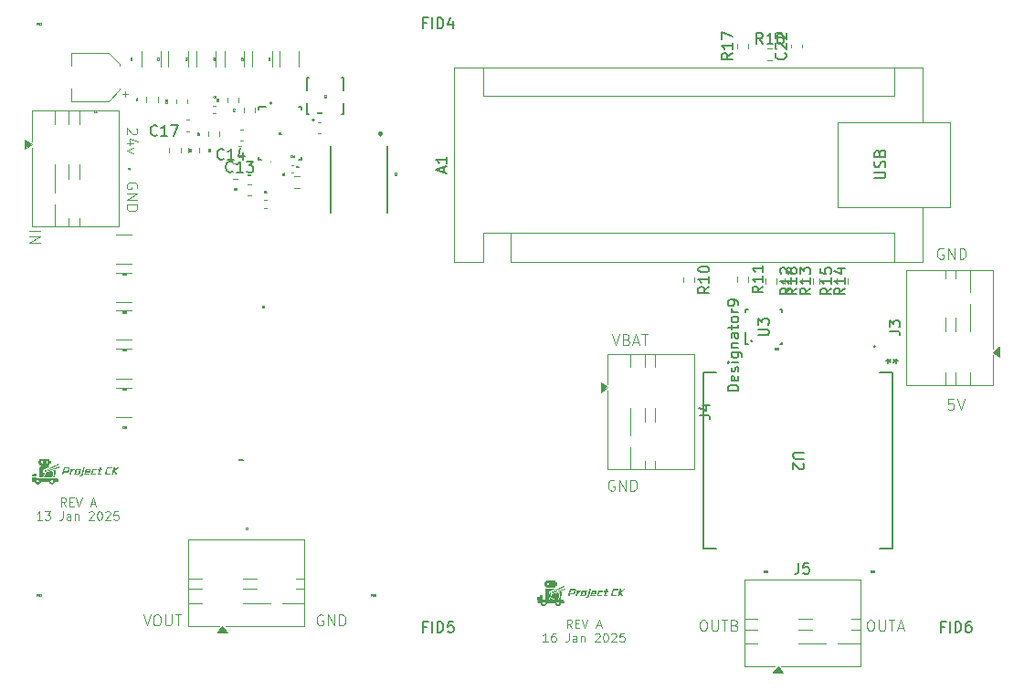
<source format=gbr>
%TF.GenerationSoftware,KiCad,Pcbnew,9.0.6*%
%TF.CreationDate,2026-01-16T13:55:08+01:00*%
%TF.ProjectId,Buck,4275636b-2e6b-4696-9361-645f70636258,rev?*%
%TF.SameCoordinates,Original*%
%TF.FileFunction,Legend,Top*%
%TF.FilePolarity,Positive*%
%FSLAX46Y46*%
G04 Gerber Fmt 4.6, Leading zero omitted, Abs format (unit mm)*
G04 Created by KiCad (PCBNEW 9.0.6) date 2026-01-16 13:55:08*
%MOMM*%
%LPD*%
G01*
G04 APERTURE LIST*
%ADD10C,0.150000*%
%ADD11C,0.100000*%
%ADD12C,0.037500*%
%ADD13C,0.000000*%
%ADD14C,0.120000*%
%ADD15C,0.200000*%
%ADD16C,0.152400*%
%ADD17C,0.250000*%
G04 APERTURE END LIST*
D10*
X205125000Y-125500000D02*
G75*
G02*
X204975000Y-125500000I-75000J0D01*
G01*
X204975000Y-125500000D02*
G75*
G02*
X205125000Y-125500000I75000J0D01*
G01*
X160575000Y-103450000D02*
G75*
G02*
X160425000Y-103450000I-75000J0D01*
G01*
X160425000Y-103450000D02*
G75*
G02*
X160575000Y-103450000I75000J0D01*
G01*
X216525000Y-126000000D02*
G75*
G02*
X216375000Y-126000000I-75000J0D01*
G01*
X216375000Y-126000000D02*
G75*
G02*
X216525000Y-126000000I75000J0D01*
G01*
X164525000Y-105000000D02*
G75*
G02*
X164375000Y-105000000I-75000J0D01*
G01*
X164375000Y-105000000D02*
G75*
G02*
X164525000Y-105000000I75000J0D01*
G01*
D11*
X188395238Y-152108940D02*
X188128571Y-151727987D01*
X187938095Y-152108940D02*
X187938095Y-151308940D01*
X187938095Y-151308940D02*
X188242857Y-151308940D01*
X188242857Y-151308940D02*
X188319047Y-151347035D01*
X188319047Y-151347035D02*
X188357142Y-151385130D01*
X188357142Y-151385130D02*
X188395238Y-151461321D01*
X188395238Y-151461321D02*
X188395238Y-151575606D01*
X188395238Y-151575606D02*
X188357142Y-151651797D01*
X188357142Y-151651797D02*
X188319047Y-151689892D01*
X188319047Y-151689892D02*
X188242857Y-151727987D01*
X188242857Y-151727987D02*
X187938095Y-151727987D01*
X188738095Y-151689892D02*
X189004761Y-151689892D01*
X189119047Y-152108940D02*
X188738095Y-152108940D01*
X188738095Y-152108940D02*
X188738095Y-151308940D01*
X188738095Y-151308940D02*
X189119047Y-151308940D01*
X189347619Y-151308940D02*
X189614286Y-152108940D01*
X189614286Y-152108940D02*
X189880952Y-151308940D01*
X190719047Y-151880368D02*
X191100000Y-151880368D01*
X190642857Y-152108940D02*
X190909524Y-151308940D01*
X190909524Y-151308940D02*
X191176190Y-152108940D01*
X186185712Y-153396895D02*
X185728569Y-153396895D01*
X185957141Y-153396895D02*
X185957141Y-152596895D01*
X185957141Y-152596895D02*
X185880950Y-152711180D01*
X185880950Y-152711180D02*
X185804760Y-152787371D01*
X185804760Y-152787371D02*
X185728569Y-152825466D01*
X186871427Y-152596895D02*
X186719046Y-152596895D01*
X186719046Y-152596895D02*
X186642855Y-152634990D01*
X186642855Y-152634990D02*
X186604760Y-152673085D01*
X186604760Y-152673085D02*
X186528570Y-152787371D01*
X186528570Y-152787371D02*
X186490474Y-152939752D01*
X186490474Y-152939752D02*
X186490474Y-153244514D01*
X186490474Y-153244514D02*
X186528570Y-153320704D01*
X186528570Y-153320704D02*
X186566665Y-153358800D01*
X186566665Y-153358800D02*
X186642855Y-153396895D01*
X186642855Y-153396895D02*
X186795236Y-153396895D01*
X186795236Y-153396895D02*
X186871427Y-153358800D01*
X186871427Y-153358800D02*
X186909522Y-153320704D01*
X186909522Y-153320704D02*
X186947617Y-153244514D01*
X186947617Y-153244514D02*
X186947617Y-153054038D01*
X186947617Y-153054038D02*
X186909522Y-152977847D01*
X186909522Y-152977847D02*
X186871427Y-152939752D01*
X186871427Y-152939752D02*
X186795236Y-152901657D01*
X186795236Y-152901657D02*
X186642855Y-152901657D01*
X186642855Y-152901657D02*
X186566665Y-152939752D01*
X186566665Y-152939752D02*
X186528570Y-152977847D01*
X186528570Y-152977847D02*
X186490474Y-153054038D01*
X188128570Y-152596895D02*
X188128570Y-153168323D01*
X188128570Y-153168323D02*
X188090475Y-153282609D01*
X188090475Y-153282609D02*
X188014284Y-153358800D01*
X188014284Y-153358800D02*
X187899999Y-153396895D01*
X187899999Y-153396895D02*
X187823808Y-153396895D01*
X188852380Y-153396895D02*
X188852380Y-152977847D01*
X188852380Y-152977847D02*
X188814285Y-152901657D01*
X188814285Y-152901657D02*
X188738094Y-152863561D01*
X188738094Y-152863561D02*
X188585713Y-152863561D01*
X188585713Y-152863561D02*
X188509523Y-152901657D01*
X188852380Y-153358800D02*
X188776189Y-153396895D01*
X188776189Y-153396895D02*
X188585713Y-153396895D01*
X188585713Y-153396895D02*
X188509523Y-153358800D01*
X188509523Y-153358800D02*
X188471427Y-153282609D01*
X188471427Y-153282609D02*
X188471427Y-153206419D01*
X188471427Y-153206419D02*
X188509523Y-153130228D01*
X188509523Y-153130228D02*
X188585713Y-153092133D01*
X188585713Y-153092133D02*
X188776189Y-153092133D01*
X188776189Y-153092133D02*
X188852380Y-153054038D01*
X189233333Y-152863561D02*
X189233333Y-153396895D01*
X189233333Y-152939752D02*
X189271428Y-152901657D01*
X189271428Y-152901657D02*
X189347618Y-152863561D01*
X189347618Y-152863561D02*
X189461904Y-152863561D01*
X189461904Y-152863561D02*
X189538095Y-152901657D01*
X189538095Y-152901657D02*
X189576190Y-152977847D01*
X189576190Y-152977847D02*
X189576190Y-153396895D01*
X190528571Y-152673085D02*
X190566667Y-152634990D01*
X190566667Y-152634990D02*
X190642857Y-152596895D01*
X190642857Y-152596895D02*
X190833333Y-152596895D01*
X190833333Y-152596895D02*
X190909524Y-152634990D01*
X190909524Y-152634990D02*
X190947619Y-152673085D01*
X190947619Y-152673085D02*
X190985714Y-152749276D01*
X190985714Y-152749276D02*
X190985714Y-152825466D01*
X190985714Y-152825466D02*
X190947619Y-152939752D01*
X190947619Y-152939752D02*
X190490476Y-153396895D01*
X190490476Y-153396895D02*
X190985714Y-153396895D01*
X191480953Y-152596895D02*
X191557143Y-152596895D01*
X191557143Y-152596895D02*
X191633334Y-152634990D01*
X191633334Y-152634990D02*
X191671429Y-152673085D01*
X191671429Y-152673085D02*
X191709524Y-152749276D01*
X191709524Y-152749276D02*
X191747619Y-152901657D01*
X191747619Y-152901657D02*
X191747619Y-153092133D01*
X191747619Y-153092133D02*
X191709524Y-153244514D01*
X191709524Y-153244514D02*
X191671429Y-153320704D01*
X191671429Y-153320704D02*
X191633334Y-153358800D01*
X191633334Y-153358800D02*
X191557143Y-153396895D01*
X191557143Y-153396895D02*
X191480953Y-153396895D01*
X191480953Y-153396895D02*
X191404762Y-153358800D01*
X191404762Y-153358800D02*
X191366667Y-153320704D01*
X191366667Y-153320704D02*
X191328572Y-153244514D01*
X191328572Y-153244514D02*
X191290476Y-153092133D01*
X191290476Y-153092133D02*
X191290476Y-152901657D01*
X191290476Y-152901657D02*
X191328572Y-152749276D01*
X191328572Y-152749276D02*
X191366667Y-152673085D01*
X191366667Y-152673085D02*
X191404762Y-152634990D01*
X191404762Y-152634990D02*
X191480953Y-152596895D01*
X192052381Y-152673085D02*
X192090477Y-152634990D01*
X192090477Y-152634990D02*
X192166667Y-152596895D01*
X192166667Y-152596895D02*
X192357143Y-152596895D01*
X192357143Y-152596895D02*
X192433334Y-152634990D01*
X192433334Y-152634990D02*
X192471429Y-152673085D01*
X192471429Y-152673085D02*
X192509524Y-152749276D01*
X192509524Y-152749276D02*
X192509524Y-152825466D01*
X192509524Y-152825466D02*
X192471429Y-152939752D01*
X192471429Y-152939752D02*
X192014286Y-153396895D01*
X192014286Y-153396895D02*
X192509524Y-153396895D01*
X193233334Y-152596895D02*
X192852382Y-152596895D01*
X192852382Y-152596895D02*
X192814286Y-152977847D01*
X192814286Y-152977847D02*
X192852382Y-152939752D01*
X192852382Y-152939752D02*
X192928572Y-152901657D01*
X192928572Y-152901657D02*
X193119048Y-152901657D01*
X193119048Y-152901657D02*
X193195239Y-152939752D01*
X193195239Y-152939752D02*
X193233334Y-152977847D01*
X193233334Y-152977847D02*
X193271429Y-153054038D01*
X193271429Y-153054038D02*
X193271429Y-153244514D01*
X193271429Y-153244514D02*
X193233334Y-153320704D01*
X193233334Y-153320704D02*
X193195239Y-153358800D01*
X193195239Y-153358800D02*
X193119048Y-153396895D01*
X193119048Y-153396895D02*
X192928572Y-153396895D01*
X192928572Y-153396895D02*
X192852382Y-153358800D01*
X192852382Y-153358800D02*
X192814286Y-153320704D01*
X222827693Y-116920038D02*
X222732455Y-116872419D01*
X222732455Y-116872419D02*
X222589598Y-116872419D01*
X222589598Y-116872419D02*
X222446741Y-116920038D01*
X222446741Y-116920038D02*
X222351503Y-117015276D01*
X222351503Y-117015276D02*
X222303884Y-117110514D01*
X222303884Y-117110514D02*
X222256265Y-117300990D01*
X222256265Y-117300990D02*
X222256265Y-117443847D01*
X222256265Y-117443847D02*
X222303884Y-117634323D01*
X222303884Y-117634323D02*
X222351503Y-117729561D01*
X222351503Y-117729561D02*
X222446741Y-117824800D01*
X222446741Y-117824800D02*
X222589598Y-117872419D01*
X222589598Y-117872419D02*
X222684836Y-117872419D01*
X222684836Y-117872419D02*
X222827693Y-117824800D01*
X222827693Y-117824800D02*
X222875312Y-117777180D01*
X222875312Y-117777180D02*
X222875312Y-117443847D01*
X222875312Y-117443847D02*
X222684836Y-117443847D01*
X223303884Y-117872419D02*
X223303884Y-116872419D01*
X223303884Y-116872419D02*
X223875312Y-117872419D01*
X223875312Y-117872419D02*
X223875312Y-116872419D01*
X224351503Y-117872419D02*
X224351503Y-116872419D01*
X224351503Y-116872419D02*
X224589598Y-116872419D01*
X224589598Y-116872419D02*
X224732455Y-116920038D01*
X224732455Y-116920038D02*
X224827693Y-117015276D01*
X224827693Y-117015276D02*
X224875312Y-117110514D01*
X224875312Y-117110514D02*
X224922931Y-117300990D01*
X224922931Y-117300990D02*
X224922931Y-117443847D01*
X224922931Y-117443847D02*
X224875312Y-117634323D01*
X224875312Y-117634323D02*
X224827693Y-117729561D01*
X224827693Y-117729561D02*
X224732455Y-117824800D01*
X224732455Y-117824800D02*
X224589598Y-117872419D01*
X224589598Y-117872419D02*
X224351503Y-117872419D01*
X223780074Y-130872419D02*
X223303884Y-130872419D01*
X223303884Y-130872419D02*
X223256265Y-131348609D01*
X223256265Y-131348609D02*
X223303884Y-131300990D01*
X223303884Y-131300990D02*
X223399122Y-131253371D01*
X223399122Y-131253371D02*
X223637217Y-131253371D01*
X223637217Y-131253371D02*
X223732455Y-131300990D01*
X223732455Y-131300990D02*
X223780074Y-131348609D01*
X223780074Y-131348609D02*
X223827693Y-131443847D01*
X223827693Y-131443847D02*
X223827693Y-131681942D01*
X223827693Y-131681942D02*
X223780074Y-131777180D01*
X223780074Y-131777180D02*
X223732455Y-131824800D01*
X223732455Y-131824800D02*
X223637217Y-131872419D01*
X223637217Y-131872419D02*
X223399122Y-131872419D01*
X223399122Y-131872419D02*
X223303884Y-131824800D01*
X223303884Y-131824800D02*
X223256265Y-131777180D01*
X224113408Y-130872419D02*
X224446741Y-131872419D01*
X224446741Y-131872419D02*
X224780074Y-130872419D01*
X215994360Y-151372419D02*
X216184836Y-151372419D01*
X216184836Y-151372419D02*
X216280074Y-151420038D01*
X216280074Y-151420038D02*
X216375312Y-151515276D01*
X216375312Y-151515276D02*
X216422931Y-151705752D01*
X216422931Y-151705752D02*
X216422931Y-152039085D01*
X216422931Y-152039085D02*
X216375312Y-152229561D01*
X216375312Y-152229561D02*
X216280074Y-152324800D01*
X216280074Y-152324800D02*
X216184836Y-152372419D01*
X216184836Y-152372419D02*
X215994360Y-152372419D01*
X215994360Y-152372419D02*
X215899122Y-152324800D01*
X215899122Y-152324800D02*
X215803884Y-152229561D01*
X215803884Y-152229561D02*
X215756265Y-152039085D01*
X215756265Y-152039085D02*
X215756265Y-151705752D01*
X215756265Y-151705752D02*
X215803884Y-151515276D01*
X215803884Y-151515276D02*
X215899122Y-151420038D01*
X215899122Y-151420038D02*
X215994360Y-151372419D01*
X216851503Y-151372419D02*
X216851503Y-152181942D01*
X216851503Y-152181942D02*
X216899122Y-152277180D01*
X216899122Y-152277180D02*
X216946741Y-152324800D01*
X216946741Y-152324800D02*
X217041979Y-152372419D01*
X217041979Y-152372419D02*
X217232455Y-152372419D01*
X217232455Y-152372419D02*
X217327693Y-152324800D01*
X217327693Y-152324800D02*
X217375312Y-152277180D01*
X217375312Y-152277180D02*
X217422931Y-152181942D01*
X217422931Y-152181942D02*
X217422931Y-151372419D01*
X217756265Y-151372419D02*
X218327693Y-151372419D01*
X218041979Y-152372419D02*
X218041979Y-151372419D01*
X218613408Y-152086704D02*
X219089598Y-152086704D01*
X218518170Y-152372419D02*
X218851503Y-151372419D01*
X218851503Y-151372419D02*
X219184836Y-152372419D01*
X200494360Y-151372419D02*
X200684836Y-151372419D01*
X200684836Y-151372419D02*
X200780074Y-151420038D01*
X200780074Y-151420038D02*
X200875312Y-151515276D01*
X200875312Y-151515276D02*
X200922931Y-151705752D01*
X200922931Y-151705752D02*
X200922931Y-152039085D01*
X200922931Y-152039085D02*
X200875312Y-152229561D01*
X200875312Y-152229561D02*
X200780074Y-152324800D01*
X200780074Y-152324800D02*
X200684836Y-152372419D01*
X200684836Y-152372419D02*
X200494360Y-152372419D01*
X200494360Y-152372419D02*
X200399122Y-152324800D01*
X200399122Y-152324800D02*
X200303884Y-152229561D01*
X200303884Y-152229561D02*
X200256265Y-152039085D01*
X200256265Y-152039085D02*
X200256265Y-151705752D01*
X200256265Y-151705752D02*
X200303884Y-151515276D01*
X200303884Y-151515276D02*
X200399122Y-151420038D01*
X200399122Y-151420038D02*
X200494360Y-151372419D01*
X201351503Y-151372419D02*
X201351503Y-152181942D01*
X201351503Y-152181942D02*
X201399122Y-152277180D01*
X201399122Y-152277180D02*
X201446741Y-152324800D01*
X201446741Y-152324800D02*
X201541979Y-152372419D01*
X201541979Y-152372419D02*
X201732455Y-152372419D01*
X201732455Y-152372419D02*
X201827693Y-152324800D01*
X201827693Y-152324800D02*
X201875312Y-152277180D01*
X201875312Y-152277180D02*
X201922931Y-152181942D01*
X201922931Y-152181942D02*
X201922931Y-151372419D01*
X202256265Y-151372419D02*
X202827693Y-151372419D01*
X202541979Y-152372419D02*
X202541979Y-151372419D01*
X203494360Y-151848609D02*
X203637217Y-151896228D01*
X203637217Y-151896228D02*
X203684836Y-151943847D01*
X203684836Y-151943847D02*
X203732455Y-152039085D01*
X203732455Y-152039085D02*
X203732455Y-152181942D01*
X203732455Y-152181942D02*
X203684836Y-152277180D01*
X203684836Y-152277180D02*
X203637217Y-152324800D01*
X203637217Y-152324800D02*
X203541979Y-152372419D01*
X203541979Y-152372419D02*
X203161027Y-152372419D01*
X203161027Y-152372419D02*
X203161027Y-151372419D01*
X203161027Y-151372419D02*
X203494360Y-151372419D01*
X203494360Y-151372419D02*
X203589598Y-151420038D01*
X203589598Y-151420038D02*
X203637217Y-151467657D01*
X203637217Y-151467657D02*
X203684836Y-151562895D01*
X203684836Y-151562895D02*
X203684836Y-151658133D01*
X203684836Y-151658133D02*
X203637217Y-151753371D01*
X203637217Y-151753371D02*
X203589598Y-151800990D01*
X203589598Y-151800990D02*
X203494360Y-151848609D01*
X203494360Y-151848609D02*
X203161027Y-151848609D01*
X192327693Y-138420038D02*
X192232455Y-138372419D01*
X192232455Y-138372419D02*
X192089598Y-138372419D01*
X192089598Y-138372419D02*
X191946741Y-138420038D01*
X191946741Y-138420038D02*
X191851503Y-138515276D01*
X191851503Y-138515276D02*
X191803884Y-138610514D01*
X191803884Y-138610514D02*
X191756265Y-138800990D01*
X191756265Y-138800990D02*
X191756265Y-138943847D01*
X191756265Y-138943847D02*
X191803884Y-139134323D01*
X191803884Y-139134323D02*
X191851503Y-139229561D01*
X191851503Y-139229561D02*
X191946741Y-139324800D01*
X191946741Y-139324800D02*
X192089598Y-139372419D01*
X192089598Y-139372419D02*
X192184836Y-139372419D01*
X192184836Y-139372419D02*
X192327693Y-139324800D01*
X192327693Y-139324800D02*
X192375312Y-139277180D01*
X192375312Y-139277180D02*
X192375312Y-138943847D01*
X192375312Y-138943847D02*
X192184836Y-138943847D01*
X192803884Y-139372419D02*
X192803884Y-138372419D01*
X192803884Y-138372419D02*
X193375312Y-139372419D01*
X193375312Y-139372419D02*
X193375312Y-138372419D01*
X193851503Y-139372419D02*
X193851503Y-138372419D01*
X193851503Y-138372419D02*
X194089598Y-138372419D01*
X194089598Y-138372419D02*
X194232455Y-138420038D01*
X194232455Y-138420038D02*
X194327693Y-138515276D01*
X194327693Y-138515276D02*
X194375312Y-138610514D01*
X194375312Y-138610514D02*
X194422931Y-138800990D01*
X194422931Y-138800990D02*
X194422931Y-138943847D01*
X194422931Y-138943847D02*
X194375312Y-139134323D01*
X194375312Y-139134323D02*
X194327693Y-139229561D01*
X194327693Y-139229561D02*
X194232455Y-139324800D01*
X194232455Y-139324800D02*
X194089598Y-139372419D01*
X194089598Y-139372419D02*
X193851503Y-139372419D01*
X165327693Y-150920038D02*
X165232455Y-150872419D01*
X165232455Y-150872419D02*
X165089598Y-150872419D01*
X165089598Y-150872419D02*
X164946741Y-150920038D01*
X164946741Y-150920038D02*
X164851503Y-151015276D01*
X164851503Y-151015276D02*
X164803884Y-151110514D01*
X164803884Y-151110514D02*
X164756265Y-151300990D01*
X164756265Y-151300990D02*
X164756265Y-151443847D01*
X164756265Y-151443847D02*
X164803884Y-151634323D01*
X164803884Y-151634323D02*
X164851503Y-151729561D01*
X164851503Y-151729561D02*
X164946741Y-151824800D01*
X164946741Y-151824800D02*
X165089598Y-151872419D01*
X165089598Y-151872419D02*
X165184836Y-151872419D01*
X165184836Y-151872419D02*
X165327693Y-151824800D01*
X165327693Y-151824800D02*
X165375312Y-151777180D01*
X165375312Y-151777180D02*
X165375312Y-151443847D01*
X165375312Y-151443847D02*
X165184836Y-151443847D01*
X165803884Y-151872419D02*
X165803884Y-150872419D01*
X165803884Y-150872419D02*
X166375312Y-151872419D01*
X166375312Y-151872419D02*
X166375312Y-150872419D01*
X166851503Y-151872419D02*
X166851503Y-150872419D01*
X166851503Y-150872419D02*
X167089598Y-150872419D01*
X167089598Y-150872419D02*
X167232455Y-150920038D01*
X167232455Y-150920038D02*
X167327693Y-151015276D01*
X167327693Y-151015276D02*
X167375312Y-151110514D01*
X167375312Y-151110514D02*
X167422931Y-151300990D01*
X167422931Y-151300990D02*
X167422931Y-151443847D01*
X167422931Y-151443847D02*
X167375312Y-151634323D01*
X167375312Y-151634323D02*
X167327693Y-151729561D01*
X167327693Y-151729561D02*
X167232455Y-151824800D01*
X167232455Y-151824800D02*
X167089598Y-151872419D01*
X167089598Y-151872419D02*
X166851503Y-151872419D01*
X148032342Y-105756265D02*
X148079961Y-105803884D01*
X148079961Y-105803884D02*
X148127580Y-105899122D01*
X148127580Y-105899122D02*
X148127580Y-106137217D01*
X148127580Y-106137217D02*
X148079961Y-106232455D01*
X148079961Y-106232455D02*
X148032342Y-106280074D01*
X148032342Y-106280074D02*
X147937104Y-106327693D01*
X147937104Y-106327693D02*
X147841866Y-106327693D01*
X147841866Y-106327693D02*
X147699009Y-106280074D01*
X147699009Y-106280074D02*
X147127580Y-105708646D01*
X147127580Y-105708646D02*
X147127580Y-106327693D01*
X147794247Y-107184836D02*
X147127580Y-107184836D01*
X148175200Y-106946741D02*
X147460914Y-106708646D01*
X147460914Y-106708646D02*
X147460914Y-107327693D01*
X147794247Y-107613408D02*
X147127580Y-107851503D01*
X147127580Y-107851503D02*
X147794247Y-108089598D01*
X148079961Y-111327693D02*
X148127580Y-111232455D01*
X148127580Y-111232455D02*
X148127580Y-111089598D01*
X148127580Y-111089598D02*
X148079961Y-110946741D01*
X148079961Y-110946741D02*
X147984723Y-110851503D01*
X147984723Y-110851503D02*
X147889485Y-110803884D01*
X147889485Y-110803884D02*
X147699009Y-110756265D01*
X147699009Y-110756265D02*
X147556152Y-110756265D01*
X147556152Y-110756265D02*
X147365676Y-110803884D01*
X147365676Y-110803884D02*
X147270438Y-110851503D01*
X147270438Y-110851503D02*
X147175200Y-110946741D01*
X147175200Y-110946741D02*
X147127580Y-111089598D01*
X147127580Y-111089598D02*
X147127580Y-111184836D01*
X147127580Y-111184836D02*
X147175200Y-111327693D01*
X147175200Y-111327693D02*
X147222819Y-111375312D01*
X147222819Y-111375312D02*
X147556152Y-111375312D01*
X147556152Y-111375312D02*
X147556152Y-111184836D01*
X147127580Y-111803884D02*
X148127580Y-111803884D01*
X148127580Y-111803884D02*
X147127580Y-112375312D01*
X147127580Y-112375312D02*
X148127580Y-112375312D01*
X147127580Y-112851503D02*
X148127580Y-112851503D01*
X148127580Y-112851503D02*
X148127580Y-113089598D01*
X148127580Y-113089598D02*
X148079961Y-113232455D01*
X148079961Y-113232455D02*
X147984723Y-113327693D01*
X147984723Y-113327693D02*
X147889485Y-113375312D01*
X147889485Y-113375312D02*
X147699009Y-113422931D01*
X147699009Y-113422931D02*
X147556152Y-113422931D01*
X147556152Y-113422931D02*
X147365676Y-113375312D01*
X147365676Y-113375312D02*
X147270438Y-113327693D01*
X147270438Y-113327693D02*
X147175200Y-113232455D01*
X147175200Y-113232455D02*
X147127580Y-113089598D01*
X147127580Y-113089598D02*
X147127580Y-112851503D01*
X192161027Y-124872419D02*
X192494360Y-125872419D01*
X192494360Y-125872419D02*
X192827693Y-124872419D01*
X193494360Y-125348609D02*
X193637217Y-125396228D01*
X193637217Y-125396228D02*
X193684836Y-125443847D01*
X193684836Y-125443847D02*
X193732455Y-125539085D01*
X193732455Y-125539085D02*
X193732455Y-125681942D01*
X193732455Y-125681942D02*
X193684836Y-125777180D01*
X193684836Y-125777180D02*
X193637217Y-125824800D01*
X193637217Y-125824800D02*
X193541979Y-125872419D01*
X193541979Y-125872419D02*
X193161027Y-125872419D01*
X193161027Y-125872419D02*
X193161027Y-124872419D01*
X193161027Y-124872419D02*
X193494360Y-124872419D01*
X193494360Y-124872419D02*
X193589598Y-124920038D01*
X193589598Y-124920038D02*
X193637217Y-124967657D01*
X193637217Y-124967657D02*
X193684836Y-125062895D01*
X193684836Y-125062895D02*
X193684836Y-125158133D01*
X193684836Y-125158133D02*
X193637217Y-125253371D01*
X193637217Y-125253371D02*
X193589598Y-125300990D01*
X193589598Y-125300990D02*
X193494360Y-125348609D01*
X193494360Y-125348609D02*
X193161027Y-125348609D01*
X194113408Y-125586704D02*
X194589598Y-125586704D01*
X194018170Y-125872419D02*
X194351503Y-124872419D01*
X194351503Y-124872419D02*
X194684836Y-125872419D01*
X194875313Y-124872419D02*
X195446741Y-124872419D01*
X195161027Y-125872419D02*
X195161027Y-124872419D01*
X148661027Y-150872419D02*
X148994360Y-151872419D01*
X148994360Y-151872419D02*
X149327693Y-150872419D01*
X149851503Y-150872419D02*
X150041979Y-150872419D01*
X150041979Y-150872419D02*
X150137217Y-150920038D01*
X150137217Y-150920038D02*
X150232455Y-151015276D01*
X150232455Y-151015276D02*
X150280074Y-151205752D01*
X150280074Y-151205752D02*
X150280074Y-151539085D01*
X150280074Y-151539085D02*
X150232455Y-151729561D01*
X150232455Y-151729561D02*
X150137217Y-151824800D01*
X150137217Y-151824800D02*
X150041979Y-151872419D01*
X150041979Y-151872419D02*
X149851503Y-151872419D01*
X149851503Y-151872419D02*
X149756265Y-151824800D01*
X149756265Y-151824800D02*
X149661027Y-151729561D01*
X149661027Y-151729561D02*
X149613408Y-151539085D01*
X149613408Y-151539085D02*
X149613408Y-151205752D01*
X149613408Y-151205752D02*
X149661027Y-151015276D01*
X149661027Y-151015276D02*
X149756265Y-150920038D01*
X149756265Y-150920038D02*
X149851503Y-150872419D01*
X150708646Y-150872419D02*
X150708646Y-151681942D01*
X150708646Y-151681942D02*
X150756265Y-151777180D01*
X150756265Y-151777180D02*
X150803884Y-151824800D01*
X150803884Y-151824800D02*
X150899122Y-151872419D01*
X150899122Y-151872419D02*
X151089598Y-151872419D01*
X151089598Y-151872419D02*
X151184836Y-151824800D01*
X151184836Y-151824800D02*
X151232455Y-151777180D01*
X151232455Y-151777180D02*
X151280074Y-151681942D01*
X151280074Y-151681942D02*
X151280074Y-150872419D01*
X151613408Y-150872419D02*
X152184836Y-150872419D01*
X151899122Y-151872419D02*
X151899122Y-150872419D01*
X138127580Y-115303884D02*
X139127580Y-115303884D01*
X138127580Y-115780074D02*
X139127580Y-115780074D01*
X139127580Y-115780074D02*
X138127580Y-116351502D01*
X138127580Y-116351502D02*
X139127580Y-116351502D01*
X141495238Y-140808940D02*
X141228571Y-140427987D01*
X141038095Y-140808940D02*
X141038095Y-140008940D01*
X141038095Y-140008940D02*
X141342857Y-140008940D01*
X141342857Y-140008940D02*
X141419047Y-140047035D01*
X141419047Y-140047035D02*
X141457142Y-140085130D01*
X141457142Y-140085130D02*
X141495238Y-140161321D01*
X141495238Y-140161321D02*
X141495238Y-140275606D01*
X141495238Y-140275606D02*
X141457142Y-140351797D01*
X141457142Y-140351797D02*
X141419047Y-140389892D01*
X141419047Y-140389892D02*
X141342857Y-140427987D01*
X141342857Y-140427987D02*
X141038095Y-140427987D01*
X141838095Y-140389892D02*
X142104761Y-140389892D01*
X142219047Y-140808940D02*
X141838095Y-140808940D01*
X141838095Y-140808940D02*
X141838095Y-140008940D01*
X141838095Y-140008940D02*
X142219047Y-140008940D01*
X142447619Y-140008940D02*
X142714286Y-140808940D01*
X142714286Y-140808940D02*
X142980952Y-140008940D01*
X143819047Y-140580368D02*
X144200000Y-140580368D01*
X143742857Y-140808940D02*
X144009524Y-140008940D01*
X144009524Y-140008940D02*
X144276190Y-140808940D01*
X139285712Y-142096895D02*
X138828569Y-142096895D01*
X139057141Y-142096895D02*
X139057141Y-141296895D01*
X139057141Y-141296895D02*
X138980950Y-141411180D01*
X138980950Y-141411180D02*
X138904760Y-141487371D01*
X138904760Y-141487371D02*
X138828569Y-141525466D01*
X139552379Y-141296895D02*
X140047617Y-141296895D01*
X140047617Y-141296895D02*
X139780951Y-141601657D01*
X139780951Y-141601657D02*
X139895236Y-141601657D01*
X139895236Y-141601657D02*
X139971427Y-141639752D01*
X139971427Y-141639752D02*
X140009522Y-141677847D01*
X140009522Y-141677847D02*
X140047617Y-141754038D01*
X140047617Y-141754038D02*
X140047617Y-141944514D01*
X140047617Y-141944514D02*
X140009522Y-142020704D01*
X140009522Y-142020704D02*
X139971427Y-142058800D01*
X139971427Y-142058800D02*
X139895236Y-142096895D01*
X139895236Y-142096895D02*
X139666665Y-142096895D01*
X139666665Y-142096895D02*
X139590474Y-142058800D01*
X139590474Y-142058800D02*
X139552379Y-142020704D01*
X141228570Y-141296895D02*
X141228570Y-141868323D01*
X141228570Y-141868323D02*
X141190475Y-141982609D01*
X141190475Y-141982609D02*
X141114284Y-142058800D01*
X141114284Y-142058800D02*
X140999999Y-142096895D01*
X140999999Y-142096895D02*
X140923808Y-142096895D01*
X141952380Y-142096895D02*
X141952380Y-141677847D01*
X141952380Y-141677847D02*
X141914285Y-141601657D01*
X141914285Y-141601657D02*
X141838094Y-141563561D01*
X141838094Y-141563561D02*
X141685713Y-141563561D01*
X141685713Y-141563561D02*
X141609523Y-141601657D01*
X141952380Y-142058800D02*
X141876189Y-142096895D01*
X141876189Y-142096895D02*
X141685713Y-142096895D01*
X141685713Y-142096895D02*
X141609523Y-142058800D01*
X141609523Y-142058800D02*
X141571427Y-141982609D01*
X141571427Y-141982609D02*
X141571427Y-141906419D01*
X141571427Y-141906419D02*
X141609523Y-141830228D01*
X141609523Y-141830228D02*
X141685713Y-141792133D01*
X141685713Y-141792133D02*
X141876189Y-141792133D01*
X141876189Y-141792133D02*
X141952380Y-141754038D01*
X142333333Y-141563561D02*
X142333333Y-142096895D01*
X142333333Y-141639752D02*
X142371428Y-141601657D01*
X142371428Y-141601657D02*
X142447618Y-141563561D01*
X142447618Y-141563561D02*
X142561904Y-141563561D01*
X142561904Y-141563561D02*
X142638095Y-141601657D01*
X142638095Y-141601657D02*
X142676190Y-141677847D01*
X142676190Y-141677847D02*
X142676190Y-142096895D01*
X143628571Y-141373085D02*
X143666667Y-141334990D01*
X143666667Y-141334990D02*
X143742857Y-141296895D01*
X143742857Y-141296895D02*
X143933333Y-141296895D01*
X143933333Y-141296895D02*
X144009524Y-141334990D01*
X144009524Y-141334990D02*
X144047619Y-141373085D01*
X144047619Y-141373085D02*
X144085714Y-141449276D01*
X144085714Y-141449276D02*
X144085714Y-141525466D01*
X144085714Y-141525466D02*
X144047619Y-141639752D01*
X144047619Y-141639752D02*
X143590476Y-142096895D01*
X143590476Y-142096895D02*
X144085714Y-142096895D01*
X144580953Y-141296895D02*
X144657143Y-141296895D01*
X144657143Y-141296895D02*
X144733334Y-141334990D01*
X144733334Y-141334990D02*
X144771429Y-141373085D01*
X144771429Y-141373085D02*
X144809524Y-141449276D01*
X144809524Y-141449276D02*
X144847619Y-141601657D01*
X144847619Y-141601657D02*
X144847619Y-141792133D01*
X144847619Y-141792133D02*
X144809524Y-141944514D01*
X144809524Y-141944514D02*
X144771429Y-142020704D01*
X144771429Y-142020704D02*
X144733334Y-142058800D01*
X144733334Y-142058800D02*
X144657143Y-142096895D01*
X144657143Y-142096895D02*
X144580953Y-142096895D01*
X144580953Y-142096895D02*
X144504762Y-142058800D01*
X144504762Y-142058800D02*
X144466667Y-142020704D01*
X144466667Y-142020704D02*
X144428572Y-141944514D01*
X144428572Y-141944514D02*
X144390476Y-141792133D01*
X144390476Y-141792133D02*
X144390476Y-141601657D01*
X144390476Y-141601657D02*
X144428572Y-141449276D01*
X144428572Y-141449276D02*
X144466667Y-141373085D01*
X144466667Y-141373085D02*
X144504762Y-141334990D01*
X144504762Y-141334990D02*
X144580953Y-141296895D01*
X145152381Y-141373085D02*
X145190477Y-141334990D01*
X145190477Y-141334990D02*
X145266667Y-141296895D01*
X145266667Y-141296895D02*
X145457143Y-141296895D01*
X145457143Y-141296895D02*
X145533334Y-141334990D01*
X145533334Y-141334990D02*
X145571429Y-141373085D01*
X145571429Y-141373085D02*
X145609524Y-141449276D01*
X145609524Y-141449276D02*
X145609524Y-141525466D01*
X145609524Y-141525466D02*
X145571429Y-141639752D01*
X145571429Y-141639752D02*
X145114286Y-142096895D01*
X145114286Y-142096895D02*
X145609524Y-142096895D01*
X146333334Y-141296895D02*
X145952382Y-141296895D01*
X145952382Y-141296895D02*
X145914286Y-141677847D01*
X145914286Y-141677847D02*
X145952382Y-141639752D01*
X145952382Y-141639752D02*
X146028572Y-141601657D01*
X146028572Y-141601657D02*
X146219048Y-141601657D01*
X146219048Y-141601657D02*
X146295239Y-141639752D01*
X146295239Y-141639752D02*
X146333334Y-141677847D01*
X146333334Y-141677847D02*
X146371429Y-141754038D01*
X146371429Y-141754038D02*
X146371429Y-141944514D01*
X146371429Y-141944514D02*
X146333334Y-142020704D01*
X146333334Y-142020704D02*
X146295239Y-142058800D01*
X146295239Y-142058800D02*
X146219048Y-142096895D01*
X146219048Y-142096895D02*
X146028572Y-142096895D01*
X146028572Y-142096895D02*
X145952382Y-142058800D01*
X145952382Y-142058800D02*
X145914286Y-142020704D01*
D10*
X217834819Y-124583333D02*
X218549104Y-124583333D01*
X218549104Y-124583333D02*
X218691961Y-124630952D01*
X218691961Y-124630952D02*
X218787200Y-124726190D01*
X218787200Y-124726190D02*
X218834819Y-124869047D01*
X218834819Y-124869047D02*
X218834819Y-124964285D01*
X217834819Y-124202380D02*
X217834819Y-123583333D01*
X217834819Y-123583333D02*
X218215771Y-123916666D01*
X218215771Y-123916666D02*
X218215771Y-123773809D01*
X218215771Y-123773809D02*
X218263390Y-123678571D01*
X218263390Y-123678571D02*
X218311009Y-123630952D01*
X218311009Y-123630952D02*
X218406247Y-123583333D01*
X218406247Y-123583333D02*
X218644342Y-123583333D01*
X218644342Y-123583333D02*
X218739580Y-123630952D01*
X218739580Y-123630952D02*
X218787200Y-123678571D01*
X218787200Y-123678571D02*
X218834819Y-123773809D01*
X218834819Y-123773809D02*
X218834819Y-124059523D01*
X218834819Y-124059523D02*
X218787200Y-124154761D01*
X218787200Y-124154761D02*
X218739580Y-124202380D01*
X212464819Y-120582857D02*
X211988628Y-120916190D01*
X212464819Y-121154285D02*
X211464819Y-121154285D01*
X211464819Y-121154285D02*
X211464819Y-120773333D01*
X211464819Y-120773333D02*
X211512438Y-120678095D01*
X211512438Y-120678095D02*
X211560057Y-120630476D01*
X211560057Y-120630476D02*
X211655295Y-120582857D01*
X211655295Y-120582857D02*
X211798152Y-120582857D01*
X211798152Y-120582857D02*
X211893390Y-120630476D01*
X211893390Y-120630476D02*
X211941009Y-120678095D01*
X211941009Y-120678095D02*
X211988628Y-120773333D01*
X211988628Y-120773333D02*
X211988628Y-121154285D01*
X212464819Y-119630476D02*
X212464819Y-120201904D01*
X212464819Y-119916190D02*
X211464819Y-119916190D01*
X211464819Y-119916190D02*
X211607676Y-120011428D01*
X211607676Y-120011428D02*
X211702914Y-120106666D01*
X211702914Y-120106666D02*
X211750533Y-120201904D01*
X211464819Y-118725714D02*
X211464819Y-119201904D01*
X211464819Y-119201904D02*
X211941009Y-119249523D01*
X211941009Y-119249523D02*
X211893390Y-119201904D01*
X211893390Y-119201904D02*
X211845771Y-119106666D01*
X211845771Y-119106666D02*
X211845771Y-118868571D01*
X211845771Y-118868571D02*
X211893390Y-118773333D01*
X211893390Y-118773333D02*
X211941009Y-118725714D01*
X211941009Y-118725714D02*
X212036247Y-118678095D01*
X212036247Y-118678095D02*
X212274342Y-118678095D01*
X212274342Y-118678095D02*
X212369580Y-118725714D01*
X212369580Y-118725714D02*
X212417200Y-118773333D01*
X212417200Y-118773333D02*
X212464819Y-118868571D01*
X212464819Y-118868571D02*
X212464819Y-119106666D01*
X212464819Y-119106666D02*
X212417200Y-119201904D01*
X212417200Y-119201904D02*
X212369580Y-119249523D01*
X209264819Y-120582857D02*
X208788628Y-120916190D01*
X209264819Y-121154285D02*
X208264819Y-121154285D01*
X208264819Y-121154285D02*
X208264819Y-120773333D01*
X208264819Y-120773333D02*
X208312438Y-120678095D01*
X208312438Y-120678095D02*
X208360057Y-120630476D01*
X208360057Y-120630476D02*
X208455295Y-120582857D01*
X208455295Y-120582857D02*
X208598152Y-120582857D01*
X208598152Y-120582857D02*
X208693390Y-120630476D01*
X208693390Y-120630476D02*
X208741009Y-120678095D01*
X208741009Y-120678095D02*
X208788628Y-120773333D01*
X208788628Y-120773333D02*
X208788628Y-121154285D01*
X209264819Y-119630476D02*
X209264819Y-120201904D01*
X209264819Y-119916190D02*
X208264819Y-119916190D01*
X208264819Y-119916190D02*
X208407676Y-120011428D01*
X208407676Y-120011428D02*
X208502914Y-120106666D01*
X208502914Y-120106666D02*
X208550533Y-120201904D01*
X208693390Y-119059047D02*
X208645771Y-119154285D01*
X208645771Y-119154285D02*
X208598152Y-119201904D01*
X208598152Y-119201904D02*
X208502914Y-119249523D01*
X208502914Y-119249523D02*
X208455295Y-119249523D01*
X208455295Y-119249523D02*
X208360057Y-119201904D01*
X208360057Y-119201904D02*
X208312438Y-119154285D01*
X208312438Y-119154285D02*
X208264819Y-119059047D01*
X208264819Y-119059047D02*
X208264819Y-118868571D01*
X208264819Y-118868571D02*
X208312438Y-118773333D01*
X208312438Y-118773333D02*
X208360057Y-118725714D01*
X208360057Y-118725714D02*
X208455295Y-118678095D01*
X208455295Y-118678095D02*
X208502914Y-118678095D01*
X208502914Y-118678095D02*
X208598152Y-118725714D01*
X208598152Y-118725714D02*
X208645771Y-118773333D01*
X208645771Y-118773333D02*
X208693390Y-118868571D01*
X208693390Y-118868571D02*
X208693390Y-119059047D01*
X208693390Y-119059047D02*
X208741009Y-119154285D01*
X208741009Y-119154285D02*
X208788628Y-119201904D01*
X208788628Y-119201904D02*
X208883866Y-119249523D01*
X208883866Y-119249523D02*
X209074342Y-119249523D01*
X209074342Y-119249523D02*
X209169580Y-119201904D01*
X209169580Y-119201904D02*
X209217200Y-119154285D01*
X209217200Y-119154285D02*
X209264819Y-119059047D01*
X209264819Y-119059047D02*
X209264819Y-118868571D01*
X209264819Y-118868571D02*
X209217200Y-118773333D01*
X209217200Y-118773333D02*
X209169580Y-118725714D01*
X209169580Y-118725714D02*
X209074342Y-118678095D01*
X209074342Y-118678095D02*
X208883866Y-118678095D01*
X208883866Y-118678095D02*
X208788628Y-118725714D01*
X208788628Y-118725714D02*
X208741009Y-118773333D01*
X208741009Y-118773333D02*
X208693390Y-118868571D01*
X205669821Y-124951905D02*
X206479344Y-124951905D01*
X206479344Y-124951905D02*
X206574582Y-124904286D01*
X206574582Y-124904286D02*
X206622202Y-124856667D01*
X206622202Y-124856667D02*
X206669821Y-124761429D01*
X206669821Y-124761429D02*
X206669821Y-124570953D01*
X206669821Y-124570953D02*
X206622202Y-124475715D01*
X206622202Y-124475715D02*
X206574582Y-124428096D01*
X206574582Y-124428096D02*
X206479344Y-124380477D01*
X206479344Y-124380477D02*
X205669821Y-124380477D01*
X205669821Y-123999524D02*
X205669821Y-123380477D01*
X205669821Y-123380477D02*
X206050773Y-123713810D01*
X206050773Y-123713810D02*
X206050773Y-123570953D01*
X206050773Y-123570953D02*
X206098392Y-123475715D01*
X206098392Y-123475715D02*
X206146011Y-123428096D01*
X206146011Y-123428096D02*
X206241249Y-123380477D01*
X206241249Y-123380477D02*
X206479344Y-123380477D01*
X206479344Y-123380477D02*
X206574582Y-123428096D01*
X206574582Y-123428096D02*
X206622202Y-123475715D01*
X206622202Y-123475715D02*
X206669821Y-123570953D01*
X206669821Y-123570953D02*
X206669821Y-123856667D01*
X206669821Y-123856667D02*
X206622202Y-123951905D01*
X206622202Y-123951905D02*
X206574582Y-123999524D01*
X203850421Y-130131486D02*
X202850421Y-130131486D01*
X202850421Y-130131486D02*
X202850421Y-129893391D01*
X202850421Y-129893391D02*
X202898040Y-129750534D01*
X202898040Y-129750534D02*
X202993278Y-129655296D01*
X202993278Y-129655296D02*
X203088516Y-129607677D01*
X203088516Y-129607677D02*
X203278992Y-129560058D01*
X203278992Y-129560058D02*
X203421849Y-129560058D01*
X203421849Y-129560058D02*
X203612325Y-129607677D01*
X203612325Y-129607677D02*
X203707563Y-129655296D01*
X203707563Y-129655296D02*
X203802802Y-129750534D01*
X203802802Y-129750534D02*
X203850421Y-129893391D01*
X203850421Y-129893391D02*
X203850421Y-130131486D01*
X203802802Y-128750534D02*
X203850421Y-128845772D01*
X203850421Y-128845772D02*
X203850421Y-129036248D01*
X203850421Y-129036248D02*
X203802802Y-129131486D01*
X203802802Y-129131486D02*
X203707563Y-129179105D01*
X203707563Y-129179105D02*
X203326611Y-129179105D01*
X203326611Y-129179105D02*
X203231373Y-129131486D01*
X203231373Y-129131486D02*
X203183754Y-129036248D01*
X203183754Y-129036248D02*
X203183754Y-128845772D01*
X203183754Y-128845772D02*
X203231373Y-128750534D01*
X203231373Y-128750534D02*
X203326611Y-128702915D01*
X203326611Y-128702915D02*
X203421849Y-128702915D01*
X203421849Y-128702915D02*
X203517087Y-129179105D01*
X203802802Y-128321962D02*
X203850421Y-128226724D01*
X203850421Y-128226724D02*
X203850421Y-128036248D01*
X203850421Y-128036248D02*
X203802802Y-127941010D01*
X203802802Y-127941010D02*
X203707563Y-127893391D01*
X203707563Y-127893391D02*
X203659944Y-127893391D01*
X203659944Y-127893391D02*
X203564706Y-127941010D01*
X203564706Y-127941010D02*
X203517087Y-128036248D01*
X203517087Y-128036248D02*
X203517087Y-128179105D01*
X203517087Y-128179105D02*
X203469468Y-128274343D01*
X203469468Y-128274343D02*
X203374230Y-128321962D01*
X203374230Y-128321962D02*
X203326611Y-128321962D01*
X203326611Y-128321962D02*
X203231373Y-128274343D01*
X203231373Y-128274343D02*
X203183754Y-128179105D01*
X203183754Y-128179105D02*
X203183754Y-128036248D01*
X203183754Y-128036248D02*
X203231373Y-127941010D01*
X203850421Y-127464819D02*
X203183754Y-127464819D01*
X202850421Y-127464819D02*
X202898040Y-127512438D01*
X202898040Y-127512438D02*
X202945659Y-127464819D01*
X202945659Y-127464819D02*
X202898040Y-127417200D01*
X202898040Y-127417200D02*
X202850421Y-127464819D01*
X202850421Y-127464819D02*
X202945659Y-127464819D01*
X203183754Y-126560058D02*
X203993278Y-126560058D01*
X203993278Y-126560058D02*
X204088516Y-126607677D01*
X204088516Y-126607677D02*
X204136135Y-126655296D01*
X204136135Y-126655296D02*
X204183754Y-126750534D01*
X204183754Y-126750534D02*
X204183754Y-126893391D01*
X204183754Y-126893391D02*
X204136135Y-126988629D01*
X203802802Y-126560058D02*
X203850421Y-126655296D01*
X203850421Y-126655296D02*
X203850421Y-126845772D01*
X203850421Y-126845772D02*
X203802802Y-126941010D01*
X203802802Y-126941010D02*
X203755182Y-126988629D01*
X203755182Y-126988629D02*
X203659944Y-127036248D01*
X203659944Y-127036248D02*
X203374230Y-127036248D01*
X203374230Y-127036248D02*
X203278992Y-126988629D01*
X203278992Y-126988629D02*
X203231373Y-126941010D01*
X203231373Y-126941010D02*
X203183754Y-126845772D01*
X203183754Y-126845772D02*
X203183754Y-126655296D01*
X203183754Y-126655296D02*
X203231373Y-126560058D01*
X203183754Y-126083867D02*
X203850421Y-126083867D01*
X203278992Y-126083867D02*
X203231373Y-126036248D01*
X203231373Y-126036248D02*
X203183754Y-125941010D01*
X203183754Y-125941010D02*
X203183754Y-125798153D01*
X203183754Y-125798153D02*
X203231373Y-125702915D01*
X203231373Y-125702915D02*
X203326611Y-125655296D01*
X203326611Y-125655296D02*
X203850421Y-125655296D01*
X203850421Y-124750534D02*
X203326611Y-124750534D01*
X203326611Y-124750534D02*
X203231373Y-124798153D01*
X203231373Y-124798153D02*
X203183754Y-124893391D01*
X203183754Y-124893391D02*
X203183754Y-125083867D01*
X203183754Y-125083867D02*
X203231373Y-125179105D01*
X203802802Y-124750534D02*
X203850421Y-124845772D01*
X203850421Y-124845772D02*
X203850421Y-125083867D01*
X203850421Y-125083867D02*
X203802802Y-125179105D01*
X203802802Y-125179105D02*
X203707563Y-125226724D01*
X203707563Y-125226724D02*
X203612325Y-125226724D01*
X203612325Y-125226724D02*
X203517087Y-125179105D01*
X203517087Y-125179105D02*
X203469468Y-125083867D01*
X203469468Y-125083867D02*
X203469468Y-124845772D01*
X203469468Y-124845772D02*
X203421849Y-124750534D01*
X203183754Y-124417200D02*
X203183754Y-124036248D01*
X202850421Y-124274343D02*
X203707563Y-124274343D01*
X203707563Y-124274343D02*
X203802802Y-124226724D01*
X203802802Y-124226724D02*
X203850421Y-124131486D01*
X203850421Y-124131486D02*
X203850421Y-124036248D01*
X203850421Y-123560057D02*
X203802802Y-123655295D01*
X203802802Y-123655295D02*
X203755182Y-123702914D01*
X203755182Y-123702914D02*
X203659944Y-123750533D01*
X203659944Y-123750533D02*
X203374230Y-123750533D01*
X203374230Y-123750533D02*
X203278992Y-123702914D01*
X203278992Y-123702914D02*
X203231373Y-123655295D01*
X203231373Y-123655295D02*
X203183754Y-123560057D01*
X203183754Y-123560057D02*
X203183754Y-123417200D01*
X203183754Y-123417200D02*
X203231373Y-123321962D01*
X203231373Y-123321962D02*
X203278992Y-123274343D01*
X203278992Y-123274343D02*
X203374230Y-123226724D01*
X203374230Y-123226724D02*
X203659944Y-123226724D01*
X203659944Y-123226724D02*
X203755182Y-123274343D01*
X203755182Y-123274343D02*
X203802802Y-123321962D01*
X203802802Y-123321962D02*
X203850421Y-123417200D01*
X203850421Y-123417200D02*
X203850421Y-123560057D01*
X203850421Y-122798152D02*
X203183754Y-122798152D01*
X203374230Y-122798152D02*
X203278992Y-122750533D01*
X203278992Y-122750533D02*
X203231373Y-122702914D01*
X203231373Y-122702914D02*
X203183754Y-122607676D01*
X203183754Y-122607676D02*
X203183754Y-122512438D01*
X203850421Y-122131485D02*
X203850421Y-121941009D01*
X203850421Y-121941009D02*
X203802802Y-121845771D01*
X203802802Y-121845771D02*
X203755182Y-121798152D01*
X203755182Y-121798152D02*
X203612325Y-121702914D01*
X203612325Y-121702914D02*
X203421849Y-121655295D01*
X203421849Y-121655295D02*
X203040897Y-121655295D01*
X203040897Y-121655295D02*
X202945659Y-121702914D01*
X202945659Y-121702914D02*
X202898040Y-121750533D01*
X202898040Y-121750533D02*
X202850421Y-121845771D01*
X202850421Y-121845771D02*
X202850421Y-122036247D01*
X202850421Y-122036247D02*
X202898040Y-122131485D01*
X202898040Y-122131485D02*
X202945659Y-122179104D01*
X202945659Y-122179104D02*
X203040897Y-122226723D01*
X203040897Y-122226723D02*
X203278992Y-122226723D01*
X203278992Y-122226723D02*
X203374230Y-122179104D01*
X203374230Y-122179104D02*
X203421849Y-122131485D01*
X203421849Y-122131485D02*
X203469468Y-122036247D01*
X203469468Y-122036247D02*
X203469468Y-121845771D01*
X203469468Y-121845771D02*
X203421849Y-121750533D01*
X203421849Y-121750533D02*
X203374230Y-121702914D01*
X203374230Y-121702914D02*
X203278992Y-121655295D01*
X209913381Y-135832395D02*
X209103858Y-135832395D01*
X209103858Y-135832395D02*
X209008620Y-135880014D01*
X209008620Y-135880014D02*
X208961001Y-135927633D01*
X208961001Y-135927633D02*
X208913381Y-136022871D01*
X208913381Y-136022871D02*
X208913381Y-136213347D01*
X208913381Y-136213347D02*
X208961001Y-136308585D01*
X208961001Y-136308585D02*
X209008620Y-136356204D01*
X209008620Y-136356204D02*
X209103858Y-136403823D01*
X209103858Y-136403823D02*
X209913381Y-136403823D01*
X209818143Y-136832395D02*
X209865762Y-136880014D01*
X209865762Y-136880014D02*
X209913381Y-136975252D01*
X209913381Y-136975252D02*
X209913381Y-137213347D01*
X209913381Y-137213347D02*
X209865762Y-137308585D01*
X209865762Y-137308585D02*
X209818143Y-137356204D01*
X209818143Y-137356204D02*
X209722905Y-137403823D01*
X209722905Y-137403823D02*
X209627667Y-137403823D01*
X209627667Y-137403823D02*
X209484810Y-137356204D01*
X209484810Y-137356204D02*
X208913381Y-136784776D01*
X208913381Y-136784776D02*
X208913381Y-137403823D01*
X218625581Y-127336000D02*
X218387486Y-127336000D01*
X218482724Y-127097905D02*
X218387486Y-127336000D01*
X218387486Y-127336000D02*
X218482724Y-127574095D01*
X218197010Y-127193143D02*
X218387486Y-127336000D01*
X218387486Y-127336000D02*
X218197010Y-127478857D01*
X217535220Y-127335999D02*
X217773315Y-127335999D01*
X217678077Y-127574094D02*
X217773315Y-127335999D01*
X217773315Y-127335999D02*
X217678077Y-127097904D01*
X217963791Y-127478856D02*
X217773315Y-127335999D01*
X217773315Y-127335999D02*
X217963791Y-127193142D01*
X203264819Y-98782857D02*
X202788628Y-99116190D01*
X203264819Y-99354285D02*
X202264819Y-99354285D01*
X202264819Y-99354285D02*
X202264819Y-98973333D01*
X202264819Y-98973333D02*
X202312438Y-98878095D01*
X202312438Y-98878095D02*
X202360057Y-98830476D01*
X202360057Y-98830476D02*
X202455295Y-98782857D01*
X202455295Y-98782857D02*
X202598152Y-98782857D01*
X202598152Y-98782857D02*
X202693390Y-98830476D01*
X202693390Y-98830476D02*
X202741009Y-98878095D01*
X202741009Y-98878095D02*
X202788628Y-98973333D01*
X202788628Y-98973333D02*
X202788628Y-99354285D01*
X203264819Y-97830476D02*
X203264819Y-98401904D01*
X203264819Y-98116190D02*
X202264819Y-98116190D01*
X202264819Y-98116190D02*
X202407676Y-98211428D01*
X202407676Y-98211428D02*
X202502914Y-98306666D01*
X202502914Y-98306666D02*
X202550533Y-98401904D01*
X202264819Y-97497142D02*
X202264819Y-96830476D01*
X202264819Y-96830476D02*
X203264819Y-97259047D01*
X206097142Y-97914819D02*
X205763809Y-97438628D01*
X205525714Y-97914819D02*
X205525714Y-96914819D01*
X205525714Y-96914819D02*
X205906666Y-96914819D01*
X205906666Y-96914819D02*
X206001904Y-96962438D01*
X206001904Y-96962438D02*
X206049523Y-97010057D01*
X206049523Y-97010057D02*
X206097142Y-97105295D01*
X206097142Y-97105295D02*
X206097142Y-97248152D01*
X206097142Y-97248152D02*
X206049523Y-97343390D01*
X206049523Y-97343390D02*
X206001904Y-97391009D01*
X206001904Y-97391009D02*
X205906666Y-97438628D01*
X205906666Y-97438628D02*
X205525714Y-97438628D01*
X207049523Y-97914819D02*
X206478095Y-97914819D01*
X206763809Y-97914819D02*
X206763809Y-96914819D01*
X206763809Y-96914819D02*
X206668571Y-97057676D01*
X206668571Y-97057676D02*
X206573333Y-97152914D01*
X206573333Y-97152914D02*
X206478095Y-97200533D01*
X207906666Y-96914819D02*
X207716190Y-96914819D01*
X207716190Y-96914819D02*
X207620952Y-96962438D01*
X207620952Y-96962438D02*
X207573333Y-97010057D01*
X207573333Y-97010057D02*
X207478095Y-97152914D01*
X207478095Y-97152914D02*
X207430476Y-97343390D01*
X207430476Y-97343390D02*
X207430476Y-97724342D01*
X207430476Y-97724342D02*
X207478095Y-97819580D01*
X207478095Y-97819580D02*
X207525714Y-97867200D01*
X207525714Y-97867200D02*
X207620952Y-97914819D01*
X207620952Y-97914819D02*
X207811428Y-97914819D01*
X207811428Y-97914819D02*
X207906666Y-97867200D01*
X207906666Y-97867200D02*
X207954285Y-97819580D01*
X207954285Y-97819580D02*
X208001904Y-97724342D01*
X208001904Y-97724342D02*
X208001904Y-97486247D01*
X208001904Y-97486247D02*
X207954285Y-97391009D01*
X207954285Y-97391009D02*
X207906666Y-97343390D01*
X207906666Y-97343390D02*
X207811428Y-97295771D01*
X207811428Y-97295771D02*
X207620952Y-97295771D01*
X207620952Y-97295771D02*
X207525714Y-97343390D01*
X207525714Y-97343390D02*
X207478095Y-97391009D01*
X207478095Y-97391009D02*
X207430476Y-97486247D01*
X213724819Y-120582857D02*
X213248628Y-120916190D01*
X213724819Y-121154285D02*
X212724819Y-121154285D01*
X212724819Y-121154285D02*
X212724819Y-120773333D01*
X212724819Y-120773333D02*
X212772438Y-120678095D01*
X212772438Y-120678095D02*
X212820057Y-120630476D01*
X212820057Y-120630476D02*
X212915295Y-120582857D01*
X212915295Y-120582857D02*
X213058152Y-120582857D01*
X213058152Y-120582857D02*
X213153390Y-120630476D01*
X213153390Y-120630476D02*
X213201009Y-120678095D01*
X213201009Y-120678095D02*
X213248628Y-120773333D01*
X213248628Y-120773333D02*
X213248628Y-121154285D01*
X213724819Y-119630476D02*
X213724819Y-120201904D01*
X213724819Y-119916190D02*
X212724819Y-119916190D01*
X212724819Y-119916190D02*
X212867676Y-120011428D01*
X212867676Y-120011428D02*
X212962914Y-120106666D01*
X212962914Y-120106666D02*
X213010533Y-120201904D01*
X213058152Y-118773333D02*
X213724819Y-118773333D01*
X212677200Y-119011428D02*
X213391485Y-119249523D01*
X213391485Y-119249523D02*
X213391485Y-118630476D01*
X210524819Y-120582857D02*
X210048628Y-120916190D01*
X210524819Y-121154285D02*
X209524819Y-121154285D01*
X209524819Y-121154285D02*
X209524819Y-120773333D01*
X209524819Y-120773333D02*
X209572438Y-120678095D01*
X209572438Y-120678095D02*
X209620057Y-120630476D01*
X209620057Y-120630476D02*
X209715295Y-120582857D01*
X209715295Y-120582857D02*
X209858152Y-120582857D01*
X209858152Y-120582857D02*
X209953390Y-120630476D01*
X209953390Y-120630476D02*
X210001009Y-120678095D01*
X210001009Y-120678095D02*
X210048628Y-120773333D01*
X210048628Y-120773333D02*
X210048628Y-121154285D01*
X210524819Y-119630476D02*
X210524819Y-120201904D01*
X210524819Y-119916190D02*
X209524819Y-119916190D01*
X209524819Y-119916190D02*
X209667676Y-120011428D01*
X209667676Y-120011428D02*
X209762914Y-120106666D01*
X209762914Y-120106666D02*
X209810533Y-120201904D01*
X209524819Y-119297142D02*
X209524819Y-118678095D01*
X209524819Y-118678095D02*
X209905771Y-119011428D01*
X209905771Y-119011428D02*
X209905771Y-118868571D01*
X209905771Y-118868571D02*
X209953390Y-118773333D01*
X209953390Y-118773333D02*
X210001009Y-118725714D01*
X210001009Y-118725714D02*
X210096247Y-118678095D01*
X210096247Y-118678095D02*
X210334342Y-118678095D01*
X210334342Y-118678095D02*
X210429580Y-118725714D01*
X210429580Y-118725714D02*
X210477200Y-118773333D01*
X210477200Y-118773333D02*
X210524819Y-118868571D01*
X210524819Y-118868571D02*
X210524819Y-119154285D01*
X210524819Y-119154285D02*
X210477200Y-119249523D01*
X210477200Y-119249523D02*
X210429580Y-119297142D01*
X208724819Y-120582857D02*
X208248628Y-120916190D01*
X208724819Y-121154285D02*
X207724819Y-121154285D01*
X207724819Y-121154285D02*
X207724819Y-120773333D01*
X207724819Y-120773333D02*
X207772438Y-120678095D01*
X207772438Y-120678095D02*
X207820057Y-120630476D01*
X207820057Y-120630476D02*
X207915295Y-120582857D01*
X207915295Y-120582857D02*
X208058152Y-120582857D01*
X208058152Y-120582857D02*
X208153390Y-120630476D01*
X208153390Y-120630476D02*
X208201009Y-120678095D01*
X208201009Y-120678095D02*
X208248628Y-120773333D01*
X208248628Y-120773333D02*
X208248628Y-121154285D01*
X208724819Y-119630476D02*
X208724819Y-120201904D01*
X208724819Y-119916190D02*
X207724819Y-119916190D01*
X207724819Y-119916190D02*
X207867676Y-120011428D01*
X207867676Y-120011428D02*
X207962914Y-120106666D01*
X207962914Y-120106666D02*
X208010533Y-120201904D01*
X207820057Y-119249523D02*
X207772438Y-119201904D01*
X207772438Y-119201904D02*
X207724819Y-119106666D01*
X207724819Y-119106666D02*
X207724819Y-118868571D01*
X207724819Y-118868571D02*
X207772438Y-118773333D01*
X207772438Y-118773333D02*
X207820057Y-118725714D01*
X207820057Y-118725714D02*
X207915295Y-118678095D01*
X207915295Y-118678095D02*
X208010533Y-118678095D01*
X208010533Y-118678095D02*
X208153390Y-118725714D01*
X208153390Y-118725714D02*
X208724819Y-119297142D01*
X208724819Y-119297142D02*
X208724819Y-118678095D01*
X206124819Y-120407857D02*
X205648628Y-120741190D01*
X206124819Y-120979285D02*
X205124819Y-120979285D01*
X205124819Y-120979285D02*
X205124819Y-120598333D01*
X205124819Y-120598333D02*
X205172438Y-120503095D01*
X205172438Y-120503095D02*
X205220057Y-120455476D01*
X205220057Y-120455476D02*
X205315295Y-120407857D01*
X205315295Y-120407857D02*
X205458152Y-120407857D01*
X205458152Y-120407857D02*
X205553390Y-120455476D01*
X205553390Y-120455476D02*
X205601009Y-120503095D01*
X205601009Y-120503095D02*
X205648628Y-120598333D01*
X205648628Y-120598333D02*
X205648628Y-120979285D01*
X206124819Y-119455476D02*
X206124819Y-120026904D01*
X206124819Y-119741190D02*
X205124819Y-119741190D01*
X205124819Y-119741190D02*
X205267676Y-119836428D01*
X205267676Y-119836428D02*
X205362914Y-119931666D01*
X205362914Y-119931666D02*
X205410533Y-120026904D01*
X206124819Y-118503095D02*
X206124819Y-119074523D01*
X206124819Y-118788809D02*
X205124819Y-118788809D01*
X205124819Y-118788809D02*
X205267676Y-118884047D01*
X205267676Y-118884047D02*
X205362914Y-118979285D01*
X205362914Y-118979285D02*
X205410533Y-119074523D01*
X201124819Y-120457857D02*
X200648628Y-120791190D01*
X201124819Y-121029285D02*
X200124819Y-121029285D01*
X200124819Y-121029285D02*
X200124819Y-120648333D01*
X200124819Y-120648333D02*
X200172438Y-120553095D01*
X200172438Y-120553095D02*
X200220057Y-120505476D01*
X200220057Y-120505476D02*
X200315295Y-120457857D01*
X200315295Y-120457857D02*
X200458152Y-120457857D01*
X200458152Y-120457857D02*
X200553390Y-120505476D01*
X200553390Y-120505476D02*
X200601009Y-120553095D01*
X200601009Y-120553095D02*
X200648628Y-120648333D01*
X200648628Y-120648333D02*
X200648628Y-121029285D01*
X201124819Y-119505476D02*
X201124819Y-120076904D01*
X201124819Y-119791190D02*
X200124819Y-119791190D01*
X200124819Y-119791190D02*
X200267676Y-119886428D01*
X200267676Y-119886428D02*
X200362914Y-119981666D01*
X200362914Y-119981666D02*
X200410533Y-120076904D01*
X200124819Y-118886428D02*
X200124819Y-118791190D01*
X200124819Y-118791190D02*
X200172438Y-118695952D01*
X200172438Y-118695952D02*
X200220057Y-118648333D01*
X200220057Y-118648333D02*
X200315295Y-118600714D01*
X200315295Y-118600714D02*
X200505771Y-118553095D01*
X200505771Y-118553095D02*
X200743866Y-118553095D01*
X200743866Y-118553095D02*
X200934342Y-118600714D01*
X200934342Y-118600714D02*
X201029580Y-118648333D01*
X201029580Y-118648333D02*
X201077200Y-118695952D01*
X201077200Y-118695952D02*
X201124819Y-118791190D01*
X201124819Y-118791190D02*
X201124819Y-118886428D01*
X201124819Y-118886428D02*
X201077200Y-118981666D01*
X201077200Y-118981666D02*
X201029580Y-119029285D01*
X201029580Y-119029285D02*
X200934342Y-119076904D01*
X200934342Y-119076904D02*
X200743866Y-119124523D01*
X200743866Y-119124523D02*
X200505771Y-119124523D01*
X200505771Y-119124523D02*
X200315295Y-119076904D01*
X200315295Y-119076904D02*
X200220057Y-119029285D01*
X200220057Y-119029285D02*
X200172438Y-118981666D01*
X200172438Y-118981666D02*
X200124819Y-118886428D01*
X209416666Y-146084819D02*
X209416666Y-146799104D01*
X209416666Y-146799104D02*
X209369047Y-146941961D01*
X209369047Y-146941961D02*
X209273809Y-147037200D01*
X209273809Y-147037200D02*
X209130952Y-147084819D01*
X209130952Y-147084819D02*
X209035714Y-147084819D01*
X210369047Y-146084819D02*
X209892857Y-146084819D01*
X209892857Y-146084819D02*
X209845238Y-146561009D01*
X209845238Y-146561009D02*
X209892857Y-146513390D01*
X209892857Y-146513390D02*
X209988095Y-146465771D01*
X209988095Y-146465771D02*
X210226190Y-146465771D01*
X210226190Y-146465771D02*
X210321428Y-146513390D01*
X210321428Y-146513390D02*
X210369047Y-146561009D01*
X210369047Y-146561009D02*
X210416666Y-146656247D01*
X210416666Y-146656247D02*
X210416666Y-146894342D01*
X210416666Y-146894342D02*
X210369047Y-146989580D01*
X210369047Y-146989580D02*
X210321428Y-147037200D01*
X210321428Y-147037200D02*
X210226190Y-147084819D01*
X210226190Y-147084819D02*
X209988095Y-147084819D01*
X209988095Y-147084819D02*
X209892857Y-147037200D01*
X209892857Y-147037200D02*
X209845238Y-146989580D01*
X200214819Y-132373333D02*
X200929104Y-132373333D01*
X200929104Y-132373333D02*
X201071961Y-132420952D01*
X201071961Y-132420952D02*
X201167200Y-132516190D01*
X201167200Y-132516190D02*
X201214819Y-132659047D01*
X201214819Y-132659047D02*
X201214819Y-132754285D01*
X200548152Y-131468571D02*
X201214819Y-131468571D01*
X200167200Y-131706666D02*
X200881485Y-131944761D01*
X200881485Y-131944761D02*
X200881485Y-131325714D01*
X222928571Y-151981009D02*
X222595238Y-151981009D01*
X222595238Y-152504819D02*
X222595238Y-151504819D01*
X222595238Y-151504819D02*
X223071428Y-151504819D01*
X223452381Y-152504819D02*
X223452381Y-151504819D01*
X223928571Y-152504819D02*
X223928571Y-151504819D01*
X223928571Y-151504819D02*
X224166666Y-151504819D01*
X224166666Y-151504819D02*
X224309523Y-151552438D01*
X224309523Y-151552438D02*
X224404761Y-151647676D01*
X224404761Y-151647676D02*
X224452380Y-151742914D01*
X224452380Y-151742914D02*
X224499999Y-151933390D01*
X224499999Y-151933390D02*
X224499999Y-152076247D01*
X224499999Y-152076247D02*
X224452380Y-152266723D01*
X224452380Y-152266723D02*
X224404761Y-152361961D01*
X224404761Y-152361961D02*
X224309523Y-152457200D01*
X224309523Y-152457200D02*
X224166666Y-152504819D01*
X224166666Y-152504819D02*
X223928571Y-152504819D01*
X225357142Y-151504819D02*
X225166666Y-151504819D01*
X225166666Y-151504819D02*
X225071428Y-151552438D01*
X225071428Y-151552438D02*
X225023809Y-151600057D01*
X225023809Y-151600057D02*
X224928571Y-151742914D01*
X224928571Y-151742914D02*
X224880952Y-151933390D01*
X224880952Y-151933390D02*
X224880952Y-152314342D01*
X224880952Y-152314342D02*
X224928571Y-152409580D01*
X224928571Y-152409580D02*
X224976190Y-152457200D01*
X224976190Y-152457200D02*
X225071428Y-152504819D01*
X225071428Y-152504819D02*
X225261904Y-152504819D01*
X225261904Y-152504819D02*
X225357142Y-152457200D01*
X225357142Y-152457200D02*
X225404761Y-152409580D01*
X225404761Y-152409580D02*
X225452380Y-152314342D01*
X225452380Y-152314342D02*
X225452380Y-152076247D01*
X225452380Y-152076247D02*
X225404761Y-151981009D01*
X225404761Y-151981009D02*
X225357142Y-151933390D01*
X225357142Y-151933390D02*
X225261904Y-151885771D01*
X225261904Y-151885771D02*
X225071428Y-151885771D01*
X225071428Y-151885771D02*
X224976190Y-151933390D01*
X224976190Y-151933390D02*
X224928571Y-151981009D01*
X224928571Y-151981009D02*
X224880952Y-152076247D01*
X174928571Y-151981009D02*
X174595238Y-151981009D01*
X174595238Y-152504819D02*
X174595238Y-151504819D01*
X174595238Y-151504819D02*
X175071428Y-151504819D01*
X175452381Y-152504819D02*
X175452381Y-151504819D01*
X175928571Y-152504819D02*
X175928571Y-151504819D01*
X175928571Y-151504819D02*
X176166666Y-151504819D01*
X176166666Y-151504819D02*
X176309523Y-151552438D01*
X176309523Y-151552438D02*
X176404761Y-151647676D01*
X176404761Y-151647676D02*
X176452380Y-151742914D01*
X176452380Y-151742914D02*
X176499999Y-151933390D01*
X176499999Y-151933390D02*
X176499999Y-152076247D01*
X176499999Y-152076247D02*
X176452380Y-152266723D01*
X176452380Y-152266723D02*
X176404761Y-152361961D01*
X176404761Y-152361961D02*
X176309523Y-152457200D01*
X176309523Y-152457200D02*
X176166666Y-152504819D01*
X176166666Y-152504819D02*
X175928571Y-152504819D01*
X177404761Y-151504819D02*
X176928571Y-151504819D01*
X176928571Y-151504819D02*
X176880952Y-151981009D01*
X176880952Y-151981009D02*
X176928571Y-151933390D01*
X176928571Y-151933390D02*
X177023809Y-151885771D01*
X177023809Y-151885771D02*
X177261904Y-151885771D01*
X177261904Y-151885771D02*
X177357142Y-151933390D01*
X177357142Y-151933390D02*
X177404761Y-151981009D01*
X177404761Y-151981009D02*
X177452380Y-152076247D01*
X177452380Y-152076247D02*
X177452380Y-152314342D01*
X177452380Y-152314342D02*
X177404761Y-152409580D01*
X177404761Y-152409580D02*
X177357142Y-152457200D01*
X177357142Y-152457200D02*
X177261904Y-152504819D01*
X177261904Y-152504819D02*
X177023809Y-152504819D01*
X177023809Y-152504819D02*
X176928571Y-152457200D01*
X176928571Y-152457200D02*
X176880952Y-152409580D01*
X174928571Y-95981009D02*
X174595238Y-95981009D01*
X174595238Y-96504819D02*
X174595238Y-95504819D01*
X174595238Y-95504819D02*
X175071428Y-95504819D01*
X175452381Y-96504819D02*
X175452381Y-95504819D01*
X175928571Y-96504819D02*
X175928571Y-95504819D01*
X175928571Y-95504819D02*
X176166666Y-95504819D01*
X176166666Y-95504819D02*
X176309523Y-95552438D01*
X176309523Y-95552438D02*
X176404761Y-95647676D01*
X176404761Y-95647676D02*
X176452380Y-95742914D01*
X176452380Y-95742914D02*
X176499999Y-95933390D01*
X176499999Y-95933390D02*
X176499999Y-96076247D01*
X176499999Y-96076247D02*
X176452380Y-96266723D01*
X176452380Y-96266723D02*
X176404761Y-96361961D01*
X176404761Y-96361961D02*
X176309523Y-96457200D01*
X176309523Y-96457200D02*
X176166666Y-96504819D01*
X176166666Y-96504819D02*
X175928571Y-96504819D01*
X177357142Y-95838152D02*
X177357142Y-96504819D01*
X177119047Y-95457200D02*
X176880952Y-96171485D01*
X176880952Y-96171485D02*
X177499999Y-96171485D01*
X208169580Y-98782857D02*
X208217200Y-98830476D01*
X208217200Y-98830476D02*
X208264819Y-98973333D01*
X208264819Y-98973333D02*
X208264819Y-99068571D01*
X208264819Y-99068571D02*
X208217200Y-99211428D01*
X208217200Y-99211428D02*
X208121961Y-99306666D01*
X208121961Y-99306666D02*
X208026723Y-99354285D01*
X208026723Y-99354285D02*
X207836247Y-99401904D01*
X207836247Y-99401904D02*
X207693390Y-99401904D01*
X207693390Y-99401904D02*
X207502914Y-99354285D01*
X207502914Y-99354285D02*
X207407676Y-99306666D01*
X207407676Y-99306666D02*
X207312438Y-99211428D01*
X207312438Y-99211428D02*
X207264819Y-99068571D01*
X207264819Y-99068571D02*
X207264819Y-98973333D01*
X207264819Y-98973333D02*
X207312438Y-98830476D01*
X207312438Y-98830476D02*
X207360057Y-98782857D01*
X207360057Y-98401904D02*
X207312438Y-98354285D01*
X207312438Y-98354285D02*
X207264819Y-98259047D01*
X207264819Y-98259047D02*
X207264819Y-98020952D01*
X207264819Y-98020952D02*
X207312438Y-97925714D01*
X207312438Y-97925714D02*
X207360057Y-97878095D01*
X207360057Y-97878095D02*
X207455295Y-97830476D01*
X207455295Y-97830476D02*
X207550533Y-97830476D01*
X207550533Y-97830476D02*
X207693390Y-97878095D01*
X207693390Y-97878095D02*
X208264819Y-98449523D01*
X208264819Y-98449523D02*
X208264819Y-97830476D01*
X207360057Y-97449523D02*
X207312438Y-97401904D01*
X207312438Y-97401904D02*
X207264819Y-97306666D01*
X207264819Y-97306666D02*
X207264819Y-97068571D01*
X207264819Y-97068571D02*
X207312438Y-96973333D01*
X207312438Y-96973333D02*
X207360057Y-96925714D01*
X207360057Y-96925714D02*
X207455295Y-96878095D01*
X207455295Y-96878095D02*
X207550533Y-96878095D01*
X207550533Y-96878095D02*
X207693390Y-96925714D01*
X207693390Y-96925714D02*
X208264819Y-97497142D01*
X208264819Y-97497142D02*
X208264819Y-96878095D01*
X176529104Y-109844285D02*
X176529104Y-109368095D01*
X176814819Y-109939523D02*
X175814819Y-109606190D01*
X175814819Y-109606190D02*
X176814819Y-109272857D01*
X176814819Y-108415714D02*
X176814819Y-108987142D01*
X176814819Y-108701428D02*
X175814819Y-108701428D01*
X175814819Y-108701428D02*
X175957676Y-108796666D01*
X175957676Y-108796666D02*
X176052914Y-108891904D01*
X176052914Y-108891904D02*
X176100533Y-108987142D01*
X216454819Y-110391904D02*
X217264342Y-110391904D01*
X217264342Y-110391904D02*
X217359580Y-110344285D01*
X217359580Y-110344285D02*
X217407200Y-110296666D01*
X217407200Y-110296666D02*
X217454819Y-110201428D01*
X217454819Y-110201428D02*
X217454819Y-110010952D01*
X217454819Y-110010952D02*
X217407200Y-109915714D01*
X217407200Y-109915714D02*
X217359580Y-109868095D01*
X217359580Y-109868095D02*
X217264342Y-109820476D01*
X217264342Y-109820476D02*
X216454819Y-109820476D01*
X217407200Y-109391904D02*
X217454819Y-109249047D01*
X217454819Y-109249047D02*
X217454819Y-109010952D01*
X217454819Y-109010952D02*
X217407200Y-108915714D01*
X217407200Y-108915714D02*
X217359580Y-108868095D01*
X217359580Y-108868095D02*
X217264342Y-108820476D01*
X217264342Y-108820476D02*
X217169104Y-108820476D01*
X217169104Y-108820476D02*
X217073866Y-108868095D01*
X217073866Y-108868095D02*
X217026247Y-108915714D01*
X217026247Y-108915714D02*
X216978628Y-109010952D01*
X216978628Y-109010952D02*
X216931009Y-109201428D01*
X216931009Y-109201428D02*
X216883390Y-109296666D01*
X216883390Y-109296666D02*
X216835771Y-109344285D01*
X216835771Y-109344285D02*
X216740533Y-109391904D01*
X216740533Y-109391904D02*
X216645295Y-109391904D01*
X216645295Y-109391904D02*
X216550057Y-109344285D01*
X216550057Y-109344285D02*
X216502438Y-109296666D01*
X216502438Y-109296666D02*
X216454819Y-109201428D01*
X216454819Y-109201428D02*
X216454819Y-108963333D01*
X216454819Y-108963333D02*
X216502438Y-108820476D01*
X216931009Y-108058571D02*
X216978628Y-107915714D01*
X216978628Y-107915714D02*
X217026247Y-107868095D01*
X217026247Y-107868095D02*
X217121485Y-107820476D01*
X217121485Y-107820476D02*
X217264342Y-107820476D01*
X217264342Y-107820476D02*
X217359580Y-107868095D01*
X217359580Y-107868095D02*
X217407200Y-107915714D01*
X217407200Y-107915714D02*
X217454819Y-108010952D01*
X217454819Y-108010952D02*
X217454819Y-108391904D01*
X217454819Y-108391904D02*
X216454819Y-108391904D01*
X216454819Y-108391904D02*
X216454819Y-108058571D01*
X216454819Y-108058571D02*
X216502438Y-107963333D01*
X216502438Y-107963333D02*
X216550057Y-107915714D01*
X216550057Y-107915714D02*
X216645295Y-107868095D01*
X216645295Y-107868095D02*
X216740533Y-107868095D01*
X216740533Y-107868095D02*
X216835771Y-107915714D01*
X216835771Y-107915714D02*
X216883390Y-107963333D01*
X216883390Y-107963333D02*
X216931009Y-108058571D01*
X216931009Y-108058571D02*
X216931009Y-108391904D01*
D12*
X157903157Y-99324999D02*
X157910300Y-99332142D01*
X157910300Y-99332142D02*
X157917442Y-99353570D01*
X157917442Y-99353570D02*
X157917442Y-99367856D01*
X157917442Y-99367856D02*
X157910300Y-99389285D01*
X157910300Y-99389285D02*
X157896014Y-99403570D01*
X157896014Y-99403570D02*
X157881728Y-99410713D01*
X157881728Y-99410713D02*
X157853157Y-99417856D01*
X157853157Y-99417856D02*
X157831728Y-99417856D01*
X157831728Y-99417856D02*
X157803157Y-99410713D01*
X157803157Y-99410713D02*
X157788871Y-99403570D01*
X157788871Y-99403570D02*
X157774585Y-99389285D01*
X157774585Y-99389285D02*
X157767442Y-99367856D01*
X157767442Y-99367856D02*
X157767442Y-99353570D01*
X157767442Y-99353570D02*
X157774585Y-99332142D01*
X157774585Y-99332142D02*
X157781728Y-99324999D01*
X157767442Y-99274999D02*
X157767442Y-99174999D01*
X157767442Y-99174999D02*
X157917442Y-99239285D01*
X147287442Y-109549999D02*
X147394585Y-109549999D01*
X147394585Y-109549999D02*
X147416014Y-109557142D01*
X147416014Y-109557142D02*
X147430300Y-109571428D01*
X147430300Y-109571428D02*
X147437442Y-109592856D01*
X147437442Y-109592856D02*
X147437442Y-109607142D01*
X147437442Y-109399999D02*
X147437442Y-109485713D01*
X147437442Y-109442856D02*
X147287442Y-109442856D01*
X147287442Y-109442856D02*
X147308871Y-109457142D01*
X147308871Y-109457142D02*
X147323157Y-109471427D01*
X147323157Y-109471427D02*
X147330300Y-109485713D01*
D10*
X156957142Y-109739580D02*
X156909523Y-109787200D01*
X156909523Y-109787200D02*
X156766666Y-109834819D01*
X156766666Y-109834819D02*
X156671428Y-109834819D01*
X156671428Y-109834819D02*
X156528571Y-109787200D01*
X156528571Y-109787200D02*
X156433333Y-109691961D01*
X156433333Y-109691961D02*
X156385714Y-109596723D01*
X156385714Y-109596723D02*
X156338095Y-109406247D01*
X156338095Y-109406247D02*
X156338095Y-109263390D01*
X156338095Y-109263390D02*
X156385714Y-109072914D01*
X156385714Y-109072914D02*
X156433333Y-108977676D01*
X156433333Y-108977676D02*
X156528571Y-108882438D01*
X156528571Y-108882438D02*
X156671428Y-108834819D01*
X156671428Y-108834819D02*
X156766666Y-108834819D01*
X156766666Y-108834819D02*
X156909523Y-108882438D01*
X156909523Y-108882438D02*
X156957142Y-108930057D01*
X157909523Y-109834819D02*
X157338095Y-109834819D01*
X157623809Y-109834819D02*
X157623809Y-108834819D01*
X157623809Y-108834819D02*
X157528571Y-108977676D01*
X157528571Y-108977676D02*
X157433333Y-109072914D01*
X157433333Y-109072914D02*
X157338095Y-109120533D01*
X158242857Y-108834819D02*
X158861904Y-108834819D01*
X158861904Y-108834819D02*
X158528571Y-109215771D01*
X158528571Y-109215771D02*
X158671428Y-109215771D01*
X158671428Y-109215771D02*
X158766666Y-109263390D01*
X158766666Y-109263390D02*
X158814285Y-109311009D01*
X158814285Y-109311009D02*
X158861904Y-109406247D01*
X158861904Y-109406247D02*
X158861904Y-109644342D01*
X158861904Y-109644342D02*
X158814285Y-109739580D01*
X158814285Y-109739580D02*
X158766666Y-109787200D01*
X158766666Y-109787200D02*
X158671428Y-109834819D01*
X158671428Y-109834819D02*
X158385714Y-109834819D01*
X158385714Y-109834819D02*
X158290476Y-109787200D01*
X158290476Y-109787200D02*
X158242857Y-109739580D01*
D12*
X138839286Y-96038871D02*
X138789286Y-96038871D01*
X138789286Y-96117442D02*
X138789286Y-95967442D01*
X138789286Y-95967442D02*
X138860714Y-95967442D01*
X138917857Y-96117442D02*
X138917857Y-95967442D01*
X138989286Y-96117442D02*
X138989286Y-95967442D01*
X138989286Y-95967442D02*
X139025000Y-95967442D01*
X139025000Y-95967442D02*
X139046429Y-95974585D01*
X139046429Y-95974585D02*
X139060714Y-95988871D01*
X139060714Y-95988871D02*
X139067857Y-96003157D01*
X139067857Y-96003157D02*
X139075000Y-96031728D01*
X139075000Y-96031728D02*
X139075000Y-96053157D01*
X139075000Y-96053157D02*
X139067857Y-96081728D01*
X139067857Y-96081728D02*
X139060714Y-96096014D01*
X139060714Y-96096014D02*
X139046429Y-96110300D01*
X139046429Y-96110300D02*
X139025000Y-96117442D01*
X139025000Y-96117442D02*
X138989286Y-96117442D01*
X139217857Y-96117442D02*
X139132143Y-96117442D01*
X139175000Y-96117442D02*
X139175000Y-95967442D01*
X139175000Y-95967442D02*
X139160714Y-95988871D01*
X139160714Y-95988871D02*
X139146429Y-96003157D01*
X139146429Y-96003157D02*
X139132143Y-96010300D01*
X150103157Y-99324999D02*
X150110300Y-99332142D01*
X150110300Y-99332142D02*
X150117442Y-99353570D01*
X150117442Y-99353570D02*
X150117442Y-99367856D01*
X150117442Y-99367856D02*
X150110300Y-99389285D01*
X150110300Y-99389285D02*
X150096014Y-99403570D01*
X150096014Y-99403570D02*
X150081728Y-99410713D01*
X150081728Y-99410713D02*
X150053157Y-99417856D01*
X150053157Y-99417856D02*
X150031728Y-99417856D01*
X150031728Y-99417856D02*
X150003157Y-99410713D01*
X150003157Y-99410713D02*
X149988871Y-99403570D01*
X149988871Y-99403570D02*
X149974585Y-99389285D01*
X149974585Y-99389285D02*
X149967442Y-99367856D01*
X149967442Y-99367856D02*
X149967442Y-99353570D01*
X149967442Y-99353570D02*
X149974585Y-99332142D01*
X149974585Y-99332142D02*
X149981728Y-99324999D01*
X149967442Y-99274999D02*
X149967442Y-99182142D01*
X149967442Y-99182142D02*
X150024585Y-99232142D01*
X150024585Y-99232142D02*
X150024585Y-99210713D01*
X150024585Y-99210713D02*
X150031728Y-99196428D01*
X150031728Y-99196428D02*
X150038871Y-99189285D01*
X150038871Y-99189285D02*
X150053157Y-99182142D01*
X150053157Y-99182142D02*
X150088871Y-99182142D01*
X150088871Y-99182142D02*
X150103157Y-99189285D01*
X150103157Y-99189285D02*
X150110300Y-99196428D01*
X150110300Y-99196428D02*
X150117442Y-99210713D01*
X150117442Y-99210713D02*
X150117442Y-99253570D01*
X150117442Y-99253570D02*
X150110300Y-99267856D01*
X150110300Y-99267856D02*
X150103157Y-99274999D01*
X162900000Y-109387442D02*
X162850000Y-109316014D01*
X162814286Y-109387442D02*
X162814286Y-109237442D01*
X162814286Y-109237442D02*
X162871429Y-109237442D01*
X162871429Y-109237442D02*
X162885714Y-109244585D01*
X162885714Y-109244585D02*
X162892857Y-109251728D01*
X162892857Y-109251728D02*
X162900000Y-109266014D01*
X162900000Y-109266014D02*
X162900000Y-109287442D01*
X162900000Y-109287442D02*
X162892857Y-109301728D01*
X162892857Y-109301728D02*
X162885714Y-109308871D01*
X162885714Y-109308871D02*
X162871429Y-109316014D01*
X162871429Y-109316014D02*
X162814286Y-109316014D01*
X163028572Y-109237442D02*
X163000000Y-109237442D01*
X163000000Y-109237442D02*
X162985714Y-109244585D01*
X162985714Y-109244585D02*
X162978572Y-109251728D01*
X162978572Y-109251728D02*
X162964286Y-109273157D01*
X162964286Y-109273157D02*
X162957143Y-109301728D01*
X162957143Y-109301728D02*
X162957143Y-109358871D01*
X162957143Y-109358871D02*
X162964286Y-109373157D01*
X162964286Y-109373157D02*
X162971429Y-109380300D01*
X162971429Y-109380300D02*
X162985714Y-109387442D01*
X162985714Y-109387442D02*
X163014286Y-109387442D01*
X163014286Y-109387442D02*
X163028572Y-109380300D01*
X163028572Y-109380300D02*
X163035714Y-109373157D01*
X163035714Y-109373157D02*
X163042857Y-109358871D01*
X163042857Y-109358871D02*
X163042857Y-109323157D01*
X163042857Y-109323157D02*
X163035714Y-109308871D01*
X163035714Y-109308871D02*
X163028572Y-109301728D01*
X163028572Y-109301728D02*
X163014286Y-109294585D01*
X163014286Y-109294585D02*
X162985714Y-109294585D01*
X162985714Y-109294585D02*
X162971429Y-109301728D01*
X162971429Y-109301728D02*
X162964286Y-109308871D01*
X162964286Y-109308871D02*
X162957143Y-109323157D01*
X169839286Y-149038871D02*
X169789286Y-149038871D01*
X169789286Y-149117442D02*
X169789286Y-148967442D01*
X169789286Y-148967442D02*
X169860714Y-148967442D01*
X169917857Y-149117442D02*
X169917857Y-148967442D01*
X169989286Y-149117442D02*
X169989286Y-148967442D01*
X169989286Y-148967442D02*
X170025000Y-148967442D01*
X170025000Y-148967442D02*
X170046429Y-148974585D01*
X170046429Y-148974585D02*
X170060714Y-148988871D01*
X170060714Y-148988871D02*
X170067857Y-149003157D01*
X170067857Y-149003157D02*
X170075000Y-149031728D01*
X170075000Y-149031728D02*
X170075000Y-149053157D01*
X170075000Y-149053157D02*
X170067857Y-149081728D01*
X170067857Y-149081728D02*
X170060714Y-149096014D01*
X170060714Y-149096014D02*
X170046429Y-149110300D01*
X170046429Y-149110300D02*
X170025000Y-149117442D01*
X170025000Y-149117442D02*
X169989286Y-149117442D01*
X170125000Y-148967442D02*
X170217857Y-148967442D01*
X170217857Y-148967442D02*
X170167857Y-149024585D01*
X170167857Y-149024585D02*
X170189286Y-149024585D01*
X170189286Y-149024585D02*
X170203572Y-149031728D01*
X170203572Y-149031728D02*
X170210714Y-149038871D01*
X170210714Y-149038871D02*
X170217857Y-149053157D01*
X170217857Y-149053157D02*
X170217857Y-149088871D01*
X170217857Y-149088871D02*
X170210714Y-149103157D01*
X170210714Y-149103157D02*
X170203572Y-149110300D01*
X170203572Y-149110300D02*
X170189286Y-149117442D01*
X170189286Y-149117442D02*
X170146429Y-149117442D01*
X170146429Y-149117442D02*
X170132143Y-149110300D01*
X170132143Y-149110300D02*
X170125000Y-149103157D01*
X146803571Y-129953157D02*
X146796428Y-129960300D01*
X146796428Y-129960300D02*
X146775000Y-129967442D01*
X146775000Y-129967442D02*
X146760714Y-129967442D01*
X146760714Y-129967442D02*
X146739285Y-129960300D01*
X146739285Y-129960300D02*
X146725000Y-129946014D01*
X146725000Y-129946014D02*
X146717857Y-129931728D01*
X146717857Y-129931728D02*
X146710714Y-129903157D01*
X146710714Y-129903157D02*
X146710714Y-129881728D01*
X146710714Y-129881728D02*
X146717857Y-129853157D01*
X146717857Y-129853157D02*
X146725000Y-129838871D01*
X146725000Y-129838871D02*
X146739285Y-129824585D01*
X146739285Y-129824585D02*
X146760714Y-129817442D01*
X146760714Y-129817442D02*
X146775000Y-129817442D01*
X146775000Y-129817442D02*
X146796428Y-129824585D01*
X146796428Y-129824585D02*
X146803571Y-129831728D01*
X146946428Y-129967442D02*
X146860714Y-129967442D01*
X146903571Y-129967442D02*
X146903571Y-129817442D01*
X146903571Y-129817442D02*
X146889285Y-129838871D01*
X146889285Y-129838871D02*
X146875000Y-129853157D01*
X146875000Y-129853157D02*
X146860714Y-129860300D01*
X147017857Y-129967442D02*
X147046428Y-129967442D01*
X147046428Y-129967442D02*
X147060714Y-129960300D01*
X147060714Y-129960300D02*
X147067857Y-129953157D01*
X147067857Y-129953157D02*
X147082142Y-129931728D01*
X147082142Y-129931728D02*
X147089285Y-129903157D01*
X147089285Y-129903157D02*
X147089285Y-129846014D01*
X147089285Y-129846014D02*
X147082142Y-129831728D01*
X147082142Y-129831728D02*
X147075000Y-129824585D01*
X147075000Y-129824585D02*
X147060714Y-129817442D01*
X147060714Y-129817442D02*
X147032142Y-129817442D01*
X147032142Y-129817442D02*
X147017857Y-129824585D01*
X147017857Y-129824585D02*
X147010714Y-129831728D01*
X147010714Y-129831728D02*
X147003571Y-129846014D01*
X147003571Y-129846014D02*
X147003571Y-129881728D01*
X147003571Y-129881728D02*
X147010714Y-129896014D01*
X147010714Y-129896014D02*
X147017857Y-129903157D01*
X147017857Y-129903157D02*
X147032142Y-129910300D01*
X147032142Y-129910300D02*
X147060714Y-129910300D01*
X147060714Y-129910300D02*
X147075000Y-129903157D01*
X147075000Y-129903157D02*
X147082142Y-129896014D01*
X147082142Y-129896014D02*
X147089285Y-129881728D01*
X158475000Y-110123157D02*
X158467857Y-110130300D01*
X158467857Y-110130300D02*
X158446429Y-110137442D01*
X158446429Y-110137442D02*
X158432143Y-110137442D01*
X158432143Y-110137442D02*
X158410714Y-110130300D01*
X158410714Y-110130300D02*
X158396429Y-110116014D01*
X158396429Y-110116014D02*
X158389286Y-110101728D01*
X158389286Y-110101728D02*
X158382143Y-110073157D01*
X158382143Y-110073157D02*
X158382143Y-110051728D01*
X158382143Y-110051728D02*
X158389286Y-110023157D01*
X158389286Y-110023157D02*
X158396429Y-110008871D01*
X158396429Y-110008871D02*
X158410714Y-109994585D01*
X158410714Y-109994585D02*
X158432143Y-109987442D01*
X158432143Y-109987442D02*
X158446429Y-109987442D01*
X158446429Y-109987442D02*
X158467857Y-109994585D01*
X158467857Y-109994585D02*
X158475000Y-110001728D01*
X158610714Y-109987442D02*
X158539286Y-109987442D01*
X158539286Y-109987442D02*
X158532143Y-110058871D01*
X158532143Y-110058871D02*
X158539286Y-110051728D01*
X158539286Y-110051728D02*
X158553572Y-110044585D01*
X158553572Y-110044585D02*
X158589286Y-110044585D01*
X158589286Y-110044585D02*
X158603572Y-110051728D01*
X158603572Y-110051728D02*
X158610714Y-110058871D01*
X158610714Y-110058871D02*
X158617857Y-110073157D01*
X158617857Y-110073157D02*
X158617857Y-110108871D01*
X158617857Y-110108871D02*
X158610714Y-110123157D01*
X158610714Y-110123157D02*
X158603572Y-110130300D01*
X158603572Y-110130300D02*
X158589286Y-110137442D01*
X158589286Y-110137442D02*
X158553572Y-110137442D01*
X158553572Y-110137442D02*
X158539286Y-110130300D01*
X158539286Y-110130300D02*
X158532143Y-110123157D01*
X162403571Y-108393157D02*
X162396428Y-108400300D01*
X162396428Y-108400300D02*
X162375000Y-108407442D01*
X162375000Y-108407442D02*
X162360714Y-108407442D01*
X162360714Y-108407442D02*
X162339285Y-108400300D01*
X162339285Y-108400300D02*
X162325000Y-108386014D01*
X162325000Y-108386014D02*
X162317857Y-108371728D01*
X162317857Y-108371728D02*
X162310714Y-108343157D01*
X162310714Y-108343157D02*
X162310714Y-108321728D01*
X162310714Y-108321728D02*
X162317857Y-108293157D01*
X162317857Y-108293157D02*
X162325000Y-108278871D01*
X162325000Y-108278871D02*
X162339285Y-108264585D01*
X162339285Y-108264585D02*
X162360714Y-108257442D01*
X162360714Y-108257442D02*
X162375000Y-108257442D01*
X162375000Y-108257442D02*
X162396428Y-108264585D01*
X162396428Y-108264585D02*
X162403571Y-108271728D01*
X162546428Y-108407442D02*
X162460714Y-108407442D01*
X162503571Y-108407442D02*
X162503571Y-108257442D01*
X162503571Y-108257442D02*
X162489285Y-108278871D01*
X162489285Y-108278871D02*
X162475000Y-108293157D01*
X162475000Y-108293157D02*
X162460714Y-108300300D01*
X162689285Y-108407442D02*
X162603571Y-108407442D01*
X162646428Y-108407442D02*
X162646428Y-108257442D01*
X162646428Y-108257442D02*
X162632142Y-108278871D01*
X162632142Y-108278871D02*
X162617857Y-108293157D01*
X162617857Y-108293157D02*
X162603571Y-108300300D01*
X164903571Y-104373157D02*
X164896428Y-104380300D01*
X164896428Y-104380300D02*
X164875000Y-104387442D01*
X164875000Y-104387442D02*
X164860714Y-104387442D01*
X164860714Y-104387442D02*
X164839285Y-104380300D01*
X164839285Y-104380300D02*
X164825000Y-104366014D01*
X164825000Y-104366014D02*
X164817857Y-104351728D01*
X164817857Y-104351728D02*
X164810714Y-104323157D01*
X164810714Y-104323157D02*
X164810714Y-104301728D01*
X164810714Y-104301728D02*
X164817857Y-104273157D01*
X164817857Y-104273157D02*
X164825000Y-104258871D01*
X164825000Y-104258871D02*
X164839285Y-104244585D01*
X164839285Y-104244585D02*
X164860714Y-104237442D01*
X164860714Y-104237442D02*
X164875000Y-104237442D01*
X164875000Y-104237442D02*
X164896428Y-104244585D01*
X164896428Y-104244585D02*
X164903571Y-104251728D01*
X165046428Y-104387442D02*
X164960714Y-104387442D01*
X165003571Y-104387442D02*
X165003571Y-104237442D01*
X165003571Y-104237442D02*
X164989285Y-104258871D01*
X164989285Y-104258871D02*
X164975000Y-104273157D01*
X164975000Y-104273157D02*
X164960714Y-104280300D01*
X165103571Y-104251728D02*
X165110714Y-104244585D01*
X165110714Y-104244585D02*
X165125000Y-104237442D01*
X165125000Y-104237442D02*
X165160714Y-104237442D01*
X165160714Y-104237442D02*
X165175000Y-104244585D01*
X165175000Y-104244585D02*
X165182142Y-104251728D01*
X165182142Y-104251728D02*
X165189285Y-104266014D01*
X165189285Y-104266014D02*
X165189285Y-104280300D01*
X165189285Y-104280300D02*
X165182142Y-104301728D01*
X165182142Y-104301728D02*
X165096428Y-104387442D01*
X165096428Y-104387442D02*
X165189285Y-104387442D01*
X144225000Y-104253157D02*
X144217857Y-104260300D01*
X144217857Y-104260300D02*
X144196429Y-104267442D01*
X144196429Y-104267442D02*
X144182143Y-104267442D01*
X144182143Y-104267442D02*
X144160714Y-104260300D01*
X144160714Y-104260300D02*
X144146429Y-104246014D01*
X144146429Y-104246014D02*
X144139286Y-104231728D01*
X144139286Y-104231728D02*
X144132143Y-104203157D01*
X144132143Y-104203157D02*
X144132143Y-104181728D01*
X144132143Y-104181728D02*
X144139286Y-104153157D01*
X144139286Y-104153157D02*
X144146429Y-104138871D01*
X144146429Y-104138871D02*
X144160714Y-104124585D01*
X144160714Y-104124585D02*
X144182143Y-104117442D01*
X144182143Y-104117442D02*
X144196429Y-104117442D01*
X144196429Y-104117442D02*
X144217857Y-104124585D01*
X144217857Y-104124585D02*
X144225000Y-104131728D01*
X144367857Y-104267442D02*
X144282143Y-104267442D01*
X144325000Y-104267442D02*
X144325000Y-104117442D01*
X144325000Y-104117442D02*
X144310714Y-104138871D01*
X144310714Y-104138871D02*
X144296429Y-104153157D01*
X144296429Y-104153157D02*
X144282143Y-104160300D01*
X150873157Y-103346428D02*
X150880300Y-103353571D01*
X150880300Y-103353571D02*
X150887442Y-103374999D01*
X150887442Y-103374999D02*
X150887442Y-103389285D01*
X150887442Y-103389285D02*
X150880300Y-103410714D01*
X150880300Y-103410714D02*
X150866014Y-103424999D01*
X150866014Y-103424999D02*
X150851728Y-103432142D01*
X150851728Y-103432142D02*
X150823157Y-103439285D01*
X150823157Y-103439285D02*
X150801728Y-103439285D01*
X150801728Y-103439285D02*
X150773157Y-103432142D01*
X150773157Y-103432142D02*
X150758871Y-103424999D01*
X150758871Y-103424999D02*
X150744585Y-103410714D01*
X150744585Y-103410714D02*
X150737442Y-103389285D01*
X150737442Y-103389285D02*
X150737442Y-103374999D01*
X150737442Y-103374999D02*
X150744585Y-103353571D01*
X150744585Y-103353571D02*
X150751728Y-103346428D01*
X150887442Y-103203571D02*
X150887442Y-103289285D01*
X150887442Y-103246428D02*
X150737442Y-103246428D01*
X150737442Y-103246428D02*
X150758871Y-103260714D01*
X150758871Y-103260714D02*
X150773157Y-103274999D01*
X150773157Y-103274999D02*
X150780300Y-103289285D01*
X150737442Y-103110714D02*
X150737442Y-103096428D01*
X150737442Y-103096428D02*
X150744585Y-103082142D01*
X150744585Y-103082142D02*
X150751728Y-103075000D01*
X150751728Y-103075000D02*
X150766014Y-103067857D01*
X150766014Y-103067857D02*
X150794585Y-103060714D01*
X150794585Y-103060714D02*
X150830300Y-103060714D01*
X150830300Y-103060714D02*
X150858871Y-103067857D01*
X150858871Y-103067857D02*
X150873157Y-103075000D01*
X150873157Y-103075000D02*
X150880300Y-103082142D01*
X150880300Y-103082142D02*
X150887442Y-103096428D01*
X150887442Y-103096428D02*
X150887442Y-103110714D01*
X150887442Y-103110714D02*
X150880300Y-103125000D01*
X150880300Y-103125000D02*
X150873157Y-103132142D01*
X150873157Y-103132142D02*
X150858871Y-103139285D01*
X150858871Y-103139285D02*
X150830300Y-103146428D01*
X150830300Y-103146428D02*
X150794585Y-103146428D01*
X150794585Y-103146428D02*
X150766014Y-103139285D01*
X150766014Y-103139285D02*
X150751728Y-103132142D01*
X150751728Y-103132142D02*
X150744585Y-103125000D01*
X150744585Y-103125000D02*
X150737442Y-103110714D01*
X153097442Y-107799999D02*
X153026014Y-107849999D01*
X153097442Y-107885713D02*
X152947442Y-107885713D01*
X152947442Y-107885713D02*
X152947442Y-107828570D01*
X152947442Y-107828570D02*
X152954585Y-107814285D01*
X152954585Y-107814285D02*
X152961728Y-107807142D01*
X152961728Y-107807142D02*
X152976014Y-107799999D01*
X152976014Y-107799999D02*
X152997442Y-107799999D01*
X152997442Y-107799999D02*
X153011728Y-107807142D01*
X153011728Y-107807142D02*
X153018871Y-107814285D01*
X153018871Y-107814285D02*
X153026014Y-107828570D01*
X153026014Y-107828570D02*
X153026014Y-107885713D01*
X153011728Y-107714285D02*
X153004585Y-107728570D01*
X153004585Y-107728570D02*
X152997442Y-107735713D01*
X152997442Y-107735713D02*
X152983157Y-107742856D01*
X152983157Y-107742856D02*
X152976014Y-107742856D01*
X152976014Y-107742856D02*
X152961728Y-107735713D01*
X152961728Y-107735713D02*
X152954585Y-107728570D01*
X152954585Y-107728570D02*
X152947442Y-107714285D01*
X152947442Y-107714285D02*
X152947442Y-107685713D01*
X152947442Y-107685713D02*
X152954585Y-107671428D01*
X152954585Y-107671428D02*
X152961728Y-107664285D01*
X152961728Y-107664285D02*
X152976014Y-107657142D01*
X152976014Y-107657142D02*
X152983157Y-107657142D01*
X152983157Y-107657142D02*
X152997442Y-107664285D01*
X152997442Y-107664285D02*
X153004585Y-107671428D01*
X153004585Y-107671428D02*
X153011728Y-107685713D01*
X153011728Y-107685713D02*
X153011728Y-107714285D01*
X153011728Y-107714285D02*
X153018871Y-107728570D01*
X153018871Y-107728570D02*
X153026014Y-107735713D01*
X153026014Y-107735713D02*
X153040300Y-107742856D01*
X153040300Y-107742856D02*
X153068871Y-107742856D01*
X153068871Y-107742856D02*
X153083157Y-107735713D01*
X153083157Y-107735713D02*
X153090300Y-107728570D01*
X153090300Y-107728570D02*
X153097442Y-107714285D01*
X153097442Y-107714285D02*
X153097442Y-107685713D01*
X153097442Y-107685713D02*
X153090300Y-107671428D01*
X153090300Y-107671428D02*
X153083157Y-107664285D01*
X153083157Y-107664285D02*
X153068871Y-107657142D01*
X153068871Y-107657142D02*
X153040300Y-107657142D01*
X153040300Y-107657142D02*
X153026014Y-107664285D01*
X153026014Y-107664285D02*
X153018871Y-107671428D01*
X153018871Y-107671428D02*
X153011728Y-107685713D01*
X146803571Y-126353157D02*
X146796428Y-126360300D01*
X146796428Y-126360300D02*
X146775000Y-126367442D01*
X146775000Y-126367442D02*
X146760714Y-126367442D01*
X146760714Y-126367442D02*
X146739285Y-126360300D01*
X146739285Y-126360300D02*
X146725000Y-126346014D01*
X146725000Y-126346014D02*
X146717857Y-126331728D01*
X146717857Y-126331728D02*
X146710714Y-126303157D01*
X146710714Y-126303157D02*
X146710714Y-126281728D01*
X146710714Y-126281728D02*
X146717857Y-126253157D01*
X146717857Y-126253157D02*
X146725000Y-126238871D01*
X146725000Y-126238871D02*
X146739285Y-126224585D01*
X146739285Y-126224585D02*
X146760714Y-126217442D01*
X146760714Y-126217442D02*
X146775000Y-126217442D01*
X146775000Y-126217442D02*
X146796428Y-126224585D01*
X146796428Y-126224585D02*
X146803571Y-126231728D01*
X146946428Y-126367442D02*
X146860714Y-126367442D01*
X146903571Y-126367442D02*
X146903571Y-126217442D01*
X146903571Y-126217442D02*
X146889285Y-126238871D01*
X146889285Y-126238871D02*
X146875000Y-126253157D01*
X146875000Y-126253157D02*
X146860714Y-126260300D01*
X147032142Y-126281728D02*
X147017857Y-126274585D01*
X147017857Y-126274585D02*
X147010714Y-126267442D01*
X147010714Y-126267442D02*
X147003571Y-126253157D01*
X147003571Y-126253157D02*
X147003571Y-126246014D01*
X147003571Y-126246014D02*
X147010714Y-126231728D01*
X147010714Y-126231728D02*
X147017857Y-126224585D01*
X147017857Y-126224585D02*
X147032142Y-126217442D01*
X147032142Y-126217442D02*
X147060714Y-126217442D01*
X147060714Y-126217442D02*
X147075000Y-126224585D01*
X147075000Y-126224585D02*
X147082142Y-126231728D01*
X147082142Y-126231728D02*
X147089285Y-126246014D01*
X147089285Y-126246014D02*
X147089285Y-126253157D01*
X147089285Y-126253157D02*
X147082142Y-126267442D01*
X147082142Y-126267442D02*
X147075000Y-126274585D01*
X147075000Y-126274585D02*
X147060714Y-126281728D01*
X147060714Y-126281728D02*
X147032142Y-126281728D01*
X147032142Y-126281728D02*
X147017857Y-126288871D01*
X147017857Y-126288871D02*
X147010714Y-126296014D01*
X147010714Y-126296014D02*
X147003571Y-126310300D01*
X147003571Y-126310300D02*
X147003571Y-126338871D01*
X147003571Y-126338871D02*
X147010714Y-126353157D01*
X147010714Y-126353157D02*
X147017857Y-126360300D01*
X147017857Y-126360300D02*
X147032142Y-126367442D01*
X147032142Y-126367442D02*
X147060714Y-126367442D01*
X147060714Y-126367442D02*
X147075000Y-126360300D01*
X147075000Y-126360300D02*
X147082142Y-126353157D01*
X147082142Y-126353157D02*
X147089285Y-126338871D01*
X147089285Y-126338871D02*
X147089285Y-126310300D01*
X147089285Y-126310300D02*
X147082142Y-126296014D01*
X147082142Y-126296014D02*
X147075000Y-126288871D01*
X147075000Y-126288871D02*
X147060714Y-126281728D01*
X159825000Y-122232557D02*
X159896428Y-122232557D01*
X159896428Y-122232557D02*
X159896428Y-122382557D01*
X159696428Y-122232557D02*
X159782142Y-122232557D01*
X159739285Y-122232557D02*
X159739285Y-122382557D01*
X159739285Y-122382557D02*
X159753571Y-122361128D01*
X159753571Y-122361128D02*
X159767856Y-122346842D01*
X159767856Y-122346842D02*
X159782142Y-122339700D01*
X165606729Y-102794285D02*
X165599586Y-102808571D01*
X165599586Y-102808571D02*
X165585301Y-102822857D01*
X165585301Y-102822857D02*
X165563872Y-102844285D01*
X165563872Y-102844285D02*
X165556729Y-102858571D01*
X165556729Y-102858571D02*
X165556729Y-102872857D01*
X165592443Y-102865714D02*
X165585301Y-102880000D01*
X165585301Y-102880000D02*
X165571015Y-102894285D01*
X165571015Y-102894285D02*
X165542443Y-102901428D01*
X165542443Y-102901428D02*
X165492443Y-102901428D01*
X165492443Y-102901428D02*
X165463872Y-102894285D01*
X165463872Y-102894285D02*
X165449586Y-102880000D01*
X165449586Y-102880000D02*
X165442443Y-102865714D01*
X165442443Y-102865714D02*
X165442443Y-102837142D01*
X165442443Y-102837142D02*
X165449586Y-102822857D01*
X165449586Y-102822857D02*
X165463872Y-102808571D01*
X165463872Y-102808571D02*
X165492443Y-102801428D01*
X165492443Y-102801428D02*
X165542443Y-102801428D01*
X165542443Y-102801428D02*
X165571015Y-102808571D01*
X165571015Y-102808571D02*
X165585301Y-102822857D01*
X165585301Y-102822857D02*
X165592443Y-102837142D01*
X165592443Y-102837142D02*
X165592443Y-102865714D01*
X165592443Y-102658571D02*
X165592443Y-102744285D01*
X165592443Y-102701428D02*
X165442443Y-102701428D01*
X165442443Y-102701428D02*
X165463872Y-102715714D01*
X165463872Y-102715714D02*
X165478158Y-102729999D01*
X165478158Y-102729999D02*
X165485301Y-102744285D01*
X146803571Y-133553157D02*
X146796428Y-133560300D01*
X146796428Y-133560300D02*
X146775000Y-133567442D01*
X146775000Y-133567442D02*
X146760714Y-133567442D01*
X146760714Y-133567442D02*
X146739285Y-133560300D01*
X146739285Y-133560300D02*
X146725000Y-133546014D01*
X146725000Y-133546014D02*
X146717857Y-133531728D01*
X146717857Y-133531728D02*
X146710714Y-133503157D01*
X146710714Y-133503157D02*
X146710714Y-133481728D01*
X146710714Y-133481728D02*
X146717857Y-133453157D01*
X146717857Y-133453157D02*
X146725000Y-133438871D01*
X146725000Y-133438871D02*
X146739285Y-133424585D01*
X146739285Y-133424585D02*
X146760714Y-133417442D01*
X146760714Y-133417442D02*
X146775000Y-133417442D01*
X146775000Y-133417442D02*
X146796428Y-133424585D01*
X146796428Y-133424585D02*
X146803571Y-133431728D01*
X146860714Y-133431728D02*
X146867857Y-133424585D01*
X146867857Y-133424585D02*
X146882143Y-133417442D01*
X146882143Y-133417442D02*
X146917857Y-133417442D01*
X146917857Y-133417442D02*
X146932143Y-133424585D01*
X146932143Y-133424585D02*
X146939285Y-133431728D01*
X146939285Y-133431728D02*
X146946428Y-133446014D01*
X146946428Y-133446014D02*
X146946428Y-133460300D01*
X146946428Y-133460300D02*
X146939285Y-133481728D01*
X146939285Y-133481728D02*
X146853571Y-133567442D01*
X146853571Y-133567442D02*
X146946428Y-133567442D01*
X147039285Y-133417442D02*
X147053571Y-133417442D01*
X147053571Y-133417442D02*
X147067857Y-133424585D01*
X147067857Y-133424585D02*
X147075000Y-133431728D01*
X147075000Y-133431728D02*
X147082142Y-133446014D01*
X147082142Y-133446014D02*
X147089285Y-133474585D01*
X147089285Y-133474585D02*
X147089285Y-133510300D01*
X147089285Y-133510300D02*
X147082142Y-133538871D01*
X147082142Y-133538871D02*
X147075000Y-133553157D01*
X147075000Y-133553157D02*
X147067857Y-133560300D01*
X147067857Y-133560300D02*
X147053571Y-133567442D01*
X147053571Y-133567442D02*
X147039285Y-133567442D01*
X147039285Y-133567442D02*
X147025000Y-133560300D01*
X147025000Y-133560300D02*
X147017857Y-133553157D01*
X147017857Y-133553157D02*
X147010714Y-133538871D01*
X147010714Y-133538871D02*
X147003571Y-133510300D01*
X147003571Y-133510300D02*
X147003571Y-133474585D01*
X147003571Y-133474585D02*
X147010714Y-133446014D01*
X147010714Y-133446014D02*
X147017857Y-133431728D01*
X147017857Y-133431728D02*
X147025000Y-133424585D01*
X147025000Y-133424585D02*
X147039285Y-133417442D01*
X161737442Y-110110713D02*
X161587442Y-110110713D01*
X161587442Y-110110713D02*
X161587442Y-110074999D01*
X161587442Y-110074999D02*
X161594585Y-110053570D01*
X161594585Y-110053570D02*
X161608871Y-110039285D01*
X161608871Y-110039285D02*
X161623157Y-110032142D01*
X161623157Y-110032142D02*
X161651728Y-110024999D01*
X161651728Y-110024999D02*
X161673157Y-110024999D01*
X161673157Y-110024999D02*
X161701728Y-110032142D01*
X161701728Y-110032142D02*
X161716014Y-110039285D01*
X161716014Y-110039285D02*
X161730300Y-110053570D01*
X161730300Y-110053570D02*
X161737442Y-110074999D01*
X161737442Y-110074999D02*
X161737442Y-110110713D01*
X161737442Y-109882142D02*
X161737442Y-109967856D01*
X161737442Y-109924999D02*
X161587442Y-109924999D01*
X161587442Y-109924999D02*
X161608871Y-109939285D01*
X161608871Y-109939285D02*
X161623157Y-109953570D01*
X161623157Y-109953570D02*
X161630300Y-109967856D01*
X148137442Y-103099999D02*
X148066014Y-103149999D01*
X148137442Y-103185713D02*
X147987442Y-103185713D01*
X147987442Y-103185713D02*
X147987442Y-103128570D01*
X147987442Y-103128570D02*
X147994585Y-103114285D01*
X147994585Y-103114285D02*
X148001728Y-103107142D01*
X148001728Y-103107142D02*
X148016014Y-103099999D01*
X148016014Y-103099999D02*
X148037442Y-103099999D01*
X148037442Y-103099999D02*
X148051728Y-103107142D01*
X148051728Y-103107142D02*
X148058871Y-103114285D01*
X148058871Y-103114285D02*
X148066014Y-103128570D01*
X148066014Y-103128570D02*
X148066014Y-103185713D01*
X148037442Y-102971428D02*
X148137442Y-102971428D01*
X147980300Y-103007142D02*
X148087442Y-103042856D01*
X148087442Y-103042856D02*
X148087442Y-102949999D01*
X147603157Y-99324999D02*
X147610300Y-99332142D01*
X147610300Y-99332142D02*
X147617442Y-99353570D01*
X147617442Y-99353570D02*
X147617442Y-99367856D01*
X147617442Y-99367856D02*
X147610300Y-99389285D01*
X147610300Y-99389285D02*
X147596014Y-99403570D01*
X147596014Y-99403570D02*
X147581728Y-99410713D01*
X147581728Y-99410713D02*
X147553157Y-99417856D01*
X147553157Y-99417856D02*
X147531728Y-99417856D01*
X147531728Y-99417856D02*
X147503157Y-99410713D01*
X147503157Y-99410713D02*
X147488871Y-99403570D01*
X147488871Y-99403570D02*
X147474585Y-99389285D01*
X147474585Y-99389285D02*
X147467442Y-99367856D01*
X147467442Y-99367856D02*
X147467442Y-99353570D01*
X147467442Y-99353570D02*
X147474585Y-99332142D01*
X147474585Y-99332142D02*
X147481728Y-99324999D01*
X147481728Y-99267856D02*
X147474585Y-99260713D01*
X147474585Y-99260713D02*
X147467442Y-99246428D01*
X147467442Y-99246428D02*
X147467442Y-99210713D01*
X147467442Y-99210713D02*
X147474585Y-99196428D01*
X147474585Y-99196428D02*
X147481728Y-99189285D01*
X147481728Y-99189285D02*
X147496014Y-99182142D01*
X147496014Y-99182142D02*
X147510300Y-99182142D01*
X147510300Y-99182142D02*
X147531728Y-99189285D01*
X147531728Y-99189285D02*
X147617442Y-99274999D01*
X147617442Y-99274999D02*
X147617442Y-99182142D01*
X158200000Y-142797442D02*
X158200000Y-142904585D01*
X158200000Y-142904585D02*
X158192857Y-142926014D01*
X158192857Y-142926014D02*
X158178571Y-142940300D01*
X158178571Y-142940300D02*
X158157143Y-142947442D01*
X158157143Y-142947442D02*
X158142857Y-142947442D01*
X158264286Y-142811728D02*
X158271429Y-142804585D01*
X158271429Y-142804585D02*
X158285715Y-142797442D01*
X158285715Y-142797442D02*
X158321429Y-142797442D01*
X158321429Y-142797442D02*
X158335715Y-142804585D01*
X158335715Y-142804585D02*
X158342857Y-142811728D01*
X158342857Y-142811728D02*
X158350000Y-142826014D01*
X158350000Y-142826014D02*
X158350000Y-142840300D01*
X158350000Y-142840300D02*
X158342857Y-142861728D01*
X158342857Y-142861728D02*
X158257143Y-142947442D01*
X158257143Y-142947442D02*
X158350000Y-142947442D01*
X161235715Y-106167442D02*
X161235715Y-106288871D01*
X161235715Y-106288871D02*
X161242858Y-106303157D01*
X161242858Y-106303157D02*
X161250001Y-106310300D01*
X161250001Y-106310300D02*
X161264286Y-106317442D01*
X161264286Y-106317442D02*
X161292858Y-106317442D01*
X161292858Y-106317442D02*
X161307143Y-106310300D01*
X161307143Y-106310300D02*
X161314286Y-106303157D01*
X161314286Y-106303157D02*
X161321429Y-106288871D01*
X161321429Y-106288871D02*
X161321429Y-106167442D01*
X161471429Y-106317442D02*
X161385715Y-106317442D01*
X161428572Y-106317442D02*
X161428572Y-106167442D01*
X161428572Y-106167442D02*
X161414286Y-106188871D01*
X161414286Y-106188871D02*
X161400001Y-106203157D01*
X161400001Y-106203157D02*
X161385715Y-106210300D01*
X172142128Y-110001785D02*
X172134985Y-110016071D01*
X172134985Y-110016071D02*
X172120700Y-110030357D01*
X172120700Y-110030357D02*
X172099271Y-110051785D01*
X172099271Y-110051785D02*
X172092128Y-110066071D01*
X172092128Y-110066071D02*
X172092128Y-110080357D01*
X172127842Y-110073214D02*
X172120700Y-110087500D01*
X172120700Y-110087500D02*
X172106414Y-110101785D01*
X172106414Y-110101785D02*
X172077842Y-110108928D01*
X172077842Y-110108928D02*
X172027842Y-110108928D01*
X172027842Y-110108928D02*
X171999271Y-110101785D01*
X171999271Y-110101785D02*
X171984985Y-110087500D01*
X171984985Y-110087500D02*
X171977842Y-110073214D01*
X171977842Y-110073214D02*
X171977842Y-110044642D01*
X171977842Y-110044642D02*
X171984985Y-110030357D01*
X171984985Y-110030357D02*
X171999271Y-110016071D01*
X171999271Y-110016071D02*
X172027842Y-110008928D01*
X172027842Y-110008928D02*
X172077842Y-110008928D01*
X172077842Y-110008928D02*
X172106414Y-110016071D01*
X172106414Y-110016071D02*
X172120700Y-110030357D01*
X172120700Y-110030357D02*
X172127842Y-110044642D01*
X172127842Y-110044642D02*
X172127842Y-110073214D01*
X171992128Y-109951785D02*
X171984985Y-109944642D01*
X171984985Y-109944642D02*
X171977842Y-109930357D01*
X171977842Y-109930357D02*
X171977842Y-109894642D01*
X171977842Y-109894642D02*
X171984985Y-109880357D01*
X171984985Y-109880357D02*
X171992128Y-109873214D01*
X171992128Y-109873214D02*
X172006414Y-109866071D01*
X172006414Y-109866071D02*
X172020700Y-109866071D01*
X172020700Y-109866071D02*
X172042128Y-109873214D01*
X172042128Y-109873214D02*
X172127842Y-109958928D01*
X172127842Y-109958928D02*
X172127842Y-109866071D01*
X157175000Y-111467442D02*
X157125000Y-111396014D01*
X157089286Y-111467442D02*
X157089286Y-111317442D01*
X157089286Y-111317442D02*
X157146429Y-111317442D01*
X157146429Y-111317442D02*
X157160714Y-111324585D01*
X157160714Y-111324585D02*
X157167857Y-111331728D01*
X157167857Y-111331728D02*
X157175000Y-111346014D01*
X157175000Y-111346014D02*
X157175000Y-111367442D01*
X157175000Y-111367442D02*
X157167857Y-111381728D01*
X157167857Y-111381728D02*
X157160714Y-111388871D01*
X157160714Y-111388871D02*
X157146429Y-111396014D01*
X157146429Y-111396014D02*
X157089286Y-111396014D01*
X157310714Y-111317442D02*
X157239286Y-111317442D01*
X157239286Y-111317442D02*
X157232143Y-111388871D01*
X157232143Y-111388871D02*
X157239286Y-111381728D01*
X157239286Y-111381728D02*
X157253572Y-111374585D01*
X157253572Y-111374585D02*
X157289286Y-111374585D01*
X157289286Y-111374585D02*
X157303572Y-111381728D01*
X157303572Y-111381728D02*
X157310714Y-111388871D01*
X157310714Y-111388871D02*
X157317857Y-111403157D01*
X157317857Y-111403157D02*
X157317857Y-111438871D01*
X157317857Y-111438871D02*
X157310714Y-111453157D01*
X157310714Y-111453157D02*
X157303572Y-111460300D01*
X157303572Y-111460300D02*
X157289286Y-111467442D01*
X157289286Y-111467442D02*
X157253572Y-111467442D01*
X157253572Y-111467442D02*
X157239286Y-111460300D01*
X157239286Y-111460300D02*
X157232143Y-111453157D01*
X159975000Y-111697442D02*
X159925000Y-111626014D01*
X159889286Y-111697442D02*
X159889286Y-111547442D01*
X159889286Y-111547442D02*
X159946429Y-111547442D01*
X159946429Y-111547442D02*
X159960714Y-111554585D01*
X159960714Y-111554585D02*
X159967857Y-111561728D01*
X159967857Y-111561728D02*
X159975000Y-111576014D01*
X159975000Y-111576014D02*
X159975000Y-111597442D01*
X159975000Y-111597442D02*
X159967857Y-111611728D01*
X159967857Y-111611728D02*
X159960714Y-111618871D01*
X159960714Y-111618871D02*
X159946429Y-111626014D01*
X159946429Y-111626014D02*
X159889286Y-111626014D01*
X160117857Y-111697442D02*
X160032143Y-111697442D01*
X160075000Y-111697442D02*
X160075000Y-111547442D01*
X160075000Y-111547442D02*
X160060714Y-111568871D01*
X160060714Y-111568871D02*
X160046429Y-111583157D01*
X160046429Y-111583157D02*
X160032143Y-111590300D01*
X160403157Y-99324999D02*
X160410300Y-99332142D01*
X160410300Y-99332142D02*
X160417442Y-99353570D01*
X160417442Y-99353570D02*
X160417442Y-99367856D01*
X160417442Y-99367856D02*
X160410300Y-99389285D01*
X160410300Y-99389285D02*
X160396014Y-99403570D01*
X160396014Y-99403570D02*
X160381728Y-99410713D01*
X160381728Y-99410713D02*
X160353157Y-99417856D01*
X160353157Y-99417856D02*
X160331728Y-99417856D01*
X160331728Y-99417856D02*
X160303157Y-99410713D01*
X160303157Y-99410713D02*
X160288871Y-99403570D01*
X160288871Y-99403570D02*
X160274585Y-99389285D01*
X160274585Y-99389285D02*
X160267442Y-99367856D01*
X160267442Y-99367856D02*
X160267442Y-99353570D01*
X160267442Y-99353570D02*
X160274585Y-99332142D01*
X160274585Y-99332142D02*
X160281728Y-99324999D01*
X160417442Y-99253570D02*
X160417442Y-99224999D01*
X160417442Y-99224999D02*
X160410300Y-99210713D01*
X160410300Y-99210713D02*
X160403157Y-99203570D01*
X160403157Y-99203570D02*
X160381728Y-99189285D01*
X160381728Y-99189285D02*
X160353157Y-99182142D01*
X160353157Y-99182142D02*
X160296014Y-99182142D01*
X160296014Y-99182142D02*
X160281728Y-99189285D01*
X160281728Y-99189285D02*
X160274585Y-99196428D01*
X160274585Y-99196428D02*
X160267442Y-99210713D01*
X160267442Y-99210713D02*
X160267442Y-99239285D01*
X160267442Y-99239285D02*
X160274585Y-99253570D01*
X160274585Y-99253570D02*
X160281728Y-99260713D01*
X160281728Y-99260713D02*
X160296014Y-99267856D01*
X160296014Y-99267856D02*
X160331728Y-99267856D01*
X160331728Y-99267856D02*
X160346014Y-99260713D01*
X160346014Y-99260713D02*
X160353157Y-99253570D01*
X160353157Y-99253570D02*
X160360300Y-99239285D01*
X160360300Y-99239285D02*
X160360300Y-99210713D01*
X160360300Y-99210713D02*
X160353157Y-99196428D01*
X160353157Y-99196428D02*
X160346014Y-99189285D01*
X160346014Y-99189285D02*
X160331728Y-99182142D01*
X154847442Y-107799999D02*
X154776014Y-107849999D01*
X154847442Y-107885713D02*
X154697442Y-107885713D01*
X154697442Y-107885713D02*
X154697442Y-107828570D01*
X154697442Y-107828570D02*
X154704585Y-107814285D01*
X154704585Y-107814285D02*
X154711728Y-107807142D01*
X154711728Y-107807142D02*
X154726014Y-107799999D01*
X154726014Y-107799999D02*
X154747442Y-107799999D01*
X154747442Y-107799999D02*
X154761728Y-107807142D01*
X154761728Y-107807142D02*
X154768871Y-107814285D01*
X154768871Y-107814285D02*
X154776014Y-107828570D01*
X154776014Y-107828570D02*
X154776014Y-107885713D01*
X154847442Y-107728570D02*
X154847442Y-107699999D01*
X154847442Y-107699999D02*
X154840300Y-107685713D01*
X154840300Y-107685713D02*
X154833157Y-107678570D01*
X154833157Y-107678570D02*
X154811728Y-107664285D01*
X154811728Y-107664285D02*
X154783157Y-107657142D01*
X154783157Y-107657142D02*
X154726014Y-107657142D01*
X154726014Y-107657142D02*
X154711728Y-107664285D01*
X154711728Y-107664285D02*
X154704585Y-107671428D01*
X154704585Y-107671428D02*
X154697442Y-107685713D01*
X154697442Y-107685713D02*
X154697442Y-107714285D01*
X154697442Y-107714285D02*
X154704585Y-107728570D01*
X154704585Y-107728570D02*
X154711728Y-107735713D01*
X154711728Y-107735713D02*
X154726014Y-107742856D01*
X154726014Y-107742856D02*
X154761728Y-107742856D01*
X154761728Y-107742856D02*
X154776014Y-107735713D01*
X154776014Y-107735713D02*
X154783157Y-107728570D01*
X154783157Y-107728570D02*
X154790300Y-107714285D01*
X154790300Y-107714285D02*
X154790300Y-107685713D01*
X154790300Y-107685713D02*
X154783157Y-107671428D01*
X154783157Y-107671428D02*
X154776014Y-107664285D01*
X154776014Y-107664285D02*
X154761728Y-107657142D01*
D10*
X149957142Y-106359580D02*
X149909523Y-106407200D01*
X149909523Y-106407200D02*
X149766666Y-106454819D01*
X149766666Y-106454819D02*
X149671428Y-106454819D01*
X149671428Y-106454819D02*
X149528571Y-106407200D01*
X149528571Y-106407200D02*
X149433333Y-106311961D01*
X149433333Y-106311961D02*
X149385714Y-106216723D01*
X149385714Y-106216723D02*
X149338095Y-106026247D01*
X149338095Y-106026247D02*
X149338095Y-105883390D01*
X149338095Y-105883390D02*
X149385714Y-105692914D01*
X149385714Y-105692914D02*
X149433333Y-105597676D01*
X149433333Y-105597676D02*
X149528571Y-105502438D01*
X149528571Y-105502438D02*
X149671428Y-105454819D01*
X149671428Y-105454819D02*
X149766666Y-105454819D01*
X149766666Y-105454819D02*
X149909523Y-105502438D01*
X149909523Y-105502438D02*
X149957142Y-105550057D01*
X150909523Y-106454819D02*
X150338095Y-106454819D01*
X150623809Y-106454819D02*
X150623809Y-105454819D01*
X150623809Y-105454819D02*
X150528571Y-105597676D01*
X150528571Y-105597676D02*
X150433333Y-105692914D01*
X150433333Y-105692914D02*
X150338095Y-105740533D01*
X151242857Y-105454819D02*
X151909523Y-105454819D01*
X151909523Y-105454819D02*
X151480952Y-106454819D01*
D12*
X146803571Y-122853157D02*
X146796428Y-122860300D01*
X146796428Y-122860300D02*
X146775000Y-122867442D01*
X146775000Y-122867442D02*
X146760714Y-122867442D01*
X146760714Y-122867442D02*
X146739285Y-122860300D01*
X146739285Y-122860300D02*
X146725000Y-122846014D01*
X146725000Y-122846014D02*
X146717857Y-122831728D01*
X146717857Y-122831728D02*
X146710714Y-122803157D01*
X146710714Y-122803157D02*
X146710714Y-122781728D01*
X146710714Y-122781728D02*
X146717857Y-122753157D01*
X146717857Y-122753157D02*
X146725000Y-122738871D01*
X146725000Y-122738871D02*
X146739285Y-122724585D01*
X146739285Y-122724585D02*
X146760714Y-122717442D01*
X146760714Y-122717442D02*
X146775000Y-122717442D01*
X146775000Y-122717442D02*
X146796428Y-122724585D01*
X146796428Y-122724585D02*
X146803571Y-122731728D01*
X146946428Y-122867442D02*
X146860714Y-122867442D01*
X146903571Y-122867442D02*
X146903571Y-122717442D01*
X146903571Y-122717442D02*
X146889285Y-122738871D01*
X146889285Y-122738871D02*
X146875000Y-122753157D01*
X146875000Y-122753157D02*
X146860714Y-122760300D01*
X147075000Y-122717442D02*
X147046428Y-122717442D01*
X147046428Y-122717442D02*
X147032142Y-122724585D01*
X147032142Y-122724585D02*
X147025000Y-122731728D01*
X147025000Y-122731728D02*
X147010714Y-122753157D01*
X147010714Y-122753157D02*
X147003571Y-122781728D01*
X147003571Y-122781728D02*
X147003571Y-122838871D01*
X147003571Y-122838871D02*
X147010714Y-122853157D01*
X147010714Y-122853157D02*
X147017857Y-122860300D01*
X147017857Y-122860300D02*
X147032142Y-122867442D01*
X147032142Y-122867442D02*
X147060714Y-122867442D01*
X147060714Y-122867442D02*
X147075000Y-122860300D01*
X147075000Y-122860300D02*
X147082142Y-122853157D01*
X147082142Y-122853157D02*
X147089285Y-122838871D01*
X147089285Y-122838871D02*
X147089285Y-122803157D01*
X147089285Y-122803157D02*
X147082142Y-122788871D01*
X147082142Y-122788871D02*
X147075000Y-122781728D01*
X147075000Y-122781728D02*
X147060714Y-122774585D01*
X147060714Y-122774585D02*
X147032142Y-122774585D01*
X147032142Y-122774585D02*
X147017857Y-122781728D01*
X147017857Y-122781728D02*
X147010714Y-122788871D01*
X147010714Y-122788871D02*
X147003571Y-122803157D01*
X155250000Y-102893157D02*
X155242857Y-102900300D01*
X155242857Y-102900300D02*
X155221429Y-102907442D01*
X155221429Y-102907442D02*
X155207143Y-102907442D01*
X155207143Y-102907442D02*
X155185714Y-102900300D01*
X155185714Y-102900300D02*
X155171429Y-102886014D01*
X155171429Y-102886014D02*
X155164286Y-102871728D01*
X155164286Y-102871728D02*
X155157143Y-102843157D01*
X155157143Y-102843157D02*
X155157143Y-102821728D01*
X155157143Y-102821728D02*
X155164286Y-102793157D01*
X155164286Y-102793157D02*
X155171429Y-102778871D01*
X155171429Y-102778871D02*
X155185714Y-102764585D01*
X155185714Y-102764585D02*
X155207143Y-102757442D01*
X155207143Y-102757442D02*
X155221429Y-102757442D01*
X155221429Y-102757442D02*
X155242857Y-102764585D01*
X155242857Y-102764585D02*
X155250000Y-102771728D01*
X155335714Y-102821728D02*
X155321429Y-102814585D01*
X155321429Y-102814585D02*
X155314286Y-102807442D01*
X155314286Y-102807442D02*
X155307143Y-102793157D01*
X155307143Y-102793157D02*
X155307143Y-102786014D01*
X155307143Y-102786014D02*
X155314286Y-102771728D01*
X155314286Y-102771728D02*
X155321429Y-102764585D01*
X155321429Y-102764585D02*
X155335714Y-102757442D01*
X155335714Y-102757442D02*
X155364286Y-102757442D01*
X155364286Y-102757442D02*
X155378572Y-102764585D01*
X155378572Y-102764585D02*
X155385714Y-102771728D01*
X155385714Y-102771728D02*
X155392857Y-102786014D01*
X155392857Y-102786014D02*
X155392857Y-102793157D01*
X155392857Y-102793157D02*
X155385714Y-102807442D01*
X155385714Y-102807442D02*
X155378572Y-102814585D01*
X155378572Y-102814585D02*
X155364286Y-102821728D01*
X155364286Y-102821728D02*
X155335714Y-102821728D01*
X155335714Y-102821728D02*
X155321429Y-102828871D01*
X155321429Y-102828871D02*
X155314286Y-102836014D01*
X155314286Y-102836014D02*
X155307143Y-102850300D01*
X155307143Y-102850300D02*
X155307143Y-102878871D01*
X155307143Y-102878871D02*
X155314286Y-102893157D01*
X155314286Y-102893157D02*
X155321429Y-102900300D01*
X155321429Y-102900300D02*
X155335714Y-102907442D01*
X155335714Y-102907442D02*
X155364286Y-102907442D01*
X155364286Y-102907442D02*
X155378572Y-102900300D01*
X155378572Y-102900300D02*
X155385714Y-102893157D01*
X155385714Y-102893157D02*
X155392857Y-102878871D01*
X155392857Y-102878871D02*
X155392857Y-102850300D01*
X155392857Y-102850300D02*
X155385714Y-102836014D01*
X155385714Y-102836014D02*
X155378572Y-102828871D01*
X155378572Y-102828871D02*
X155364286Y-102821728D01*
X153837442Y-106274999D02*
X153766014Y-106324999D01*
X153837442Y-106360713D02*
X153687442Y-106360713D01*
X153687442Y-106360713D02*
X153687442Y-106303570D01*
X153687442Y-106303570D02*
X153694585Y-106289285D01*
X153694585Y-106289285D02*
X153701728Y-106282142D01*
X153701728Y-106282142D02*
X153716014Y-106274999D01*
X153716014Y-106274999D02*
X153737442Y-106274999D01*
X153737442Y-106274999D02*
X153751728Y-106282142D01*
X153751728Y-106282142D02*
X153758871Y-106289285D01*
X153758871Y-106289285D02*
X153766014Y-106303570D01*
X153766014Y-106303570D02*
X153766014Y-106360713D01*
X153687442Y-106224999D02*
X153687442Y-106124999D01*
X153687442Y-106124999D02*
X153837442Y-106189285D01*
X138839286Y-149038871D02*
X138789286Y-149038871D01*
X138789286Y-149117442D02*
X138789286Y-148967442D01*
X138789286Y-148967442D02*
X138860714Y-148967442D01*
X138917857Y-149117442D02*
X138917857Y-148967442D01*
X138989286Y-149117442D02*
X138989286Y-148967442D01*
X138989286Y-148967442D02*
X139025000Y-148967442D01*
X139025000Y-148967442D02*
X139046429Y-148974585D01*
X139046429Y-148974585D02*
X139060714Y-148988871D01*
X139060714Y-148988871D02*
X139067857Y-149003157D01*
X139067857Y-149003157D02*
X139075000Y-149031728D01*
X139075000Y-149031728D02*
X139075000Y-149053157D01*
X139075000Y-149053157D02*
X139067857Y-149081728D01*
X139067857Y-149081728D02*
X139060714Y-149096014D01*
X139060714Y-149096014D02*
X139046429Y-149110300D01*
X139046429Y-149110300D02*
X139025000Y-149117442D01*
X139025000Y-149117442D02*
X138989286Y-149117442D01*
X139132143Y-148981728D02*
X139139286Y-148974585D01*
X139139286Y-148974585D02*
X139153572Y-148967442D01*
X139153572Y-148967442D02*
X139189286Y-148967442D01*
X139189286Y-148967442D02*
X139203572Y-148974585D01*
X139203572Y-148974585D02*
X139210714Y-148981728D01*
X139210714Y-148981728D02*
X139217857Y-148996014D01*
X139217857Y-148996014D02*
X139217857Y-149010300D01*
X139217857Y-149010300D02*
X139210714Y-149031728D01*
X139210714Y-149031728D02*
X139125000Y-149117442D01*
X139125000Y-149117442D02*
X139217857Y-149117442D01*
X152703157Y-99324999D02*
X152710300Y-99332142D01*
X152710300Y-99332142D02*
X152717442Y-99353570D01*
X152717442Y-99353570D02*
X152717442Y-99367856D01*
X152717442Y-99367856D02*
X152710300Y-99389285D01*
X152710300Y-99389285D02*
X152696014Y-99403570D01*
X152696014Y-99403570D02*
X152681728Y-99410713D01*
X152681728Y-99410713D02*
X152653157Y-99417856D01*
X152653157Y-99417856D02*
X152631728Y-99417856D01*
X152631728Y-99417856D02*
X152603157Y-99410713D01*
X152603157Y-99410713D02*
X152588871Y-99403570D01*
X152588871Y-99403570D02*
X152574585Y-99389285D01*
X152574585Y-99389285D02*
X152567442Y-99367856D01*
X152567442Y-99367856D02*
X152567442Y-99353570D01*
X152567442Y-99353570D02*
X152574585Y-99332142D01*
X152574585Y-99332142D02*
X152581728Y-99324999D01*
X152617442Y-99196428D02*
X152717442Y-99196428D01*
X152560300Y-99232142D02*
X152667442Y-99267856D01*
X152667442Y-99267856D02*
X152667442Y-99174999D01*
X155637442Y-103149999D02*
X155566014Y-103199999D01*
X155637442Y-103235713D02*
X155487442Y-103235713D01*
X155487442Y-103235713D02*
X155487442Y-103178570D01*
X155487442Y-103178570D02*
X155494585Y-103164285D01*
X155494585Y-103164285D02*
X155501728Y-103157142D01*
X155501728Y-103157142D02*
X155516014Y-103149999D01*
X155516014Y-103149999D02*
X155537442Y-103149999D01*
X155537442Y-103149999D02*
X155551728Y-103157142D01*
X155551728Y-103157142D02*
X155558871Y-103164285D01*
X155558871Y-103164285D02*
X155566014Y-103178570D01*
X155566014Y-103178570D02*
X155566014Y-103235713D01*
X155487442Y-103099999D02*
X155487442Y-103007142D01*
X155487442Y-103007142D02*
X155544585Y-103057142D01*
X155544585Y-103057142D02*
X155544585Y-103035713D01*
X155544585Y-103035713D02*
X155551728Y-103021428D01*
X155551728Y-103021428D02*
X155558871Y-103014285D01*
X155558871Y-103014285D02*
X155573157Y-103007142D01*
X155573157Y-103007142D02*
X155608871Y-103007142D01*
X155608871Y-103007142D02*
X155623157Y-103014285D01*
X155623157Y-103014285D02*
X155630300Y-103021428D01*
X155630300Y-103021428D02*
X155637442Y-103035713D01*
X155637442Y-103035713D02*
X155637442Y-103078570D01*
X155637442Y-103078570D02*
X155630300Y-103092856D01*
X155630300Y-103092856D02*
X155623157Y-103099999D01*
X155303157Y-99324999D02*
X155310300Y-99332142D01*
X155310300Y-99332142D02*
X155317442Y-99353570D01*
X155317442Y-99353570D02*
X155317442Y-99367856D01*
X155317442Y-99367856D02*
X155310300Y-99389285D01*
X155310300Y-99389285D02*
X155296014Y-99403570D01*
X155296014Y-99403570D02*
X155281728Y-99410713D01*
X155281728Y-99410713D02*
X155253157Y-99417856D01*
X155253157Y-99417856D02*
X155231728Y-99417856D01*
X155231728Y-99417856D02*
X155203157Y-99410713D01*
X155203157Y-99410713D02*
X155188871Y-99403570D01*
X155188871Y-99403570D02*
X155174585Y-99389285D01*
X155174585Y-99389285D02*
X155167442Y-99367856D01*
X155167442Y-99367856D02*
X155167442Y-99353570D01*
X155167442Y-99353570D02*
X155174585Y-99332142D01*
X155174585Y-99332142D02*
X155181728Y-99324999D01*
X155167442Y-99196428D02*
X155167442Y-99224999D01*
X155167442Y-99224999D02*
X155174585Y-99239285D01*
X155174585Y-99239285D02*
X155181728Y-99246428D01*
X155181728Y-99246428D02*
X155203157Y-99260713D01*
X155203157Y-99260713D02*
X155231728Y-99267856D01*
X155231728Y-99267856D02*
X155288871Y-99267856D01*
X155288871Y-99267856D02*
X155303157Y-99260713D01*
X155303157Y-99260713D02*
X155310300Y-99253570D01*
X155310300Y-99253570D02*
X155317442Y-99239285D01*
X155317442Y-99239285D02*
X155317442Y-99210713D01*
X155317442Y-99210713D02*
X155310300Y-99196428D01*
X155310300Y-99196428D02*
X155303157Y-99189285D01*
X155303157Y-99189285D02*
X155288871Y-99182142D01*
X155288871Y-99182142D02*
X155253157Y-99182142D01*
X155253157Y-99182142D02*
X155238871Y-99189285D01*
X155238871Y-99189285D02*
X155231728Y-99196428D01*
X155231728Y-99196428D02*
X155224585Y-99210713D01*
X155224585Y-99210713D02*
X155224585Y-99239285D01*
X155224585Y-99239285D02*
X155231728Y-99253570D01*
X155231728Y-99253570D02*
X155238871Y-99260713D01*
X155238871Y-99260713D02*
X155253157Y-99267856D01*
X157603571Y-136553157D02*
X157596428Y-136560300D01*
X157596428Y-136560300D02*
X157575000Y-136567442D01*
X157575000Y-136567442D02*
X157560714Y-136567442D01*
X157560714Y-136567442D02*
X157539285Y-136560300D01*
X157539285Y-136560300D02*
X157525000Y-136546014D01*
X157525000Y-136546014D02*
X157517857Y-136531728D01*
X157517857Y-136531728D02*
X157510714Y-136503157D01*
X157510714Y-136503157D02*
X157510714Y-136481728D01*
X157510714Y-136481728D02*
X157517857Y-136453157D01*
X157517857Y-136453157D02*
X157525000Y-136438871D01*
X157525000Y-136438871D02*
X157539285Y-136424585D01*
X157539285Y-136424585D02*
X157560714Y-136417442D01*
X157560714Y-136417442D02*
X157575000Y-136417442D01*
X157575000Y-136417442D02*
X157596428Y-136424585D01*
X157596428Y-136424585D02*
X157603571Y-136431728D01*
X157660714Y-136431728D02*
X157667857Y-136424585D01*
X157667857Y-136424585D02*
X157682143Y-136417442D01*
X157682143Y-136417442D02*
X157717857Y-136417442D01*
X157717857Y-136417442D02*
X157732143Y-136424585D01*
X157732143Y-136424585D02*
X157739285Y-136431728D01*
X157739285Y-136431728D02*
X157746428Y-136446014D01*
X157746428Y-136446014D02*
X157746428Y-136460300D01*
X157746428Y-136460300D02*
X157739285Y-136481728D01*
X157739285Y-136481728D02*
X157653571Y-136567442D01*
X157653571Y-136567442D02*
X157746428Y-136567442D01*
X157889285Y-136567442D02*
X157803571Y-136567442D01*
X157846428Y-136567442D02*
X157846428Y-136417442D01*
X157846428Y-136417442D02*
X157832142Y-136438871D01*
X157832142Y-136438871D02*
X157817857Y-136453157D01*
X157817857Y-136453157D02*
X157803571Y-136460300D01*
D10*
X156127142Y-108559580D02*
X156079523Y-108607200D01*
X156079523Y-108607200D02*
X155936666Y-108654819D01*
X155936666Y-108654819D02*
X155841428Y-108654819D01*
X155841428Y-108654819D02*
X155698571Y-108607200D01*
X155698571Y-108607200D02*
X155603333Y-108511961D01*
X155603333Y-108511961D02*
X155555714Y-108416723D01*
X155555714Y-108416723D02*
X155508095Y-108226247D01*
X155508095Y-108226247D02*
X155508095Y-108083390D01*
X155508095Y-108083390D02*
X155555714Y-107892914D01*
X155555714Y-107892914D02*
X155603333Y-107797676D01*
X155603333Y-107797676D02*
X155698571Y-107702438D01*
X155698571Y-107702438D02*
X155841428Y-107654819D01*
X155841428Y-107654819D02*
X155936666Y-107654819D01*
X155936666Y-107654819D02*
X156079523Y-107702438D01*
X156079523Y-107702438D02*
X156127142Y-107750057D01*
X157079523Y-108654819D02*
X156508095Y-108654819D01*
X156793809Y-108654819D02*
X156793809Y-107654819D01*
X156793809Y-107654819D02*
X156698571Y-107797676D01*
X156698571Y-107797676D02*
X156603333Y-107892914D01*
X156603333Y-107892914D02*
X156508095Y-107940533D01*
X157936666Y-107988152D02*
X157936666Y-108654819D01*
X157698571Y-107607200D02*
X157460476Y-108321485D01*
X157460476Y-108321485D02*
X158079523Y-108321485D01*
D12*
X146803571Y-119353157D02*
X146796428Y-119360300D01*
X146796428Y-119360300D02*
X146775000Y-119367442D01*
X146775000Y-119367442D02*
X146760714Y-119367442D01*
X146760714Y-119367442D02*
X146739285Y-119360300D01*
X146739285Y-119360300D02*
X146725000Y-119346014D01*
X146725000Y-119346014D02*
X146717857Y-119331728D01*
X146717857Y-119331728D02*
X146710714Y-119303157D01*
X146710714Y-119303157D02*
X146710714Y-119281728D01*
X146710714Y-119281728D02*
X146717857Y-119253157D01*
X146717857Y-119253157D02*
X146725000Y-119238871D01*
X146725000Y-119238871D02*
X146739285Y-119224585D01*
X146739285Y-119224585D02*
X146760714Y-119217442D01*
X146760714Y-119217442D02*
X146775000Y-119217442D01*
X146775000Y-119217442D02*
X146796428Y-119224585D01*
X146796428Y-119224585D02*
X146803571Y-119231728D01*
X146946428Y-119367442D02*
X146860714Y-119367442D01*
X146903571Y-119367442D02*
X146903571Y-119217442D01*
X146903571Y-119217442D02*
X146889285Y-119238871D01*
X146889285Y-119238871D02*
X146875000Y-119253157D01*
X146875000Y-119253157D02*
X146860714Y-119260300D01*
X147082142Y-119217442D02*
X147010714Y-119217442D01*
X147010714Y-119217442D02*
X147003571Y-119288871D01*
X147003571Y-119288871D02*
X147010714Y-119281728D01*
X147010714Y-119281728D02*
X147025000Y-119274585D01*
X147025000Y-119274585D02*
X147060714Y-119274585D01*
X147060714Y-119274585D02*
X147075000Y-119281728D01*
X147075000Y-119281728D02*
X147082142Y-119288871D01*
X147082142Y-119288871D02*
X147089285Y-119303157D01*
X147089285Y-119303157D02*
X147089285Y-119338871D01*
X147089285Y-119338871D02*
X147082142Y-119353157D01*
X147082142Y-119353157D02*
X147075000Y-119360300D01*
X147075000Y-119360300D02*
X147060714Y-119367442D01*
X147060714Y-119367442D02*
X147025000Y-119367442D01*
X147025000Y-119367442D02*
X147010714Y-119360300D01*
X147010714Y-119360300D02*
X147003571Y-119353157D01*
X157137442Y-104099999D02*
X157066014Y-104149999D01*
X157137442Y-104185713D02*
X156987442Y-104185713D01*
X156987442Y-104185713D02*
X156987442Y-104128570D01*
X156987442Y-104128570D02*
X156994585Y-104114285D01*
X156994585Y-104114285D02*
X157001728Y-104107142D01*
X157001728Y-104107142D02*
X157016014Y-104099999D01*
X157016014Y-104099999D02*
X157037442Y-104099999D01*
X157037442Y-104099999D02*
X157051728Y-104107142D01*
X157051728Y-104107142D02*
X157058871Y-104114285D01*
X157058871Y-104114285D02*
X157066014Y-104128570D01*
X157066014Y-104128570D02*
X157066014Y-104185713D01*
X157001728Y-104042856D02*
X156994585Y-104035713D01*
X156994585Y-104035713D02*
X156987442Y-104021428D01*
X156987442Y-104021428D02*
X156987442Y-103985713D01*
X156987442Y-103985713D02*
X156994585Y-103971428D01*
X156994585Y-103971428D02*
X157001728Y-103964285D01*
X157001728Y-103964285D02*
X157016014Y-103957142D01*
X157016014Y-103957142D02*
X157030300Y-103957142D01*
X157030300Y-103957142D02*
X157051728Y-103964285D01*
X157051728Y-103964285D02*
X157137442Y-104049999D01*
X157137442Y-104049999D02*
X157137442Y-103957142D01*
D13*
%TO.C,G\u002A\u002A\u002A*%
G36*
X190159811Y-148514877D02*
G01*
X190158296Y-148519716D01*
X190155528Y-148528796D01*
X190151789Y-148541180D01*
X190147363Y-148555934D01*
X190142530Y-148572120D01*
X190142092Y-148573592D01*
X190137262Y-148589642D01*
X190132803Y-148604125D01*
X190128996Y-148616163D01*
X190126117Y-148624879D01*
X190124445Y-148629395D01*
X190124341Y-148629607D01*
X190123188Y-148631060D01*
X190121022Y-148632183D01*
X190117209Y-148633017D01*
X190111117Y-148633605D01*
X190102110Y-148633988D01*
X190089557Y-148634209D01*
X190072823Y-148634309D01*
X190053115Y-148634332D01*
X190034485Y-148634256D01*
X190017767Y-148634042D01*
X190003678Y-148633711D01*
X189992935Y-148633284D01*
X189986256Y-148632783D01*
X189984308Y-148632307D01*
X189985031Y-148629253D01*
X189987093Y-148621770D01*
X189990282Y-148610600D01*
X189994384Y-148596485D01*
X189999185Y-148580167D01*
X190002530Y-148568901D01*
X190020816Y-148507519D01*
X190091538Y-148507486D01*
X190162261Y-148507453D01*
X190159811Y-148514877D01*
G37*
G36*
X187680939Y-148202638D02*
G01*
X187684909Y-148209670D01*
X187689992Y-148219627D01*
X187695731Y-148231508D01*
X187701671Y-148244316D01*
X187707355Y-148257052D01*
X187712327Y-148268718D01*
X187716129Y-148278316D01*
X187718306Y-148284846D01*
X187718594Y-148287141D01*
X187715915Y-148289016D01*
X187709016Y-148292720D01*
X187698624Y-148297919D01*
X187685467Y-148304280D01*
X187670271Y-148311469D01*
X187653765Y-148319154D01*
X187636675Y-148327001D01*
X187619729Y-148334678D01*
X187603655Y-148341850D01*
X187589179Y-148348185D01*
X187577029Y-148353350D01*
X187567932Y-148357011D01*
X187562616Y-148358835D01*
X187561773Y-148358978D01*
X187557661Y-148356409D01*
X187552908Y-148349029D01*
X187550896Y-148344806D01*
X187546853Y-148335806D01*
X187541466Y-148323967D01*
X187535673Y-148311343D01*
X187533498Y-148306635D01*
X187528702Y-148295761D01*
X187524948Y-148286265D01*
X187522748Y-148279504D01*
X187522388Y-148277409D01*
X187523298Y-148275450D01*
X187526314Y-148272764D01*
X187531869Y-148269112D01*
X187540395Y-148264252D01*
X187552324Y-148257942D01*
X187568088Y-148249943D01*
X187588119Y-148240011D01*
X187598651Y-148234843D01*
X187620939Y-148224050D01*
X187640083Y-148215027D01*
X187655752Y-148207919D01*
X187667614Y-148202875D01*
X187675336Y-148200039D01*
X187678539Y-148199527D01*
X187680939Y-148202638D01*
G37*
G36*
X187759061Y-148457919D02*
G01*
X187763183Y-148460886D01*
X187765626Y-148465386D01*
X187769082Y-148473887D01*
X187773156Y-148485175D01*
X187777455Y-148498039D01*
X187781587Y-148511265D01*
X187785156Y-148523642D01*
X187787770Y-148533956D01*
X187788964Y-148540329D01*
X187790173Y-148550259D01*
X187770337Y-148556174D01*
X187736170Y-148566355D01*
X187706827Y-148575079D01*
X187681962Y-148582448D01*
X187661227Y-148588561D01*
X187644277Y-148593520D01*
X187630765Y-148597423D01*
X187620346Y-148600372D01*
X187612672Y-148602466D01*
X187607397Y-148603805D01*
X187604175Y-148604491D01*
X187602886Y-148604637D01*
X187599862Y-148603116D01*
X187596885Y-148598037D01*
X187593544Y-148588626D01*
X187592474Y-148585065D01*
X187588711Y-148572294D01*
X187584327Y-148557524D01*
X187580261Y-148543923D01*
X187580211Y-148543758D01*
X187577189Y-148533201D01*
X187574908Y-148524286D01*
X187573751Y-148518539D01*
X187573680Y-148517662D01*
X187574916Y-148515999D01*
X187578884Y-148513668D01*
X187585972Y-148510519D01*
X187596571Y-148506404D01*
X187611069Y-148501171D01*
X187629857Y-148494672D01*
X187653322Y-148486758D01*
X187659391Y-148484732D01*
X187680129Y-148477887D01*
X187699479Y-148471631D01*
X187716783Y-148466165D01*
X187731384Y-148461693D01*
X187742624Y-148458416D01*
X187749848Y-148456537D01*
X187752107Y-148456162D01*
X187759061Y-148457919D01*
G37*
G36*
X190066010Y-148664125D02*
G01*
X190084300Y-148664409D01*
X190098553Y-148664865D01*
X190108376Y-148665478D01*
X190113377Y-148666234D01*
X190113950Y-148666628D01*
X190113265Y-148669594D01*
X190111276Y-148677394D01*
X190108085Y-148689654D01*
X190103792Y-148705997D01*
X190098498Y-148726048D01*
X190092302Y-148749432D01*
X190085307Y-148775773D01*
X190077611Y-148804696D01*
X190069317Y-148835825D01*
X190060523Y-148868785D01*
X190051332Y-148903199D01*
X190041844Y-148938694D01*
X190032159Y-148974893D01*
X190022377Y-149011420D01*
X190012600Y-149047901D01*
X190002928Y-149083960D01*
X189993461Y-149119221D01*
X189984300Y-149153308D01*
X189975546Y-149185847D01*
X189967300Y-149216462D01*
X189959661Y-149244777D01*
X189952730Y-149270417D01*
X189946609Y-149293006D01*
X189941397Y-149312169D01*
X189937196Y-149327530D01*
X189934105Y-149338715D01*
X189932225Y-149345346D01*
X189931667Y-149347114D01*
X189928774Y-149347588D01*
X189921139Y-149348024D01*
X189909422Y-149348421D01*
X189894278Y-149348775D01*
X189876367Y-149349082D01*
X189856346Y-149349339D01*
X189834872Y-149349544D01*
X189812604Y-149349694D01*
X189790200Y-149349784D01*
X189768316Y-149349811D01*
X189747612Y-149349774D01*
X189728744Y-149349667D01*
X189712370Y-149349489D01*
X189699149Y-149349236D01*
X189689738Y-149348905D01*
X189684795Y-149348492D01*
X189684224Y-149348313D01*
X189684354Y-149345325D01*
X189685716Y-149338171D01*
X189688085Y-149327882D01*
X189691238Y-149315491D01*
X189691664Y-149313893D01*
X189695762Y-149298564D01*
X189700033Y-149282556D01*
X189703918Y-149267965D01*
X189706405Y-149258601D01*
X189712309Y-149236330D01*
X189766734Y-149236330D01*
X189821158Y-149236330D01*
X189896112Y-148956252D01*
X189906251Y-148918364D01*
X189916015Y-148881874D01*
X189925311Y-148847127D01*
X189934047Y-148814472D01*
X189942130Y-148784255D01*
X189949467Y-148756822D01*
X189955965Y-148732520D01*
X189961532Y-148711696D01*
X189966075Y-148694696D01*
X189969501Y-148681868D01*
X189971717Y-148673557D01*
X189972632Y-148670111D01*
X189972635Y-148670101D01*
X189974203Y-148664027D01*
X190044077Y-148664027D01*
X190066010Y-148664125D01*
G37*
G36*
X192698798Y-148520276D02*
G01*
X192696732Y-148527641D01*
X192693678Y-148538843D01*
X192690010Y-148552494D01*
X192686103Y-148567207D01*
X192685153Y-148570811D01*
X192681418Y-148584824D01*
X192677979Y-148597384D01*
X192675155Y-148607359D01*
X192673260Y-148613616D01*
X192672891Y-148614679D01*
X192670551Y-148620834D01*
X192482186Y-148620834D01*
X192293821Y-148620834D01*
X192236373Y-148834773D01*
X192227494Y-148867842D01*
X192218996Y-148899493D01*
X192210988Y-148929327D01*
X192203576Y-148956944D01*
X192196869Y-148981943D01*
X192190972Y-149003924D01*
X192185993Y-149022488D01*
X192182041Y-149037235D01*
X192179221Y-149047764D01*
X192177642Y-149053675D01*
X192177353Y-149054767D01*
X192175780Y-149060823D01*
X192364544Y-149061516D01*
X192553308Y-149062209D01*
X192539551Y-149113501D01*
X192535203Y-149129605D01*
X192531229Y-149144128D01*
X192527875Y-149156183D01*
X192525389Y-149164883D01*
X192524018Y-149169340D01*
X192523953Y-149169516D01*
X192523417Y-149170306D01*
X192522250Y-149171004D01*
X192520134Y-149171614D01*
X192516748Y-149172142D01*
X192511773Y-149172595D01*
X192504889Y-149172978D01*
X192495778Y-149173296D01*
X192484118Y-149173557D01*
X192469592Y-149173765D01*
X192451880Y-149173926D01*
X192430661Y-149174047D01*
X192405617Y-149174132D01*
X192376428Y-149174189D01*
X192342775Y-149174221D01*
X192304337Y-149174237D01*
X192264220Y-149174240D01*
X192219531Y-149174227D01*
X192179971Y-149174186D01*
X192145272Y-149174112D01*
X192115163Y-149174003D01*
X192089375Y-149173855D01*
X192067639Y-149173664D01*
X192049685Y-149173427D01*
X192035244Y-149173141D01*
X192024046Y-149172801D01*
X192015822Y-149172404D01*
X192010302Y-149171948D01*
X192007218Y-149171427D01*
X192006297Y-149170866D01*
X192006979Y-149167885D01*
X192008979Y-149160004D01*
X192012211Y-149147537D01*
X192016594Y-149130800D01*
X192022044Y-149110106D01*
X192028477Y-149085771D01*
X192035810Y-149058108D01*
X192043959Y-149027432D01*
X192052843Y-148994058D01*
X192062376Y-148958299D01*
X192072475Y-148920472D01*
X192083058Y-148880889D01*
X192094040Y-148839866D01*
X192094682Y-148837472D01*
X192183098Y-148507453D01*
X192442809Y-148507453D01*
X192702520Y-148507453D01*
X192698798Y-148520276D01*
G37*
G36*
X189680082Y-148664597D02*
G01*
X189711955Y-148664690D01*
X189739660Y-148664841D01*
X189762999Y-148665050D01*
X189781776Y-148665315D01*
X189795792Y-148665634D01*
X189804850Y-148666007D01*
X189808754Y-148666431D01*
X189808901Y-148666537D01*
X189808214Y-148669569D01*
X189806232Y-148677373D01*
X189803072Y-148689510D01*
X189798853Y-148705541D01*
X189793692Y-148725027D01*
X189787709Y-148747531D01*
X189781020Y-148772612D01*
X189773745Y-148799832D01*
X189766000Y-148828752D01*
X189757905Y-148858934D01*
X189749577Y-148889938D01*
X189741135Y-148921325D01*
X189732696Y-148952658D01*
X189724378Y-148983497D01*
X189716300Y-149013403D01*
X189708580Y-149041937D01*
X189701336Y-149068661D01*
X189694686Y-149093136D01*
X189688748Y-149114922D01*
X189683639Y-149133582D01*
X189679479Y-149148676D01*
X189676386Y-149159765D01*
X189674476Y-149166411D01*
X189673915Y-149168166D01*
X189671340Y-149174240D01*
X189425783Y-149174240D01*
X189389853Y-149174219D01*
X189355480Y-149174155D01*
X189323046Y-149174054D01*
X189292931Y-149173917D01*
X189265518Y-149173748D01*
X189241186Y-149173551D01*
X189220319Y-149173327D01*
X189203296Y-149173081D01*
X189190500Y-149172816D01*
X189182311Y-149172534D01*
X189179111Y-149172238D01*
X189179083Y-149172216D01*
X189179608Y-149169377D01*
X189181451Y-149161686D01*
X189184517Y-149149500D01*
X189188713Y-149133178D01*
X189193944Y-149113077D01*
X189200117Y-149089556D01*
X189207136Y-149062973D01*
X189207697Y-149060859D01*
X189348162Y-149060859D01*
X189455193Y-149060859D01*
X189562224Y-149060859D01*
X189599606Y-148922508D01*
X189606755Y-148896067D01*
X189613502Y-148871157D01*
X189619710Y-148848273D01*
X189625246Y-148827908D01*
X189629975Y-148810558D01*
X189633761Y-148796718D01*
X189636471Y-148786883D01*
X189637969Y-148781547D01*
X189638210Y-148780751D01*
X189637533Y-148779875D01*
X189634533Y-148779171D01*
X189628796Y-148778629D01*
X189619908Y-148778238D01*
X189607454Y-148777987D01*
X189591021Y-148777867D01*
X189570195Y-148777866D01*
X189544560Y-148777975D01*
X189532087Y-148778051D01*
X189424742Y-148778757D01*
X189386452Y-148919808D01*
X189348162Y-149060859D01*
X189207697Y-149060859D01*
X189214908Y-149033687D01*
X189223339Y-149002055D01*
X189232335Y-148968436D01*
X189241801Y-148933189D01*
X189245949Y-148917784D01*
X189313958Y-148665376D01*
X189561430Y-148664687D01*
X189604622Y-148664595D01*
X189644239Y-148664565D01*
X189680082Y-148664597D01*
G37*
G36*
X188992036Y-148670101D02*
G01*
X188990039Y-148676690D01*
X188987171Y-148686713D01*
X188983678Y-148699242D01*
X188979811Y-148713351D01*
X188975818Y-148728114D01*
X188971948Y-148742603D01*
X188968449Y-148755892D01*
X188965569Y-148767053D01*
X188963558Y-148775161D01*
X188962664Y-148779288D01*
X188962655Y-148779616D01*
X188964822Y-148778150D01*
X188970630Y-148773596D01*
X188979596Y-148766348D01*
X188991237Y-148756802D01*
X189005070Y-148745355D01*
X189020610Y-148732400D01*
X189032720Y-148722251D01*
X189102027Y-148664027D01*
X189178761Y-148664027D01*
X189198487Y-148664068D01*
X189216335Y-148664183D01*
X189231628Y-148664362D01*
X189243687Y-148664595D01*
X189251835Y-148664870D01*
X189255394Y-148665176D01*
X189255495Y-148665239D01*
X189253478Y-148667121D01*
X189247632Y-148672216D01*
X189238259Y-148680267D01*
X189225665Y-148691015D01*
X189210155Y-148704200D01*
X189192033Y-148719566D01*
X189171603Y-148736853D01*
X189149170Y-148755803D01*
X189125039Y-148776158D01*
X189099515Y-148797660D01*
X189084749Y-148810086D01*
X188914003Y-148953720D01*
X188886503Y-149053857D01*
X188880247Y-149076619D01*
X188874334Y-149098095D01*
X188868943Y-149117646D01*
X188864248Y-149134631D01*
X188860429Y-149148409D01*
X188857661Y-149158340D01*
X188856122Y-149163785D01*
X188856025Y-149164117D01*
X188853046Y-149174240D01*
X188785666Y-149174240D01*
X188764606Y-149174204D01*
X188748350Y-149174070D01*
X188736305Y-149173803D01*
X188727878Y-149173367D01*
X188722474Y-149172727D01*
X188719500Y-149171847D01*
X188718361Y-149170691D01*
X188718286Y-149170187D01*
X188718980Y-149167263D01*
X188720983Y-149159569D01*
X188724175Y-149147542D01*
X188728438Y-149131619D01*
X188733652Y-149112237D01*
X188739699Y-149089832D01*
X188746459Y-149064841D01*
X188753814Y-149037702D01*
X188761645Y-149008851D01*
X188769832Y-148978725D01*
X188778256Y-148947761D01*
X188786799Y-148916395D01*
X188795342Y-148885066D01*
X188803765Y-148854209D01*
X188811949Y-148824261D01*
X188819776Y-148795660D01*
X188827126Y-148768841D01*
X188833881Y-148744244D01*
X188839921Y-148722303D01*
X188845127Y-148703455D01*
X188849381Y-148688139D01*
X188852563Y-148676790D01*
X188854555Y-148669846D01*
X188854883Y-148668751D01*
X188855692Y-148667301D01*
X188857540Y-148666181D01*
X188861051Y-148665347D01*
X188866848Y-148664760D01*
X188875555Y-148664376D01*
X188887795Y-148664154D01*
X188904192Y-148664051D01*
X188925165Y-148664027D01*
X188994003Y-148664027D01*
X188992036Y-148670101D01*
G37*
G36*
X187429377Y-148729417D02*
G01*
X187431265Y-148731680D01*
X187433160Y-148736263D01*
X187435265Y-148743835D01*
X187437779Y-148755064D01*
X187440904Y-148770616D01*
X187442736Y-148780107D01*
X187445101Y-148792666D01*
X187446885Y-148803113D01*
X187448149Y-148812492D01*
X187448952Y-148821850D01*
X187449353Y-148832234D01*
X187449412Y-148844689D01*
X187449188Y-148860262D01*
X187448741Y-148879999D01*
X187448642Y-148884039D01*
X187447093Y-148926039D01*
X187444491Y-148971161D01*
X187440946Y-149018367D01*
X187436570Y-149066619D01*
X187431474Y-149114878D01*
X187425769Y-149162107D01*
X187419566Y-149207266D01*
X187412978Y-149249317D01*
X187406114Y-149287221D01*
X187404686Y-149294370D01*
X187400679Y-149312937D01*
X187395672Y-149334384D01*
X187390005Y-149357395D01*
X187384019Y-149380654D01*
X187378053Y-149402846D01*
X187372447Y-149422655D01*
X187367542Y-149438766D01*
X187366653Y-149441495D01*
X187359066Y-149464441D01*
X187281454Y-149465157D01*
X187261612Y-149465272D01*
X187243644Y-149465243D01*
X187228224Y-149465083D01*
X187216025Y-149464803D01*
X187207722Y-149464415D01*
X187203987Y-149463932D01*
X187203846Y-149463808D01*
X187204811Y-149460661D01*
X187207449Y-149453527D01*
X187211375Y-149443412D01*
X187216205Y-149431322D01*
X187217065Y-149429200D01*
X187229137Y-149397561D01*
X187239852Y-149365214D01*
X187249470Y-149331174D01*
X187258252Y-149294456D01*
X187266459Y-149254078D01*
X187272507Y-149220133D01*
X187280219Y-149170567D01*
X187286796Y-149120127D01*
X187292115Y-149070075D01*
X187296055Y-149021676D01*
X187298491Y-148976193D01*
X187299256Y-148945016D01*
X187299377Y-148928956D01*
X187299277Y-148917182D01*
X187298820Y-148908585D01*
X187297870Y-148902054D01*
X187296291Y-148896477D01*
X187293945Y-148890744D01*
X187292100Y-148886739D01*
X187284091Y-148872052D01*
X187274774Y-148860537D01*
X187262514Y-148850334D01*
X187256379Y-148846178D01*
X187250051Y-148841902D01*
X187245716Y-148838040D01*
X187242574Y-148833277D01*
X187239822Y-148826299D01*
X187236659Y-148815791D01*
X187235611Y-148812108D01*
X187232261Y-148799580D01*
X187230598Y-148791253D01*
X187230498Y-148786243D01*
X187231666Y-148783818D01*
X187234790Y-148782548D01*
X187242414Y-148780070D01*
X187253828Y-148776585D01*
X187268320Y-148772292D01*
X187285178Y-148767392D01*
X187303690Y-148762085D01*
X187323146Y-148756571D01*
X187342834Y-148751050D01*
X187362042Y-148745722D01*
X187380059Y-148740787D01*
X187396173Y-148736445D01*
X187409673Y-148732896D01*
X187419847Y-148730341D01*
X187425984Y-148728979D01*
X187427296Y-148728808D01*
X187429377Y-148729417D01*
G37*
G36*
X187491731Y-148294575D02*
G01*
X187495849Y-148301089D01*
X187501038Y-148310527D01*
X187506833Y-148321902D01*
X187512769Y-148334227D01*
X187518379Y-148346515D01*
X187523199Y-148357778D01*
X187526762Y-148367031D01*
X187528603Y-148373285D01*
X187528540Y-148375450D01*
X187525727Y-148376907D01*
X187518189Y-148380469D01*
X187506135Y-148386044D01*
X187489772Y-148393538D01*
X187469305Y-148402859D01*
X187444944Y-148413913D01*
X187416895Y-148426607D01*
X187385365Y-148440847D01*
X187350561Y-148456542D01*
X187312691Y-148473598D01*
X187271961Y-148491921D01*
X187228579Y-148511419D01*
X187182753Y-148531998D01*
X187134688Y-148553566D01*
X187084594Y-148576029D01*
X187032675Y-148599294D01*
X186979141Y-148623268D01*
X186924198Y-148647858D01*
X186868053Y-148672971D01*
X186810913Y-148698514D01*
X186752986Y-148724394D01*
X186694478Y-148750517D01*
X186635597Y-148776791D01*
X186609943Y-148788233D01*
X186576790Y-148803019D01*
X186544739Y-148817317D01*
X186514175Y-148830954D01*
X186485483Y-148843758D01*
X186459047Y-148855558D01*
X186435254Y-148866181D01*
X186414488Y-148875456D01*
X186397133Y-148883211D01*
X186383577Y-148889273D01*
X186374202Y-148893472D01*
X186369534Y-148895571D01*
X186357542Y-148900868D01*
X186349237Y-148904069D01*
X186343468Y-148905468D01*
X186339080Y-148905357D01*
X186335441Y-148904242D01*
X186328797Y-148898978D01*
X186324715Y-148890669D01*
X186323679Y-148881251D01*
X186326174Y-148872662D01*
X186327166Y-148871180D01*
X186330228Y-148869115D01*
X186337655Y-148864969D01*
X186348942Y-148858999D01*
X186363587Y-148851461D01*
X186381087Y-148842613D01*
X186400940Y-148832710D01*
X186422642Y-148822010D01*
X186441222Y-148812940D01*
X186455196Y-148806108D01*
X186473682Y-148797006D01*
X186496369Y-148785790D01*
X186522945Y-148772615D01*
X186553097Y-148757637D01*
X186586515Y-148741011D01*
X186622887Y-148722893D01*
X186661900Y-148703438D01*
X186703244Y-148682802D01*
X186746607Y-148661140D01*
X186791676Y-148638607D01*
X186838141Y-148615360D01*
X186885689Y-148591553D01*
X186934009Y-148567342D01*
X186982790Y-148542883D01*
X187018211Y-148525111D01*
X187065329Y-148501479D01*
X187111187Y-148478512D01*
X187155548Y-148456326D01*
X187198177Y-148435038D01*
X187238840Y-148414764D01*
X187277300Y-148395621D01*
X187313323Y-148377724D01*
X187346674Y-148361191D01*
X187377116Y-148346138D01*
X187404416Y-148332681D01*
X187428337Y-148320937D01*
X187448645Y-148311022D01*
X187465105Y-148303052D01*
X187477480Y-148297145D01*
X187485536Y-148293416D01*
X187489038Y-148291982D01*
X187489152Y-148291971D01*
X187491731Y-148294575D01*
G37*
G36*
X188473977Y-148507518D02*
G01*
X188746631Y-148507527D01*
X188764799Y-148536822D01*
X188771820Y-148548261D01*
X188777838Y-148558284D01*
X188782250Y-148565872D01*
X188784452Y-148570004D01*
X188784524Y-148570178D01*
X188784112Y-148573444D01*
X188782385Y-148581455D01*
X188779462Y-148593749D01*
X188775459Y-148609864D01*
X188770495Y-148629341D01*
X188764687Y-148651717D01*
X188758152Y-148676531D01*
X188751010Y-148703322D01*
X188743376Y-148731629D01*
X188742953Y-148733188D01*
X188735179Y-148761841D01*
X188727758Y-148789208D01*
X188720821Y-148814798D01*
X188714502Y-148838121D01*
X188708932Y-148858688D01*
X188704246Y-148876006D01*
X188700575Y-148889587D01*
X188698053Y-148898939D01*
X188696813Y-148903573D01*
X188696811Y-148903578D01*
X188695485Y-148907816D01*
X188693526Y-148911604D01*
X188690286Y-148915531D01*
X188685118Y-148920187D01*
X188677373Y-148926162D01*
X188666402Y-148934045D01*
X188653038Y-148943397D01*
X188612276Y-148971775D01*
X188415649Y-148971775D01*
X188219021Y-148971775D01*
X188215009Y-148985947D01*
X188213319Y-148992082D01*
X188210455Y-149002663D01*
X188206625Y-149016918D01*
X188202036Y-149034073D01*
X188196894Y-149053356D01*
X188191407Y-149073992D01*
X188189161Y-149082456D01*
X188183746Y-149102858D01*
X188178730Y-149121719D01*
X188174295Y-149138367D01*
X188170617Y-149152133D01*
X188167877Y-149162345D01*
X188166253Y-149168333D01*
X188165921Y-149169516D01*
X188165132Y-149170952D01*
X188163314Y-149172065D01*
X188159849Y-149172896D01*
X188154121Y-149173486D01*
X188145513Y-149173874D01*
X188133410Y-149174103D01*
X188117193Y-149174211D01*
X188096248Y-149174240D01*
X188094195Y-149174240D01*
X188023874Y-149174240D01*
X188025458Y-149168166D01*
X188026340Y-149164839D01*
X188028526Y-149156614D01*
X188031931Y-149143811D01*
X188036470Y-149126750D01*
X188042058Y-149105749D01*
X188048610Y-149081129D01*
X188056041Y-149053209D01*
X188064266Y-149022309D01*
X188073199Y-148988747D01*
X188082757Y-148952845D01*
X188092853Y-148914921D01*
X188103402Y-148875294D01*
X188107890Y-148858436D01*
X188249007Y-148858436D01*
X188410056Y-148857740D01*
X188571106Y-148857044D01*
X188593414Y-148773358D01*
X188599382Y-148750971D01*
X188605372Y-148728504D01*
X188611115Y-148706960D01*
X188616344Y-148687344D01*
X188620792Y-148670662D01*
X188624189Y-148657918D01*
X188624900Y-148655253D01*
X188634077Y-148620834D01*
X188473041Y-148620849D01*
X188312005Y-148620865D01*
X188290728Y-148701161D01*
X188284814Y-148723475D01*
X188278794Y-148746188D01*
X188272958Y-148768197D01*
X188267601Y-148788398D01*
X188263014Y-148805687D01*
X188259490Y-148818963D01*
X188259229Y-148819946D01*
X188249007Y-148858436D01*
X188107890Y-148858436D01*
X188114183Y-148834801D01*
X188201324Y-148507510D01*
X188473977Y-148507518D01*
G37*
G36*
X187539129Y-148528164D02*
G01*
X187542220Y-148533858D01*
X187546268Y-148543811D01*
X187551435Y-148558402D01*
X187554775Y-148568428D01*
X187559350Y-148582721D01*
X187563164Y-148595295D01*
X187565954Y-148605226D01*
X187567455Y-148611591D01*
X187567606Y-148613408D01*
X187564858Y-148614878D01*
X187557578Y-148617582D01*
X187546438Y-148621304D01*
X187532107Y-148625828D01*
X187515255Y-148630938D01*
X187496552Y-148636419D01*
X187493897Y-148637182D01*
X187436816Y-148653559D01*
X187384569Y-148668545D01*
X187336801Y-148682241D01*
X187293160Y-148694750D01*
X187253289Y-148706171D01*
X187216835Y-148716606D01*
X187183443Y-148726157D01*
X187152759Y-148734925D01*
X187124429Y-148743011D01*
X187098097Y-148750517D01*
X187073410Y-148757543D01*
X187050013Y-148764192D01*
X187027551Y-148770563D01*
X187005671Y-148776760D01*
X186989229Y-148781409D01*
X186958287Y-148790162D01*
X186923635Y-148799978D01*
X186886753Y-148810437D01*
X186849124Y-148821118D01*
X186812228Y-148831601D01*
X186777546Y-148841465D01*
X186746559Y-148850290D01*
X186746270Y-148850373D01*
X186719481Y-148858002D01*
X186692497Y-148865673D01*
X186666136Y-148873155D01*
X186641215Y-148880215D01*
X186618552Y-148886623D01*
X186598965Y-148892147D01*
X186583271Y-148896555D01*
X186576199Y-148898530D01*
X186560236Y-148902976D01*
X186540364Y-148908515D01*
X186517873Y-148914785D01*
X186494054Y-148921428D01*
X186470197Y-148928084D01*
X186449651Y-148933818D01*
X186429741Y-148939316D01*
X186411270Y-148944304D01*
X186394947Y-148948599D01*
X186381478Y-148952020D01*
X186371571Y-148954384D01*
X186365933Y-148955509D01*
X186365168Y-148955577D01*
X186358787Y-148953719D01*
X186352287Y-148949219D01*
X186352014Y-148948951D01*
X186346824Y-148940989D01*
X186345186Y-148932160D01*
X186347134Y-148924180D01*
X186351462Y-148919454D01*
X186355070Y-148917936D01*
X186363346Y-148914908D01*
X186375821Y-148910529D01*
X186392028Y-148904958D01*
X186411499Y-148898353D01*
X186433767Y-148890873D01*
X186458363Y-148882676D01*
X186484821Y-148873922D01*
X186511410Y-148865182D01*
X186531400Y-148858618D01*
X186556110Y-148850484D01*
X186585134Y-148840911D01*
X186618070Y-148830034D01*
X186654513Y-148817986D01*
X186694059Y-148804902D01*
X186736305Y-148790916D01*
X186780847Y-148776160D01*
X186827282Y-148760768D01*
X186875204Y-148744876D01*
X186924211Y-148728615D01*
X186973898Y-148712120D01*
X187023863Y-148695525D01*
X187073700Y-148678964D01*
X187098988Y-148670557D01*
X187145777Y-148655007D01*
X187191207Y-148639925D01*
X187235012Y-148625398D01*
X187276925Y-148611514D01*
X187316679Y-148598361D01*
X187354007Y-148586026D01*
X187388642Y-148574598D01*
X187420317Y-148564164D01*
X187448766Y-148554813D01*
X187473722Y-148546633D01*
X187494917Y-148539710D01*
X187512085Y-148534133D01*
X187524960Y-148529991D01*
X187533273Y-148527370D01*
X187536759Y-148526359D01*
X187536834Y-148526350D01*
X187539129Y-148528164D01*
G37*
G36*
X186626482Y-148459377D02*
G01*
X186665407Y-148459416D01*
X186701668Y-148459479D01*
X186734971Y-148459566D01*
X186765024Y-148459676D01*
X186791535Y-148459807D01*
X186814209Y-148459959D01*
X186832754Y-148460131D01*
X186846878Y-148460322D01*
X186856287Y-148460531D01*
X186860688Y-148460756D01*
X186860992Y-148460836D01*
X186858619Y-148462275D01*
X186851702Y-148465953D01*
X186840539Y-148471719D01*
X186825427Y-148479424D01*
X186806664Y-148488917D01*
X186784550Y-148500051D01*
X186759382Y-148512674D01*
X186731457Y-148526638D01*
X186701075Y-148541792D01*
X186668532Y-148557988D01*
X186634128Y-148575075D01*
X186598160Y-148592905D01*
X186574583Y-148604573D01*
X186529716Y-148626781D01*
X186489465Y-148646738D01*
X186453596Y-148664566D01*
X186421875Y-148680383D01*
X186394065Y-148694311D01*
X186369934Y-148706470D01*
X186349246Y-148716980D01*
X186331766Y-148725961D01*
X186317261Y-148733533D01*
X186305496Y-148739818D01*
X186296236Y-148744934D01*
X186289246Y-148749002D01*
X186284292Y-148752143D01*
X186281140Y-148754477D01*
X186279944Y-148755620D01*
X186274460Y-148763049D01*
X186268305Y-148773144D01*
X186263329Y-148782679D01*
X186259282Y-148791770D01*
X186256794Y-148799434D01*
X186255495Y-148807577D01*
X186255018Y-148818108D01*
X186254973Y-148825999D01*
X186255159Y-148838729D01*
X186255951Y-148848006D01*
X186257735Y-148855771D01*
X186260897Y-148863965D01*
X186263759Y-148870198D01*
X186269652Y-148881636D01*
X186276391Y-148893203D01*
X186282008Y-148901668D01*
X186290696Y-148917207D01*
X186296845Y-148935523D01*
X186304618Y-148958272D01*
X186315439Y-148976857D01*
X186329707Y-148991662D01*
X186347825Y-149003069D01*
X186370193Y-149011463D01*
X186378531Y-149013626D01*
X186394783Y-149016741D01*
X186407587Y-149017343D01*
X186418313Y-149015356D01*
X186427993Y-149010903D01*
X186434792Y-149007402D01*
X186439465Y-149005898D01*
X186440608Y-149006179D01*
X186440844Y-149009909D01*
X186440338Y-149017966D01*
X186439215Y-149029348D01*
X186437599Y-149043053D01*
X186435614Y-149058078D01*
X186433386Y-149073422D01*
X186431039Y-149088082D01*
X186429027Y-149099343D01*
X186421945Y-149131175D01*
X186413150Y-149160009D01*
X186402035Y-149187268D01*
X186387992Y-149214375D01*
X186370414Y-149242754D01*
X186363333Y-149253221D01*
X186343540Y-149282854D01*
X186327257Y-149309415D01*
X186314174Y-149333645D01*
X186303981Y-149356287D01*
X186296367Y-149378084D01*
X186291023Y-149399777D01*
X186287638Y-149422110D01*
X186286333Y-149437446D01*
X186284648Y-149464441D01*
X186096324Y-149465134D01*
X185907999Y-149465828D01*
X185908705Y-149017010D01*
X185909412Y-148568193D01*
X185916540Y-148552990D01*
X185923409Y-148541459D01*
X185933641Y-148528184D01*
X185946091Y-148514391D01*
X185959613Y-148501307D01*
X185973062Y-148490160D01*
X185979300Y-148485762D01*
X185990356Y-148479412D01*
X186003797Y-148472968D01*
X186016804Y-148467777D01*
X186017393Y-148467574D01*
X186038990Y-148460211D01*
X186449995Y-148459486D01*
X186496649Y-148459417D01*
X186541810Y-148459376D01*
X186585185Y-148459363D01*
X186626482Y-148459377D01*
G37*
G36*
X191110000Y-148664029D02*
G01*
X191145168Y-148664041D01*
X191175611Y-148664070D01*
X191201668Y-148664125D01*
X191223674Y-148664213D01*
X191241968Y-148664343D01*
X191256887Y-148664521D01*
X191268768Y-148664757D01*
X191277949Y-148665057D01*
X191284766Y-148665430D01*
X191289557Y-148665884D01*
X191292660Y-148666426D01*
X191294411Y-148667065D01*
X191295148Y-148667808D01*
X191295209Y-148668663D01*
X191295043Y-148669291D01*
X191293849Y-148673461D01*
X191291621Y-148681608D01*
X191288611Y-148692776D01*
X191285071Y-148706010D01*
X191281257Y-148720354D01*
X191277419Y-148734852D01*
X191273813Y-148748548D01*
X191270691Y-148760487D01*
X191268306Y-148769712D01*
X191266911Y-148775268D01*
X191266655Y-148776449D01*
X191264034Y-148776624D01*
X191256490Y-148776789D01*
X191244497Y-148776940D01*
X191228531Y-148777075D01*
X191209067Y-148777191D01*
X191186580Y-148777285D01*
X191161545Y-148777355D01*
X191134437Y-148777396D01*
X191110524Y-148777407D01*
X190954393Y-148777407D01*
X190923888Y-148891463D01*
X190917170Y-148916581D01*
X190910611Y-148941097D01*
X190904403Y-148964301D01*
X190898736Y-148985478D01*
X190893801Y-149003915D01*
X190889789Y-149018901D01*
X190886890Y-149029722D01*
X190885960Y-149033189D01*
X190878537Y-149060859D01*
X191034393Y-149060859D01*
X191190248Y-149060859D01*
X191176166Y-149113326D01*
X191171783Y-149129570D01*
X191167792Y-149144197D01*
X191164432Y-149156341D01*
X191161944Y-149165139D01*
X191160566Y-149169726D01*
X191160463Y-149170017D01*
X191159762Y-149170776D01*
X191158053Y-149171439D01*
X191155002Y-149172013D01*
X191150269Y-149172505D01*
X191143519Y-149172919D01*
X191134415Y-149173263D01*
X191122619Y-149173543D01*
X191107795Y-149173766D01*
X191089605Y-149173937D01*
X191067713Y-149174062D01*
X191041782Y-149174149D01*
X191011474Y-149174204D01*
X190976454Y-149174232D01*
X190936383Y-149174240D01*
X190934855Y-149174240D01*
X190900566Y-149174216D01*
X190867847Y-149174147D01*
X190837099Y-149174037D01*
X190808722Y-149173888D01*
X190783115Y-149173704D01*
X190760677Y-149173490D01*
X190741809Y-149173249D01*
X190726911Y-149172983D01*
X190716381Y-149172698D01*
X190710620Y-149172396D01*
X190709621Y-149172216D01*
X190710127Y-149169376D01*
X190711942Y-149161681D01*
X190714974Y-149149493D01*
X190719127Y-149133169D01*
X190724310Y-149113069D01*
X190730428Y-149089553D01*
X190737387Y-149062980D01*
X190745094Y-149033710D01*
X190753455Y-149002102D01*
X190762376Y-148968516D01*
X190771765Y-148933311D01*
X190775556Y-148919133D01*
X190785117Y-148883386D01*
X190794272Y-148849117D01*
X190802926Y-148816686D01*
X190810985Y-148786453D01*
X190818351Y-148758776D01*
X190824930Y-148734017D01*
X190830627Y-148712535D01*
X190835345Y-148694688D01*
X190838989Y-148680837D01*
X190841463Y-148671341D01*
X190842673Y-148666560D01*
X190842781Y-148666051D01*
X190845422Y-148665744D01*
X190853068Y-148665450D01*
X190865324Y-148665175D01*
X190881796Y-148664920D01*
X190902090Y-148664690D01*
X190925812Y-148664489D01*
X190952568Y-148664319D01*
X190981962Y-148664185D01*
X191013601Y-148664090D01*
X191047091Y-148664037D01*
X191069770Y-148664027D01*
X191110000Y-148664029D01*
G37*
G36*
X185705596Y-149282195D02*
G01*
X185705596Y-149495478D01*
X186664609Y-149496157D01*
X187623621Y-149496836D01*
X187624357Y-149546102D01*
X187625093Y-149595369D01*
X186453430Y-149595369D01*
X185281768Y-149595369D01*
X185281768Y-149571073D01*
X185281768Y-149546777D01*
X185252073Y-149546777D01*
X185222378Y-149546777D01*
X185222378Y-149540028D01*
X185222378Y-149533279D01*
X186387231Y-149533279D01*
X186496202Y-149533273D01*
X186599846Y-149533254D01*
X186698158Y-149533223D01*
X186791135Y-149533179D01*
X186878774Y-149533123D01*
X186961070Y-149533055D01*
X187038020Y-149532973D01*
X187109621Y-149532880D01*
X187175869Y-149532774D01*
X187236760Y-149532655D01*
X187292291Y-149532524D01*
X187342458Y-149532381D01*
X187387257Y-149532225D01*
X187426686Y-149532057D01*
X187460740Y-149531877D01*
X187489416Y-149531684D01*
X187512710Y-149531478D01*
X187530619Y-149531261D01*
X187543138Y-149531031D01*
X187550266Y-149530788D01*
X187552083Y-149530580D01*
X187549385Y-149530327D01*
X187541290Y-149530087D01*
X187527804Y-149529859D01*
X187508929Y-149529644D01*
X187484670Y-149529441D01*
X187455029Y-149529250D01*
X187420011Y-149529072D01*
X187379619Y-149528906D01*
X187333857Y-149528752D01*
X187282728Y-149528611D01*
X187226236Y-149528482D01*
X187164384Y-149528366D01*
X187097176Y-149528262D01*
X187024616Y-149528171D01*
X186946707Y-149528092D01*
X186863452Y-149528026D01*
X186774856Y-149527972D01*
X186680922Y-149527930D01*
X186581654Y-149527901D01*
X186477055Y-149527885D01*
X186387231Y-149527880D01*
X185222378Y-149527880D01*
X185222378Y-149463091D01*
X185222378Y-149398302D01*
X185461287Y-149398302D01*
X185503032Y-149398294D01*
X185539698Y-149398267D01*
X185571606Y-149398214D01*
X185599076Y-149398131D01*
X185622428Y-149398011D01*
X185641983Y-149397851D01*
X185658061Y-149397643D01*
X185670983Y-149397383D01*
X185681069Y-149397066D01*
X185688640Y-149396686D01*
X185694015Y-149396237D01*
X185697516Y-149395714D01*
X185699462Y-149395111D01*
X185700174Y-149394424D01*
X185700197Y-149394253D01*
X185699724Y-149393545D01*
X185698090Y-149392924D01*
X185694976Y-149392383D01*
X185690061Y-149391918D01*
X185683024Y-149391522D01*
X185673546Y-149391190D01*
X185661305Y-149390918D01*
X185645982Y-149390699D01*
X185627256Y-149390528D01*
X185604806Y-149390400D01*
X185578313Y-149390308D01*
X185547456Y-149390249D01*
X185511914Y-149390216D01*
X185471367Y-149390204D01*
X185461287Y-149390204D01*
X185222378Y-149390204D01*
X185222378Y-149369957D01*
X185222378Y-149349711D01*
X185461287Y-149349711D01*
X185503032Y-149349703D01*
X185539698Y-149349675D01*
X185571606Y-149349622D01*
X185599076Y-149349539D01*
X185622428Y-149349420D01*
X185641983Y-149349259D01*
X185658061Y-149349051D01*
X185670983Y-149348792D01*
X185681069Y-149348474D01*
X185688640Y-149348094D01*
X185694015Y-149347645D01*
X185697516Y-149347122D01*
X185699462Y-149346519D01*
X185700174Y-149345832D01*
X185700197Y-149345661D01*
X185699724Y-149344954D01*
X185698090Y-149344332D01*
X185694976Y-149343791D01*
X185690061Y-149343326D01*
X185683024Y-149342930D01*
X185673546Y-149342599D01*
X185661305Y-149342326D01*
X185645982Y-149342107D01*
X185627256Y-149341936D01*
X185604806Y-149341808D01*
X185578313Y-149341717D01*
X185547456Y-149341657D01*
X185511914Y-149341624D01*
X185471367Y-149341612D01*
X185461287Y-149341612D01*
X185222378Y-149341612D01*
X185222378Y-149275473D01*
X185222378Y-149209334D01*
X185316816Y-149209334D01*
X185411255Y-149209334D01*
X185411975Y-149139821D01*
X185412696Y-149070308D01*
X185559146Y-149069610D01*
X185705596Y-149068912D01*
X185705596Y-149282195D01*
G37*
G36*
X190695471Y-148691912D02*
G01*
X190702327Y-148702981D01*
X190707932Y-148712632D01*
X190711719Y-148719844D01*
X190713119Y-148723594D01*
X190713118Y-148723632D01*
X190712408Y-148726975D01*
X190710432Y-148734976D01*
X190707335Y-148747080D01*
X190703260Y-148762733D01*
X190698353Y-148781380D01*
X190692759Y-148802468D01*
X190686623Y-148825442D01*
X190682608Y-148840394D01*
X190652228Y-148953322D01*
X190617274Y-148975371D01*
X190582320Y-148997420D01*
X190439414Y-148998770D01*
X190296508Y-149000120D01*
X190290395Y-149024416D01*
X190287508Y-149035886D01*
X190284977Y-149045943D01*
X190283195Y-149053020D01*
X190282750Y-149054785D01*
X190281219Y-149060859D01*
X190463489Y-149060859D01*
X190500688Y-149060878D01*
X190532806Y-149060939D01*
X190560160Y-149061048D01*
X190583069Y-149061211D01*
X190601851Y-149061433D01*
X190616823Y-149061721D01*
X190628303Y-149062080D01*
X190636610Y-149062517D01*
X190642060Y-149063036D01*
X190644973Y-149063645D01*
X190645690Y-149064234D01*
X190644994Y-149067772D01*
X190643093Y-149075675D01*
X190640200Y-149087101D01*
X190636531Y-149101206D01*
X190632299Y-149117147D01*
X190631466Y-149120249D01*
X190617312Y-149172891D01*
X190364281Y-149173579D01*
X190322554Y-149173667D01*
X190283830Y-149173696D01*
X190248360Y-149173668D01*
X190216393Y-149173585D01*
X190188180Y-149173449D01*
X190163971Y-149173261D01*
X190144014Y-149173024D01*
X190128561Y-149172738D01*
X190117861Y-149172407D01*
X190112164Y-149172031D01*
X190111250Y-149171791D01*
X190111928Y-149168989D01*
X190113884Y-149161407D01*
X190117002Y-149149482D01*
X190121166Y-149133650D01*
X190126259Y-149114347D01*
X190132167Y-149092009D01*
X190138771Y-149067074D01*
X190145958Y-149039977D01*
X190153609Y-149011155D01*
X190161609Y-148981043D01*
X190169843Y-148950079D01*
X190178193Y-148918698D01*
X190186544Y-148887338D01*
X190187963Y-148882015D01*
X190329932Y-148882015D01*
X190331032Y-148882910D01*
X190334619Y-148883643D01*
X190341103Y-148884228D01*
X190350896Y-148884677D01*
X190364410Y-148885005D01*
X190382056Y-148885224D01*
X190404245Y-148885347D01*
X190431389Y-148885389D01*
X190433742Y-148885389D01*
X190537570Y-148885389D01*
X190540264Y-148875266D01*
X190541910Y-148869107D01*
X190544635Y-148858940D01*
X190548117Y-148845972D01*
X190552030Y-148831407D01*
X190553847Y-148824649D01*
X190557607Y-148810464D01*
X190560807Y-148798000D01*
X190563203Y-148788242D01*
X190564550Y-148782176D01*
X190564755Y-148780782D01*
X190563654Y-148779886D01*
X190560068Y-148779153D01*
X190553584Y-148778569D01*
X190543790Y-148778119D01*
X190530277Y-148777792D01*
X190512631Y-148777573D01*
X190490442Y-148777449D01*
X190463298Y-148777408D01*
X190460945Y-148777407D01*
X190357117Y-148777407D01*
X190354423Y-148787531D01*
X190352777Y-148793690D01*
X190350051Y-148803857D01*
X190346570Y-148816825D01*
X190342657Y-148831389D01*
X190340840Y-148838147D01*
X190337080Y-148852333D01*
X190333879Y-148864797D01*
X190331483Y-148874555D01*
X190330136Y-148880621D01*
X190329932Y-148882015D01*
X190187963Y-148882015D01*
X190194780Y-148856433D01*
X190202784Y-148826421D01*
X190210441Y-148797738D01*
X190217633Y-148770820D01*
X190224246Y-148746103D01*
X190230163Y-148724024D01*
X190235267Y-148705019D01*
X190239443Y-148689525D01*
X190242575Y-148677977D01*
X190244546Y-148670813D01*
X190245139Y-148668751D01*
X190245640Y-148667891D01*
X190246812Y-148667142D01*
X190249004Y-148666496D01*
X190252566Y-148665946D01*
X190257846Y-148665484D01*
X190265194Y-148665102D01*
X190274958Y-148664793D01*
X190287489Y-148664549D01*
X190303136Y-148664362D01*
X190322247Y-148664226D01*
X190345171Y-148664132D01*
X190372259Y-148664073D01*
X190403858Y-148664041D01*
X190440320Y-148664028D01*
X190462143Y-148664027D01*
X190677695Y-148664027D01*
X190695471Y-148691912D01*
G37*
G36*
X191670391Y-148507863D02*
G01*
X191679112Y-148508110D01*
X191684799Y-148508574D01*
X191688045Y-148509290D01*
X191689441Y-148510292D01*
X191689578Y-148511616D01*
X191689447Y-148512132D01*
X191687936Y-148517483D01*
X191685394Y-148526813D01*
X191682036Y-148539315D01*
X191678073Y-148554183D01*
X191673718Y-148570610D01*
X191669183Y-148587787D01*
X191664681Y-148604909D01*
X191660424Y-148621169D01*
X191656625Y-148635758D01*
X191653496Y-148647870D01*
X191651249Y-148656698D01*
X191650098Y-148661436D01*
X191649991Y-148662002D01*
X191652570Y-148662556D01*
X191659823Y-148663052D01*
X191671029Y-148663469D01*
X191685462Y-148663784D01*
X191702400Y-148663976D01*
X191717319Y-148664027D01*
X191735821Y-148664104D01*
X191752472Y-148664323D01*
X191766530Y-148664662D01*
X191777256Y-148665097D01*
X191783909Y-148665608D01*
X191785800Y-148666051D01*
X191785499Y-148669187D01*
X191783960Y-148676661D01*
X191781387Y-148687609D01*
X191777980Y-148701166D01*
X191774254Y-148715318D01*
X191770043Y-148731017D01*
X191766210Y-148745363D01*
X191763021Y-148757357D01*
X191760742Y-148765998D01*
X191759713Y-148769984D01*
X191757869Y-148777407D01*
X191687732Y-148777407D01*
X191668910Y-148777464D01*
X191651996Y-148777624D01*
X191637701Y-148777871D01*
X191626732Y-148778190D01*
X191619799Y-148778565D01*
X191617595Y-148778947D01*
X191616916Y-148781776D01*
X191614967Y-148789328D01*
X191611877Y-148801113D01*
X191607775Y-148816640D01*
X191602793Y-148835420D01*
X191597061Y-148856960D01*
X191590707Y-148880771D01*
X191583862Y-148906363D01*
X191581151Y-148916483D01*
X191574147Y-148942674D01*
X191567585Y-148967312D01*
X191561596Y-148989903D01*
X191556310Y-149009950D01*
X191551857Y-149026954D01*
X191548369Y-149040421D01*
X191545974Y-149049853D01*
X191544804Y-149054753D01*
X191544708Y-149055320D01*
X191547256Y-149056322D01*
X191554943Y-149057105D01*
X191567831Y-149057670D01*
X191585980Y-149058020D01*
X191609453Y-149058157D01*
X191613546Y-149058160D01*
X191632184Y-149058236D01*
X191648905Y-149058449D01*
X191662995Y-149058780D01*
X191673737Y-149059206D01*
X191680416Y-149059706D01*
X191682365Y-149060185D01*
X191681668Y-149063287D01*
X191679735Y-149070782D01*
X191676781Y-149081865D01*
X191673021Y-149095730D01*
X191668670Y-149111568D01*
X191667517Y-149115736D01*
X191663061Y-149131874D01*
X191659141Y-149146173D01*
X191655971Y-149157843D01*
X191653765Y-149166094D01*
X191652737Y-149170138D01*
X191652689Y-149170402D01*
X191650092Y-149170726D01*
X191642710Y-149170995D01*
X191631155Y-149171211D01*
X191616042Y-149171375D01*
X191597984Y-149171490D01*
X191577593Y-149171557D01*
X191555485Y-149171579D01*
X191532271Y-149171557D01*
X191508566Y-149171493D01*
X191484982Y-149171389D01*
X191462134Y-149171247D01*
X191440634Y-149171070D01*
X191421096Y-149170859D01*
X191404134Y-149170615D01*
X191390360Y-149170342D01*
X191380388Y-149170041D01*
X191374832Y-149169713D01*
X191373876Y-149169516D01*
X191374382Y-149166641D01*
X191376190Y-149158970D01*
X191379191Y-149146918D01*
X191383276Y-149130901D01*
X191388339Y-149111334D01*
X191394270Y-149088634D01*
X191400963Y-149063215D01*
X191408308Y-149035493D01*
X191416198Y-149005883D01*
X191423526Y-148978523D01*
X191431864Y-148947462D01*
X191439815Y-148917827D01*
X191447267Y-148890047D01*
X191454104Y-148864550D01*
X191460211Y-148841762D01*
X191465475Y-148822112D01*
X191469780Y-148806027D01*
X191473012Y-148793935D01*
X191475056Y-148786263D01*
X191475776Y-148783530D01*
X191477297Y-148777505D01*
X191414332Y-148776782D01*
X191351367Y-148776058D01*
X191365125Y-148724766D01*
X191369472Y-148708667D01*
X191373443Y-148694151D01*
X191376793Y-148682107D01*
X191379274Y-148673420D01*
X191380640Y-148668977D01*
X191380705Y-148668801D01*
X191381724Y-148667299D01*
X191383900Y-148666137D01*
X191387887Y-148665262D01*
X191394339Y-148664618D01*
X191403911Y-148664151D01*
X191417257Y-148663805D01*
X191435032Y-148663528D01*
X191445395Y-148663402D01*
X191508264Y-148662677D01*
X191528814Y-148585740D01*
X191549364Y-148508803D01*
X191620120Y-148508083D01*
X191641487Y-148507884D01*
X191658047Y-148507800D01*
X191670391Y-148507863D01*
G37*
G36*
X193284426Y-148508093D02*
G01*
X193377622Y-148508803D01*
X193163945Y-148658628D01*
X193133479Y-148679995D01*
X193104198Y-148700542D01*
X193076413Y-148720049D01*
X193050436Y-148738297D01*
X193026580Y-148755067D01*
X193005154Y-148770140D01*
X192986471Y-148783296D01*
X192970842Y-148794316D01*
X192958579Y-148802981D01*
X192949993Y-148809072D01*
X192945397Y-148812369D01*
X192944753Y-148812851D01*
X192943818Y-148813749D01*
X192943288Y-148814928D01*
X192943358Y-148816678D01*
X192944221Y-148819292D01*
X192946073Y-148823061D01*
X192949108Y-148828276D01*
X192953520Y-148835228D01*
X192959505Y-148844210D01*
X192967256Y-148855512D01*
X192976968Y-148869426D01*
X192988835Y-148886243D01*
X193003053Y-148906255D01*
X193019815Y-148929753D01*
X193039316Y-148957029D01*
X193061751Y-148988374D01*
X193063997Y-148991511D01*
X193083556Y-149018855D01*
X193102214Y-149044986D01*
X193119730Y-149069564D01*
X193135862Y-149092248D01*
X193150371Y-149112700D01*
X193163015Y-149130577D01*
X193173554Y-149145541D01*
X193181746Y-149157251D01*
X193187351Y-149165367D01*
X193190127Y-149169549D01*
X193190382Y-149170007D01*
X193190393Y-149171209D01*
X193189042Y-149172163D01*
X193185790Y-149172895D01*
X193180099Y-149173435D01*
X193171432Y-149173811D01*
X193159250Y-149174051D01*
X193143014Y-149174183D01*
X193122188Y-149174235D01*
X193109852Y-149174240D01*
X193086653Y-149174232D01*
X193068250Y-149174181D01*
X193054041Y-149174044D01*
X193043422Y-149173780D01*
X193035792Y-149173347D01*
X193030547Y-149172703D01*
X193027085Y-149171807D01*
X193024802Y-149170616D01*
X193023097Y-149169089D01*
X193022255Y-149168166D01*
X193019678Y-149164857D01*
X193014277Y-149157582D01*
X193006362Y-149146770D01*
X192996243Y-149132851D01*
X192984233Y-149116254D01*
X192970641Y-149097408D01*
X192955780Y-149076743D01*
X192939959Y-149054687D01*
X192932278Y-149043959D01*
X192916285Y-149021678D01*
X192901222Y-149000825D01*
X192887381Y-148981796D01*
X192875055Y-148964985D01*
X192864535Y-148950788D01*
X192856112Y-148939599D01*
X192850079Y-148931814D01*
X192846728Y-148927828D01*
X192846141Y-148927389D01*
X192845137Y-148930236D01*
X192842889Y-148937781D01*
X192839542Y-148949505D01*
X192835240Y-148964887D01*
X192830126Y-148983409D01*
X192824346Y-149004551D01*
X192818043Y-149027792D01*
X192811817Y-149050921D01*
X192779097Y-149172891D01*
X192710097Y-149173611D01*
X192691356Y-149173728D01*
X192674456Y-149173684D01*
X192660129Y-149173494D01*
X192649107Y-149173170D01*
X192642120Y-149172728D01*
X192639895Y-149172261D01*
X192640430Y-149169443D01*
X192642288Y-149161728D01*
X192645385Y-149149429D01*
X192649638Y-149132863D01*
X192654964Y-149112343D01*
X192661281Y-149088186D01*
X192668506Y-149060705D01*
X192676556Y-149030217D01*
X192685348Y-148997036D01*
X192694800Y-148961477D01*
X192704828Y-148923855D01*
X192715349Y-148884486D01*
X192725957Y-148844896D01*
X192736916Y-148804039D01*
X192747503Y-148764568D01*
X192757630Y-148726804D01*
X192767212Y-148691066D01*
X192776164Y-148657676D01*
X192784399Y-148626953D01*
X192791831Y-148599219D01*
X192798375Y-148574792D01*
X192803945Y-148553994D01*
X192808455Y-148537145D01*
X192811819Y-148524566D01*
X192813951Y-148516576D01*
X192814758Y-148513527D01*
X192816295Y-148507453D01*
X192886432Y-148507453D01*
X192905254Y-148507508D01*
X192922168Y-148507663D01*
X192936463Y-148507903D01*
X192947432Y-148508212D01*
X192954365Y-148508576D01*
X192956569Y-148508947D01*
X192955899Y-148511831D01*
X192954021Y-148519190D01*
X192951130Y-148530287D01*
X192947425Y-148544384D01*
X192943101Y-148560743D01*
X192938355Y-148578627D01*
X192933383Y-148597297D01*
X192928382Y-148616015D01*
X192923549Y-148634046D01*
X192919080Y-148650649D01*
X192915171Y-148665089D01*
X192912020Y-148676626D01*
X192909823Y-148684523D01*
X192909289Y-148686383D01*
X192907628Y-148693358D01*
X192907442Y-148697310D01*
X192908159Y-148697658D01*
X192910810Y-148695901D01*
X192917550Y-148691390D01*
X192927993Y-148684387D01*
X192941750Y-148675153D01*
X192958432Y-148663949D01*
X192977651Y-148651035D01*
X192999017Y-148636673D01*
X193022144Y-148621123D01*
X193046641Y-148604647D01*
X193051015Y-148601704D01*
X193191229Y-148507383D01*
X193284426Y-148508093D01*
G37*
G36*
X187149869Y-148812538D02*
G01*
X187155003Y-148814592D01*
X187158962Y-148817587D01*
X187165252Y-148826850D01*
X187169012Y-148839798D01*
X187170007Y-148855226D01*
X187168773Y-148867842D01*
X187167344Y-148876685D01*
X187166362Y-148883239D01*
X187166064Y-148885758D01*
X187168461Y-148887119D01*
X187174576Y-148888657D01*
X187178808Y-148889389D01*
X187192955Y-148892940D01*
X187205660Y-148898732D01*
X187214987Y-148905876D01*
X187215213Y-148906122D01*
X187222714Y-148918159D01*
X187226997Y-148933463D01*
X187227863Y-148950825D01*
X187225432Y-148967725D01*
X187224450Y-148974226D01*
X187223476Y-148984863D01*
X187222601Y-148998375D01*
X187221915Y-149013501D01*
X187221695Y-149020366D01*
X187220331Y-149048330D01*
X187217768Y-149080274D01*
X187214172Y-149114954D01*
X187209707Y-149151126D01*
X187204541Y-149187548D01*
X187198838Y-149222974D01*
X187192764Y-149256162D01*
X187186486Y-149285867D01*
X187186081Y-149287621D01*
X187179167Y-149314045D01*
X187170319Y-149342729D01*
X187160165Y-149371896D01*
X187149334Y-149399768D01*
X187138454Y-149424568D01*
X187135495Y-149430697D01*
X187118807Y-149464441D01*
X187053343Y-149465164D01*
X187035188Y-149465272D01*
X187018967Y-149465192D01*
X187005413Y-149464942D01*
X186995260Y-149464540D01*
X186989241Y-149464004D01*
X186987879Y-149463544D01*
X186989345Y-149460141D01*
X186993068Y-149454155D01*
X186995498Y-149450674D01*
X187017529Y-149416649D01*
X187037765Y-149378173D01*
X187055934Y-149335976D01*
X187071765Y-149290786D01*
X187084987Y-149243333D01*
X187095327Y-149194345D01*
X187098774Y-149173301D01*
X187101099Y-149157067D01*
X187102485Y-149145439D01*
X187102977Y-149137715D01*
X187102618Y-149133192D01*
X187101454Y-149131168D01*
X187101420Y-149131147D01*
X187097718Y-149130082D01*
X187090249Y-149128704D01*
X187080344Y-149127184D01*
X187069333Y-149125693D01*
X187058545Y-149124402D01*
X187049311Y-149123483D01*
X187042960Y-149123108D01*
X187040826Y-149123337D01*
X187040143Y-149126205D01*
X187038766Y-149133402D01*
X187036878Y-149143929D01*
X187034661Y-149156789D01*
X187033994Y-149160743D01*
X187022893Y-149216237D01*
X187008904Y-149267356D01*
X186991914Y-149314355D01*
X186971811Y-149357490D01*
X186948483Y-149397015D01*
X186921818Y-149433185D01*
X186906683Y-149450659D01*
X186892853Y-149465791D01*
X186808088Y-149465791D01*
X186787314Y-149465724D01*
X186768385Y-149465534D01*
X186751945Y-149465237D01*
X186738640Y-149464851D01*
X186729115Y-149464392D01*
X186724014Y-149463876D01*
X186723324Y-149463596D01*
X186725123Y-149460545D01*
X186729638Y-149455512D01*
X186731725Y-149453473D01*
X186740025Y-149444885D01*
X186750434Y-149432991D01*
X186762030Y-149418950D01*
X186773891Y-149403925D01*
X186785094Y-149389076D01*
X186794716Y-149375564D01*
X186800040Y-149367488D01*
X186825808Y-149321390D01*
X186846821Y-149272826D01*
X186863015Y-149222005D01*
X186874326Y-149169135D01*
X186880688Y-149114427D01*
X186881268Y-149105045D01*
X186881719Y-149090533D01*
X186881648Y-149074787D01*
X186881125Y-149058826D01*
X186880218Y-149043671D01*
X186878996Y-149030341D01*
X186877526Y-149019857D01*
X186875878Y-149013239D01*
X186875005Y-149011694D01*
X186871050Y-149010641D01*
X186862423Y-149010272D01*
X186849807Y-149010600D01*
X186842397Y-149011019D01*
X186812409Y-149012962D01*
X186812409Y-149065118D01*
X186811713Y-149102191D01*
X186809551Y-149135061D01*
X186805813Y-149164751D01*
X186800388Y-149192285D01*
X186797463Y-149203894D01*
X186782472Y-149249466D01*
X186762569Y-149293405D01*
X186738168Y-149334857D01*
X186725463Y-149352967D01*
X186714927Y-149366210D01*
X186701370Y-149381795D01*
X186685894Y-149398575D01*
X186669598Y-149415403D01*
X186653583Y-149431131D01*
X186638950Y-149444613D01*
X186631239Y-149451188D01*
X186613391Y-149465791D01*
X186486138Y-149465791D01*
X186358885Y-149465791D01*
X186358885Y-149444626D01*
X186359952Y-149424959D01*
X186363352Y-149405761D01*
X186369387Y-149386312D01*
X186378356Y-149365893D01*
X186379480Y-149363856D01*
X186461822Y-149363856D01*
X186475758Y-149391877D01*
X186481477Y-149402914D01*
X186486572Y-149411903D01*
X186490467Y-149417883D01*
X186492519Y-149419899D01*
X186496014Y-149418635D01*
X186502906Y-149415265D01*
X186511935Y-149410417D01*
X186515674Y-149408313D01*
X186550636Y-149385333D01*
X186582373Y-149358262D01*
X186610634Y-149327513D01*
X186635170Y-149293498D01*
X186655731Y-149256633D01*
X186672065Y-149217329D01*
X186683923Y-149176002D01*
X186691055Y-149133063D01*
X186692501Y-149115993D01*
X186692822Y-149105032D01*
X186692648Y-149092235D01*
X186692065Y-149078807D01*
X186691156Y-149065952D01*
X186690008Y-149054874D01*
X186688706Y-149046778D01*
X186687335Y-149042868D01*
X186687326Y-149042858D01*
X186684445Y-149042874D01*
X186677339Y-149043635D01*
X186667110Y-149045006D01*
X186656080Y-149046661D01*
X186625783Y-149051411D01*
X186624967Y-149090554D01*
X186622327Y-149129888D01*
X186615932Y-149166012D01*
X186605486Y-149199860D01*
X186590697Y-149232365D01*
X186571270Y-149264460D01*
X186569249Y-149267411D01*
X186556982Y-149283174D01*
X186541348Y-149300282D01*
X186523692Y-149317442D01*
X186505361Y-149333364D01*
X186487699Y-149346757D01*
X186483835Y-149349369D01*
X186461822Y-149363856D01*
X186379480Y-149363856D01*
X186390559Y-149343782D01*
X186406298Y-149319260D01*
X186418416Y-149301896D01*
X186428668Y-149287125D01*
X186438980Y-149271483D01*
X186448393Y-149256478D01*
X186455947Y-149243618D01*
X186458434Y-149239029D01*
X186472654Y-149208510D01*
X186484682Y-149175488D01*
X186494652Y-149139405D01*
X186502704Y-149099704D01*
X186508973Y-149055825D01*
X186512756Y-149017846D01*
X186513916Y-149004970D01*
X186515056Y-148994167D01*
X186516051Y-148986511D01*
X186516776Y-148983074D01*
X186516821Y-148983010D01*
X186519568Y-148982101D01*
X186527107Y-148979877D01*
X186539025Y-148976454D01*
X186554908Y-148971947D01*
X186574344Y-148966473D01*
X186596919Y-148960149D01*
X186622220Y-148953090D01*
X186649833Y-148945412D01*
X186679344Y-148937232D01*
X186706419Y-148929748D01*
X186751875Y-148917199D01*
X186792474Y-148905989D01*
X186828564Y-148896022D01*
X186860492Y-148887200D01*
X186888606Y-148879427D01*
X186913255Y-148872606D01*
X186934784Y-148866638D01*
X186953543Y-148861429D01*
X186969878Y-148856880D01*
X186984137Y-148852895D01*
X186996668Y-148849376D01*
X187007819Y-148846227D01*
X187017937Y-148843351D01*
X187027370Y-148840650D01*
X187036466Y-148838028D01*
X187045571Y-148835388D01*
X187055034Y-148832632D01*
X187065203Y-148829664D01*
X187066166Y-148829383D01*
X187089412Y-148822722D01*
X187108141Y-148817704D01*
X187122951Y-148814253D01*
X187134442Y-148812293D01*
X187143215Y-148811746D01*
X187149869Y-148812538D01*
G37*
G36*
X186639957Y-149600751D02*
G01*
X186725373Y-149600755D01*
X186805838Y-149600763D01*
X186881500Y-149600775D01*
X186952507Y-149600793D01*
X187019010Y-149600816D01*
X187081158Y-149600846D01*
X187139098Y-149600882D01*
X187192981Y-149600925D01*
X187242956Y-149600976D01*
X187289170Y-149601035D01*
X187331775Y-149601104D01*
X187370918Y-149601181D01*
X187406748Y-149601268D01*
X187439415Y-149601366D01*
X187469068Y-149601474D01*
X187495855Y-149601594D01*
X187519927Y-149601726D01*
X187541431Y-149601871D01*
X187560517Y-149602028D01*
X187577334Y-149602199D01*
X187592031Y-149602384D01*
X187604757Y-149602584D01*
X187615661Y-149602799D01*
X187624892Y-149603029D01*
X187632599Y-149603276D01*
X187638932Y-149603540D01*
X187644039Y-149603820D01*
X187648069Y-149604119D01*
X187651171Y-149604436D01*
X187653495Y-149604771D01*
X187654743Y-149605019D01*
X187671595Y-149610439D01*
X187683978Y-149618200D01*
X187692465Y-149628702D01*
X187694593Y-149633037D01*
X187696771Y-149641183D01*
X187698451Y-149653537D01*
X187699615Y-149668928D01*
X187700240Y-149686186D01*
X187700308Y-149704141D01*
X187699799Y-149721621D01*
X187698691Y-149737457D01*
X187696965Y-149750479D01*
X187696644Y-149752156D01*
X187688980Y-149779282D01*
X187677775Y-149802378D01*
X187663066Y-149821404D01*
X187644889Y-149836320D01*
X187623282Y-149847085D01*
X187605595Y-149852249D01*
X187598090Y-149853227D01*
X187585294Y-149854044D01*
X187567310Y-149854698D01*
X187544244Y-149855185D01*
X187516200Y-149855502D01*
X187487901Y-149855637D01*
X187384575Y-149855875D01*
X187381853Y-149866673D01*
X187369585Y-149904597D01*
X187352571Y-149939983D01*
X187330908Y-149972660D01*
X187305289Y-150001864D01*
X187276070Y-150027575D01*
X187244752Y-150048321D01*
X187211196Y-150064169D01*
X187175266Y-150075183D01*
X187139053Y-150081205D01*
X187127477Y-150082337D01*
X187117678Y-150083146D01*
X187111075Y-150083521D01*
X187109358Y-150083507D01*
X187103978Y-150082995D01*
X187096407Y-150082274D01*
X187095861Y-150082222D01*
X187054522Y-150076001D01*
X187015985Y-150065546D01*
X186980479Y-150050974D01*
X186948232Y-150032402D01*
X186919474Y-150009949D01*
X186894432Y-149983731D01*
X186887846Y-149975372D01*
X186866779Y-149942944D01*
X186849889Y-149907151D01*
X186837236Y-149868120D01*
X186836693Y-149865998D01*
X186833797Y-149854525D01*
X186459320Y-149854525D01*
X186084843Y-149854525D01*
X186078602Y-149876796D01*
X186065707Y-149913118D01*
X186048297Y-149946779D01*
X186026718Y-149977464D01*
X186001321Y-150004856D01*
X185972451Y-150028639D01*
X185940458Y-150048497D01*
X185905690Y-150064115D01*
X185868494Y-150075175D01*
X185857776Y-150077396D01*
X185836606Y-150080078D01*
X185812371Y-150081027D01*
X185787057Y-150080311D01*
X185762648Y-150077996D01*
X185741126Y-150074149D01*
X185737991Y-150073371D01*
X185702884Y-150061541D01*
X185668970Y-150044780D01*
X185637046Y-150023541D01*
X185610186Y-150000504D01*
X185588147Y-149976760D01*
X185570023Y-149951594D01*
X185555324Y-149924096D01*
X185543562Y-149893358D01*
X185534558Y-149859859D01*
X185533028Y-149853045D01*
X185502557Y-149855279D01*
X185486663Y-149856140D01*
X185467826Y-149856665D01*
X185446932Y-149856876D01*
X185424865Y-149856794D01*
X185402510Y-149856440D01*
X185380753Y-149855837D01*
X185360477Y-149855005D01*
X185342569Y-149853965D01*
X185327913Y-149852741D01*
X185317394Y-149851351D01*
X185314396Y-149850718D01*
X185292378Y-149843119D01*
X185273520Y-149832057D01*
X185256463Y-149816859D01*
X185246350Y-149805393D01*
X185242865Y-149800432D01*
X185692577Y-149800432D01*
X185693506Y-149822086D01*
X185698718Y-149843575D01*
X185708463Y-149864326D01*
X185722993Y-149883769D01*
X185723976Y-149884831D01*
X185742129Y-149901159D01*
X185761668Y-149912519D01*
X185783249Y-149919178D01*
X185807530Y-149921404D01*
X185813578Y-149921317D01*
X185826880Y-149920649D01*
X185836827Y-149919358D01*
X185845458Y-149917009D01*
X185854813Y-149913166D01*
X185857468Y-149911937D01*
X185878728Y-149899261D01*
X185896231Y-149883336D01*
X185909847Y-149864819D01*
X185919445Y-149844365D01*
X185924894Y-149822630D01*
X185925232Y-149816180D01*
X186993581Y-149816180D01*
X186997605Y-149838527D01*
X187006411Y-149860522D01*
X187012122Y-149870313D01*
X187027298Y-149889643D01*
X187044910Y-149904283D01*
X187065192Y-149914348D01*
X187088374Y-149919956D01*
X187113654Y-149921252D01*
X187126649Y-149920776D01*
X187136109Y-149919848D01*
X187143900Y-149918050D01*
X187151886Y-149914962D01*
X187161140Y-149910554D01*
X187182376Y-149897302D01*
X187199636Y-149880428D01*
X187213139Y-149859708D01*
X187215365Y-149855175D01*
X187222667Y-149833516D01*
X187225521Y-149810052D01*
X187223844Y-149786155D01*
X187220382Y-149771357D01*
X187210872Y-149748936D01*
X187197150Y-149729464D01*
X187179799Y-149713400D01*
X187159398Y-149701204D01*
X187136529Y-149693339D01*
X187118513Y-149690588D01*
X187094241Y-149691185D01*
X187071802Y-149696413D01*
X187051523Y-149705719D01*
X187033733Y-149718548D01*
X187018759Y-149734349D01*
X187006929Y-149752565D01*
X186998571Y-149772645D01*
X186994013Y-149794035D01*
X186993581Y-149816180D01*
X185925232Y-149816180D01*
X185926065Y-149800271D01*
X185922827Y-149777944D01*
X185915048Y-149756304D01*
X185902600Y-149736009D01*
X185894376Y-149726350D01*
X185875903Y-149709953D01*
X185856005Y-149698593D01*
X185834020Y-149691988D01*
X185809323Y-149689853D01*
X185784993Y-149692248D01*
X185762944Y-149699051D01*
X185743427Y-149709691D01*
X185726692Y-149723596D01*
X185712990Y-149740195D01*
X185702569Y-149758915D01*
X185695682Y-149779184D01*
X185692577Y-149800432D01*
X185242865Y-149800432D01*
X185238387Y-149794056D01*
X185232336Y-149782007D01*
X185227961Y-149768401D01*
X185225024Y-149752397D01*
X185223288Y-149733150D01*
X185222517Y-149709819D01*
X185222418Y-149695819D01*
X185222462Y-149677868D01*
X185222678Y-149664420D01*
X185223146Y-149654582D01*
X185223943Y-149647459D01*
X185225146Y-149642156D01*
X185226834Y-149637778D01*
X185227618Y-149636174D01*
X185236050Y-149624152D01*
X185247784Y-149613245D01*
X185260775Y-149605321D01*
X185261915Y-149604827D01*
X185263144Y-149604499D01*
X185265315Y-149604189D01*
X185268573Y-149603897D01*
X185273064Y-149603622D01*
X185278935Y-149603363D01*
X185286329Y-149603119D01*
X185295393Y-149602892D01*
X185306272Y-149602679D01*
X185319112Y-149602481D01*
X185334057Y-149602296D01*
X185351255Y-149602125D01*
X185370849Y-149601967D01*
X185392986Y-149601821D01*
X185417811Y-149601687D01*
X185445469Y-149601565D01*
X185476107Y-149601454D01*
X185509869Y-149601353D01*
X185546901Y-149601262D01*
X185587348Y-149601180D01*
X185631357Y-149601107D01*
X185679071Y-149601043D01*
X185730638Y-149600987D01*
X185786202Y-149600938D01*
X185845910Y-149600896D01*
X185909905Y-149600861D01*
X185978334Y-149600831D01*
X186051343Y-149600807D01*
X186129077Y-149600788D01*
X186211681Y-149600774D01*
X186299301Y-149600763D01*
X186392082Y-149600756D01*
X186453672Y-149600753D01*
X186549439Y-149600750D01*
X186639957Y-149600751D01*
G37*
G36*
X186365376Y-147716481D02*
G01*
X186415483Y-147716486D01*
X186434473Y-147716487D01*
X186486448Y-147716484D01*
X186533309Y-147716483D01*
X186575343Y-147716496D01*
X186612833Y-147716532D01*
X186646066Y-147716604D01*
X186675326Y-147716723D01*
X186700900Y-147716899D01*
X186723072Y-147717145D01*
X186742128Y-147717471D01*
X186758353Y-147717888D01*
X186772033Y-147718409D01*
X186783453Y-147719043D01*
X186792898Y-147719802D01*
X186800654Y-147720697D01*
X186807006Y-147721740D01*
X186812239Y-147722941D01*
X186816640Y-147724313D01*
X186820492Y-147725865D01*
X186824083Y-147727610D01*
X186827696Y-147729558D01*
X186831617Y-147731721D01*
X186832313Y-147732098D01*
X186841181Y-147737710D01*
X186851654Y-147745516D01*
X186861538Y-147753875D01*
X186861980Y-147754281D01*
X186879576Y-147773000D01*
X186892691Y-147792940D01*
X186901732Y-147815000D01*
X186907102Y-147840076D01*
X186908792Y-147857976D01*
X186910340Y-147885208D01*
X186951134Y-147885208D01*
X186967182Y-147885276D01*
X186978884Y-147885560D01*
X186987291Y-147886180D01*
X186993457Y-147887259D01*
X186998432Y-147888916D01*
X187003111Y-147891189D01*
X187015506Y-147900003D01*
X187026228Y-147911662D01*
X187033876Y-147924479D01*
X187036190Y-147931104D01*
X187037001Y-147937144D01*
X187037686Y-147947795D01*
X187038244Y-147962273D01*
X187038676Y-147979790D01*
X187038980Y-147999562D01*
X187039157Y-148020802D01*
X187039206Y-148042725D01*
X187039126Y-148064544D01*
X187038919Y-148085474D01*
X187038582Y-148104729D01*
X187038117Y-148121524D01*
X187037522Y-148135072D01*
X187036797Y-148144587D01*
X187036276Y-148148144D01*
X187029986Y-148164992D01*
X187019155Y-148179584D01*
X187004865Y-148190751D01*
X186999722Y-148193659D01*
X186995107Y-148195712D01*
X186989960Y-148197058D01*
X186983222Y-148197847D01*
X186973833Y-148198226D01*
X186960734Y-148198346D01*
X186950759Y-148198355D01*
X186909590Y-148198355D01*
X186909538Y-148219952D01*
X186908208Y-148248399D01*
X186904149Y-148272898D01*
X186897033Y-148294337D01*
X186886531Y-148313602D01*
X186872315Y-148331583D01*
X186865702Y-148338430D01*
X186855659Y-148347697D01*
X186845186Y-148356307D01*
X186835946Y-148362933D01*
X186832453Y-148365010D01*
X186828402Y-148367201D01*
X186824716Y-148369177D01*
X186821109Y-148370949D01*
X186817296Y-148372527D01*
X186812993Y-148373922D01*
X186807913Y-148375146D01*
X186801772Y-148376209D01*
X186794285Y-148377122D01*
X186785167Y-148377897D01*
X186774132Y-148378543D01*
X186760894Y-148379073D01*
X186745170Y-148379497D01*
X186726674Y-148379826D01*
X186705120Y-148380071D01*
X186680224Y-148380243D01*
X186651700Y-148380352D01*
X186619263Y-148380411D01*
X186582628Y-148380429D01*
X186541510Y-148380418D01*
X186495623Y-148380389D01*
X186444683Y-148380353D01*
X186433231Y-148380345D01*
X186378923Y-148380298D01*
X186329800Y-148380228D01*
X186285644Y-148380133D01*
X186246242Y-148380013D01*
X186211378Y-148379863D01*
X186180837Y-148379683D01*
X186154403Y-148379471D01*
X186131861Y-148379223D01*
X186112996Y-148378939D01*
X186097592Y-148378616D01*
X186085435Y-148378252D01*
X186076308Y-148377845D01*
X186069998Y-148377393D01*
X186066287Y-148376893D01*
X186065985Y-148376825D01*
X186046317Y-148369804D01*
X186026417Y-148358749D01*
X186007709Y-148344722D01*
X185991621Y-148328784D01*
X185980079Y-148312870D01*
X185972640Y-148298789D01*
X185967272Y-148285087D01*
X185963623Y-148270333D01*
X185961338Y-148253095D01*
X185960063Y-148231939D01*
X185960058Y-148231787D01*
X185958684Y-148195030D01*
X185947546Y-148197606D01*
X185940267Y-148198568D01*
X185929233Y-148199166D01*
X185916078Y-148199342D01*
X185905327Y-148199144D01*
X185890482Y-148198457D01*
X185879638Y-148197399D01*
X185871398Y-148195741D01*
X185864365Y-148193253D01*
X185861522Y-148191947D01*
X185847160Y-148182567D01*
X185837220Y-148170633D01*
X185832763Y-148159764D01*
X185831855Y-148153537D01*
X185831012Y-148142717D01*
X185830244Y-148128111D01*
X185829566Y-148110527D01*
X185828989Y-148090770D01*
X185828527Y-148069648D01*
X185828192Y-148047967D01*
X185827997Y-148026533D01*
X185827992Y-148024125D01*
X186137327Y-148024125D01*
X186137455Y-148042362D01*
X186137821Y-148059387D01*
X186138428Y-148074256D01*
X186139281Y-148086026D01*
X186140383Y-148093752D01*
X186140656Y-148094805D01*
X186146818Y-148107580D01*
X186156862Y-148119841D01*
X186169369Y-148130034D01*
X186176516Y-148134071D01*
X186184221Y-148137367D01*
X186191363Y-148139214D01*
X186199843Y-148139900D01*
X186211563Y-148139712D01*
X186213299Y-148139644D01*
X186225936Y-148138837D01*
X186235053Y-148137352D01*
X186242525Y-148134754D01*
X186248976Y-148131348D01*
X186263969Y-148119688D01*
X186274651Y-148104782D01*
X186279477Y-148092766D01*
X186280692Y-148085859D01*
X186281693Y-148074600D01*
X186282473Y-148060032D01*
X186283022Y-148043197D01*
X186283332Y-148025139D01*
X186283354Y-148018836D01*
X186586997Y-148018836D01*
X186587061Y-148041811D01*
X186587339Y-148060117D01*
X186587960Y-148074485D01*
X186589050Y-148085642D01*
X186590739Y-148094320D01*
X186593154Y-148101247D01*
X186596423Y-148107154D01*
X186600675Y-148112770D01*
X186604195Y-148116796D01*
X186618146Y-148128425D01*
X186635057Y-148136356D01*
X186653700Y-148140302D01*
X186672850Y-148139976D01*
X186687933Y-148136371D01*
X186704345Y-148128097D01*
X186717413Y-148115831D01*
X186724913Y-148104558D01*
X186732772Y-148090374D01*
X186733629Y-148025656D01*
X186733852Y-148002395D01*
X186733772Y-147983789D01*
X186733288Y-147969098D01*
X186732302Y-147957583D01*
X186730712Y-147948502D01*
X186728420Y-147941117D01*
X186725326Y-147934687D01*
X186721330Y-147928472D01*
X186720351Y-147927103D01*
X186708767Y-147914764D01*
X186694491Y-147906410D01*
X186676869Y-147901724D01*
X186665403Y-147900590D01*
X186645194Y-147901259D01*
X186628283Y-147905772D01*
X186613917Y-147914401D01*
X186605654Y-147922273D01*
X186600176Y-147928522D01*
X186595890Y-147934217D01*
X186592650Y-147940115D01*
X186590310Y-147946973D01*
X186588725Y-147955546D01*
X186587746Y-147966592D01*
X186587230Y-147980865D01*
X186587029Y-147999123D01*
X186586997Y-148018836D01*
X186283354Y-148018836D01*
X186283396Y-148006900D01*
X186283203Y-147989524D01*
X186282747Y-147974053D01*
X186282018Y-147961530D01*
X186281009Y-147952999D01*
X186280617Y-147951254D01*
X186274260Y-147936145D01*
X186264493Y-147922245D01*
X186252687Y-147911396D01*
X186249337Y-147909235D01*
X186234621Y-147903228D01*
X186217337Y-147900252D01*
X186199456Y-147900412D01*
X186182948Y-147903812D01*
X186178585Y-147905468D01*
X186165039Y-147913493D01*
X186152794Y-147924724D01*
X186143564Y-147937476D01*
X186141310Y-147942110D01*
X186140100Y-147947798D01*
X186139103Y-147957936D01*
X186138324Y-147971582D01*
X186137765Y-147987791D01*
X186137431Y-148005620D01*
X186137327Y-148024125D01*
X185827992Y-148024125D01*
X185827954Y-148006154D01*
X185828076Y-147987635D01*
X185828376Y-147971784D01*
X185828866Y-147959408D01*
X185829495Y-147951789D01*
X185833580Y-147930977D01*
X185840201Y-147914188D01*
X185849728Y-147901167D01*
X185862526Y-147891659D01*
X185878965Y-147885406D01*
X185899410Y-147882153D01*
X185924231Y-147881645D01*
X185929963Y-147881860D01*
X185958613Y-147883174D01*
X185960120Y-147855846D01*
X185963338Y-147828574D01*
X185970010Y-147804845D01*
X185980520Y-147783761D01*
X185995252Y-147764424D01*
X186002411Y-147756980D01*
X186012493Y-147748132D01*
X186024029Y-147739544D01*
X186033883Y-147733443D01*
X186038290Y-147731054D01*
X186042257Y-147728900D01*
X186046070Y-147726968D01*
X186050016Y-147725248D01*
X186054382Y-147723726D01*
X186059455Y-147722390D01*
X186065522Y-147721229D01*
X186072869Y-147720231D01*
X186081785Y-147719382D01*
X186092554Y-147718671D01*
X186105466Y-147718087D01*
X186120806Y-147717615D01*
X186138861Y-147717246D01*
X186159918Y-147716966D01*
X186184265Y-147716763D01*
X186212187Y-147716625D01*
X186243973Y-147716540D01*
X186279908Y-147716496D01*
X186320280Y-147716480D01*
X186365376Y-147716481D01*
G37*
D14*
%TO.C,J3*%
X219380000Y-129620000D02*
X219380000Y-118880000D01*
X223000000Y-129620000D02*
X223000000Y-128380000D01*
X224000000Y-129620000D02*
X224000000Y-128380000D01*
X225300000Y-129620000D02*
X225300000Y-128380000D01*
X227420000Y-129620000D02*
X219380000Y-129620000D01*
X227420000Y-126800000D02*
X227420000Y-129620000D01*
X223000000Y-124620000D02*
X223000000Y-123312000D01*
X224000000Y-124620000D02*
X224000000Y-123312000D01*
X225300000Y-124620000D02*
X225300000Y-122043000D01*
X225300000Y-120957000D02*
X225300000Y-118880000D01*
X223000000Y-119688000D02*
X223000000Y-118880000D01*
X224000000Y-119688000D02*
X224000000Y-118880000D01*
X219380000Y-118880000D02*
X227420000Y-118880000D01*
X227420000Y-118880000D02*
X227420000Y-126200000D01*
X228030000Y-126940000D02*
X227420000Y-126500000D01*
X228030000Y-126060000D01*
X228030000Y-126940000D01*
G36*
X228030000Y-126940000D02*
G01*
X227420000Y-126500000D01*
X228030000Y-126060000D01*
X228030000Y-126940000D01*
G37*
%TO.C,R15*%
X213962500Y-120177258D02*
X213962500Y-119702742D01*
X212917500Y-120177258D02*
X212917500Y-119702742D01*
%TO.C,R18*%
X209717500Y-120177258D02*
X209717500Y-119702742D01*
X210762500Y-120177258D02*
X210762500Y-119702742D01*
D15*
%TO.C,U3*%
X207915001Y-122565003D02*
X207668001Y-122565003D01*
X204762003Y-122565003D02*
X204515003Y-122565003D01*
X207915001Y-122812003D02*
X207915001Y-122565003D01*
X204515003Y-122812003D02*
X204515003Y-122565003D01*
X207915001Y-125814999D02*
X207915001Y-125567999D01*
X207915001Y-125814999D02*
X207668001Y-125814999D01*
X204762003Y-125814999D02*
X204515003Y-125814999D01*
X204515003Y-125814999D02*
X204515003Y-124690003D01*
D16*
%TO.C,U2*%
X218145202Y-128415500D02*
X216952641Y-128415500D01*
X201783761Y-128415500D02*
X200591200Y-128415500D01*
X200591200Y-128415500D02*
X200591200Y-144773100D01*
X218145202Y-144773100D02*
X218145202Y-128415500D01*
X216952641Y-144773100D02*
X218145202Y-144773100D01*
X200591200Y-144773100D02*
X201783761Y-144773100D01*
D13*
G36*
X207577501Y-126408900D02*
G01*
X207196501Y-126408900D01*
X207196501Y-126154900D01*
X207577501Y-126154900D01*
X207577501Y-126408900D01*
G37*
G36*
X216492901Y-147033700D02*
G01*
X216111901Y-147033700D01*
X216111901Y-146779700D01*
X216492901Y-146779700D01*
X216492901Y-147033700D01*
G37*
G36*
X206586901Y-147033700D02*
G01*
X206205901Y-147033700D01*
X206205901Y-146779700D01*
X206586901Y-146779700D01*
X206586901Y-147033700D01*
G37*
D14*
%TO.C,R17*%
X203717500Y-98377258D02*
X203717500Y-97902742D01*
X204762500Y-98377258D02*
X204762500Y-97902742D01*
%TO.C,R16*%
X206502742Y-98367500D02*
X206977258Y-98367500D01*
X206502742Y-99412500D02*
X206977258Y-99412500D01*
%TO.C,R14*%
X212362500Y-119702742D02*
X212362500Y-120177258D01*
X211317500Y-119702742D02*
X211317500Y-120177258D01*
%TO.C,R13*%
X209162500Y-119702742D02*
X209162500Y-120177258D01*
X208117500Y-119702742D02*
X208117500Y-120177258D01*
%TO.C,R12*%
X207362500Y-119702742D02*
X207362500Y-120177258D01*
X206317500Y-119702742D02*
X206317500Y-120177258D01*
%TO.C,R11*%
X204762500Y-119527742D02*
X204762500Y-120002258D01*
X203717500Y-119527742D02*
X203717500Y-120002258D01*
%TO.C,R10*%
X199762500Y-119577742D02*
X199762500Y-120052258D01*
X198717500Y-119577742D02*
X198717500Y-120052258D01*
%TO.C,J5*%
X204380000Y-147630000D02*
X215120000Y-147630000D01*
X204380000Y-151250000D02*
X205620000Y-151250000D01*
X204380000Y-152250000D02*
X205620000Y-152250000D01*
X204380000Y-153550000D02*
X205620000Y-153550000D01*
X204380000Y-155670000D02*
X204380000Y-147630000D01*
X207200000Y-155670000D02*
X204380000Y-155670000D01*
X209380000Y-151250000D02*
X210688000Y-151250000D01*
X209380000Y-152250000D02*
X210688000Y-152250000D01*
X209380000Y-153550000D02*
X211957000Y-153550000D01*
X213043000Y-153550000D02*
X215120000Y-153550000D01*
X214312000Y-151250000D02*
X215120000Y-151250000D01*
X214312000Y-152250000D02*
X215120000Y-152250000D01*
X215120000Y-147630000D02*
X215120000Y-155670000D01*
X215120000Y-155670000D02*
X207800000Y-155670000D01*
X207940000Y-156280000D02*
X207060000Y-156280000D01*
X207500000Y-155670000D01*
X207940000Y-156280000D01*
G36*
X207940000Y-156280000D02*
G01*
X207060000Y-156280000D01*
X207500000Y-155670000D01*
X207940000Y-156280000D01*
G37*
%TO.C,J4*%
X199760000Y-126670000D02*
X199760000Y-137410000D01*
X196140000Y-126670000D02*
X196140000Y-127910000D01*
X195140000Y-126670000D02*
X195140000Y-127910000D01*
X193840000Y-126670000D02*
X193840000Y-127910000D01*
X191720000Y-126670000D02*
X199760000Y-126670000D01*
X191720000Y-129490000D02*
X191720000Y-126670000D01*
X196140000Y-131670000D02*
X196140000Y-132978000D01*
X195140000Y-131670000D02*
X195140000Y-132978000D01*
X193840000Y-131670000D02*
X193840000Y-134247000D01*
X193840000Y-135333000D02*
X193840000Y-137410000D01*
X196140000Y-136602000D02*
X196140000Y-137410000D01*
X195140000Y-136602000D02*
X195140000Y-137410000D01*
X199760000Y-137410000D02*
X191720000Y-137410000D01*
X191720000Y-137410000D02*
X191720000Y-130090000D01*
X191720000Y-129790000D02*
X191110000Y-130230000D01*
X191110000Y-129350000D01*
X191720000Y-129790000D01*
G36*
X191720000Y-129790000D02*
G01*
X191110000Y-130230000D01*
X191110000Y-129350000D01*
X191720000Y-129790000D01*
G37*
%TO.C,C22*%
X208730000Y-98280580D02*
X208730000Y-97999420D01*
X209750000Y-98280580D02*
X209750000Y-97999420D01*
%TO.C,A1*%
X220940000Y-100110000D02*
X177500000Y-100110000D01*
X220940000Y-100110000D02*
X220940000Y-105190000D01*
X177500000Y-100110000D02*
X177500000Y-118150000D01*
X218270000Y-102780000D02*
X218270000Y-100110000D01*
X180170000Y-102780000D02*
X180170000Y-100110000D01*
X180170000Y-102780000D02*
X218270000Y-102780000D01*
X223480000Y-105190000D02*
X223480000Y-113070000D01*
X213060000Y-105190000D02*
X223480000Y-105190000D01*
X223480000Y-113070000D02*
X213060000Y-113070000D01*
X213060000Y-113070000D02*
X213060000Y-105190000D01*
X218270000Y-115480000D02*
X218270000Y-118150000D01*
X182710000Y-115480000D02*
X218270000Y-115480000D01*
X182710000Y-115480000D02*
X180170000Y-115480000D01*
X182710000Y-115480000D02*
X182710000Y-118150000D01*
X180170000Y-115480000D02*
X180170000Y-118150000D01*
X220940000Y-118150000D02*
X220940000Y-113070000D01*
X182710000Y-118150000D02*
X220940000Y-118150000D01*
X177500000Y-118150000D02*
X180170000Y-118150000D01*
%TO.C,C7*%
X158790000Y-100011252D02*
X158790000Y-98588748D01*
X160610000Y-100011252D02*
X160610000Y-98588748D01*
%TO.C,J1*%
X138330000Y-104130000D02*
X146370000Y-104130000D01*
X138330000Y-106950000D02*
X138330000Y-104130000D01*
X138330000Y-114870000D02*
X138330000Y-107550000D01*
X140450000Y-104130000D02*
X140450000Y-105370000D01*
X140450000Y-109130000D02*
X140450000Y-111707000D01*
X140450000Y-112793000D02*
X140450000Y-114870000D01*
X141750000Y-104130000D02*
X141750000Y-105370000D01*
X141750000Y-109130000D02*
X141750000Y-110438000D01*
X141750000Y-114062000D02*
X141750000Y-114870000D01*
X142750000Y-104130000D02*
X142750000Y-105370000D01*
X142750000Y-109130000D02*
X142750000Y-110438000D01*
X142750000Y-114062000D02*
X142750000Y-114870000D01*
X146370000Y-104130000D02*
X146370000Y-114870000D01*
X146370000Y-114870000D02*
X138330000Y-114870000D01*
X138330000Y-107250000D02*
X137720000Y-107690000D01*
X137720000Y-106810000D01*
X138330000Y-107250000D01*
G36*
X138330000Y-107250000D02*
G01*
X137720000Y-107690000D01*
X137720000Y-106810000D01*
X138330000Y-107250000D01*
G37*
%TO.C,C13*%
X157740580Y-107440000D02*
X157459420Y-107440000D01*
X157740580Y-108460000D02*
X157459420Y-108460000D01*
%TO.C,C3*%
X150990000Y-100011252D02*
X150990000Y-98588748D01*
X152810000Y-100011252D02*
X152810000Y-98588748D01*
%TO.C,R6*%
X162687742Y-110227500D02*
X163162258Y-110227500D01*
X162687742Y-111272500D02*
X163162258Y-111272500D01*
%TO.C,C19*%
X147611252Y-126240000D02*
X146188748Y-126240000D01*
X147611252Y-128960000D02*
X146188748Y-128960000D01*
%TO.C,C5*%
X158359420Y-110990000D02*
X158640580Y-110990000D01*
X158359420Y-112010000D02*
X158640580Y-112010000D01*
%TO.C,C11*%
X162392164Y-109140000D02*
X162607836Y-109140000D01*
X162392164Y-109860000D02*
X162607836Y-109860000D01*
%TO.C,C12*%
X164859420Y-105240000D02*
X165140580Y-105240000D01*
X164859420Y-106260000D02*
X165140580Y-106260000D01*
D13*
%TO.C,G\u002A\u002A\u002A*%
G36*
X143259811Y-137214877D02*
G01*
X143258296Y-137219716D01*
X143255528Y-137228796D01*
X143251789Y-137241180D01*
X143247363Y-137255934D01*
X143242530Y-137272120D01*
X143242092Y-137273592D01*
X143237262Y-137289642D01*
X143232803Y-137304125D01*
X143228996Y-137316163D01*
X143226117Y-137324879D01*
X143224445Y-137329395D01*
X143224341Y-137329607D01*
X143223188Y-137331060D01*
X143221022Y-137332183D01*
X143217209Y-137333017D01*
X143211117Y-137333605D01*
X143202110Y-137333988D01*
X143189557Y-137334209D01*
X143172823Y-137334309D01*
X143153115Y-137334332D01*
X143134485Y-137334256D01*
X143117767Y-137334042D01*
X143103678Y-137333711D01*
X143092935Y-137333284D01*
X143086256Y-137332783D01*
X143084308Y-137332307D01*
X143085031Y-137329253D01*
X143087093Y-137321770D01*
X143090282Y-137310600D01*
X143094384Y-137296485D01*
X143099185Y-137280167D01*
X143102530Y-137268901D01*
X143120816Y-137207519D01*
X143191538Y-137207486D01*
X143262261Y-137207453D01*
X143259811Y-137214877D01*
G37*
G36*
X140780939Y-136902638D02*
G01*
X140784909Y-136909670D01*
X140789992Y-136919627D01*
X140795731Y-136931508D01*
X140801671Y-136944316D01*
X140807355Y-136957052D01*
X140812327Y-136968718D01*
X140816129Y-136978316D01*
X140818306Y-136984846D01*
X140818594Y-136987141D01*
X140815915Y-136989016D01*
X140809016Y-136992720D01*
X140798624Y-136997919D01*
X140785467Y-137004280D01*
X140770271Y-137011469D01*
X140753765Y-137019154D01*
X140736675Y-137027001D01*
X140719729Y-137034678D01*
X140703655Y-137041850D01*
X140689179Y-137048185D01*
X140677029Y-137053350D01*
X140667932Y-137057011D01*
X140662616Y-137058835D01*
X140661773Y-137058978D01*
X140657661Y-137056409D01*
X140652908Y-137049029D01*
X140650896Y-137044806D01*
X140646853Y-137035806D01*
X140641466Y-137023967D01*
X140635673Y-137011343D01*
X140633498Y-137006635D01*
X140628702Y-136995761D01*
X140624948Y-136986265D01*
X140622748Y-136979504D01*
X140622388Y-136977409D01*
X140623298Y-136975450D01*
X140626314Y-136972764D01*
X140631869Y-136969112D01*
X140640395Y-136964252D01*
X140652324Y-136957942D01*
X140668088Y-136949943D01*
X140688119Y-136940011D01*
X140698651Y-136934843D01*
X140720939Y-136924050D01*
X140740083Y-136915027D01*
X140755752Y-136907919D01*
X140767614Y-136902875D01*
X140775336Y-136900039D01*
X140778539Y-136899527D01*
X140780939Y-136902638D01*
G37*
G36*
X140859061Y-137157919D02*
G01*
X140863183Y-137160886D01*
X140865626Y-137165386D01*
X140869082Y-137173887D01*
X140873156Y-137185175D01*
X140877455Y-137198039D01*
X140881587Y-137211265D01*
X140885156Y-137223642D01*
X140887770Y-137233956D01*
X140888964Y-137240329D01*
X140890173Y-137250259D01*
X140870337Y-137256174D01*
X140836170Y-137266355D01*
X140806827Y-137275079D01*
X140781962Y-137282448D01*
X140761227Y-137288561D01*
X140744277Y-137293520D01*
X140730765Y-137297423D01*
X140720346Y-137300372D01*
X140712672Y-137302466D01*
X140707397Y-137303805D01*
X140704175Y-137304491D01*
X140702886Y-137304637D01*
X140699862Y-137303116D01*
X140696885Y-137298037D01*
X140693544Y-137288626D01*
X140692474Y-137285065D01*
X140688711Y-137272294D01*
X140684327Y-137257524D01*
X140680261Y-137243923D01*
X140680211Y-137243758D01*
X140677189Y-137233201D01*
X140674908Y-137224286D01*
X140673751Y-137218539D01*
X140673680Y-137217662D01*
X140674916Y-137215999D01*
X140678884Y-137213668D01*
X140685972Y-137210519D01*
X140696571Y-137206404D01*
X140711069Y-137201171D01*
X140729857Y-137194672D01*
X140753322Y-137186758D01*
X140759391Y-137184732D01*
X140780129Y-137177887D01*
X140799479Y-137171631D01*
X140816783Y-137166165D01*
X140831384Y-137161693D01*
X140842624Y-137158416D01*
X140849848Y-137156537D01*
X140852107Y-137156162D01*
X140859061Y-137157919D01*
G37*
G36*
X143166010Y-137364125D02*
G01*
X143184300Y-137364409D01*
X143198553Y-137364865D01*
X143208376Y-137365478D01*
X143213377Y-137366234D01*
X143213950Y-137366628D01*
X143213265Y-137369594D01*
X143211276Y-137377394D01*
X143208085Y-137389654D01*
X143203792Y-137405997D01*
X143198498Y-137426048D01*
X143192302Y-137449432D01*
X143185307Y-137475773D01*
X143177611Y-137504696D01*
X143169317Y-137535825D01*
X143160523Y-137568785D01*
X143151332Y-137603199D01*
X143141844Y-137638694D01*
X143132159Y-137674893D01*
X143122377Y-137711420D01*
X143112600Y-137747901D01*
X143102928Y-137783960D01*
X143093461Y-137819221D01*
X143084300Y-137853308D01*
X143075546Y-137885847D01*
X143067300Y-137916462D01*
X143059661Y-137944777D01*
X143052730Y-137970417D01*
X143046609Y-137993006D01*
X143041397Y-138012169D01*
X143037196Y-138027530D01*
X143034105Y-138038715D01*
X143032225Y-138045346D01*
X143031667Y-138047114D01*
X143028774Y-138047588D01*
X143021139Y-138048024D01*
X143009422Y-138048421D01*
X142994278Y-138048775D01*
X142976367Y-138049082D01*
X142956346Y-138049339D01*
X142934872Y-138049544D01*
X142912604Y-138049694D01*
X142890200Y-138049784D01*
X142868316Y-138049811D01*
X142847612Y-138049774D01*
X142828744Y-138049667D01*
X142812370Y-138049489D01*
X142799149Y-138049236D01*
X142789738Y-138048905D01*
X142784795Y-138048492D01*
X142784224Y-138048313D01*
X142784354Y-138045325D01*
X142785716Y-138038171D01*
X142788085Y-138027882D01*
X142791238Y-138015491D01*
X142791664Y-138013893D01*
X142795762Y-137998564D01*
X142800033Y-137982556D01*
X142803918Y-137967965D01*
X142806405Y-137958601D01*
X142812309Y-137936330D01*
X142866734Y-137936330D01*
X142921158Y-137936330D01*
X142996112Y-137656252D01*
X143006251Y-137618364D01*
X143016015Y-137581874D01*
X143025311Y-137547127D01*
X143034047Y-137514472D01*
X143042130Y-137484255D01*
X143049467Y-137456822D01*
X143055965Y-137432520D01*
X143061532Y-137411696D01*
X143066075Y-137394696D01*
X143069501Y-137381868D01*
X143071717Y-137373557D01*
X143072632Y-137370111D01*
X143072635Y-137370101D01*
X143074203Y-137364027D01*
X143144077Y-137364027D01*
X143166010Y-137364125D01*
G37*
G36*
X145798798Y-137220276D02*
G01*
X145796732Y-137227641D01*
X145793678Y-137238843D01*
X145790010Y-137252494D01*
X145786103Y-137267207D01*
X145785153Y-137270811D01*
X145781418Y-137284824D01*
X145777979Y-137297384D01*
X145775155Y-137307359D01*
X145773260Y-137313616D01*
X145772891Y-137314679D01*
X145770551Y-137320834D01*
X145582186Y-137320834D01*
X145393821Y-137320834D01*
X145336373Y-137534773D01*
X145327494Y-137567842D01*
X1453189
... [64907 chars truncated]
</source>
